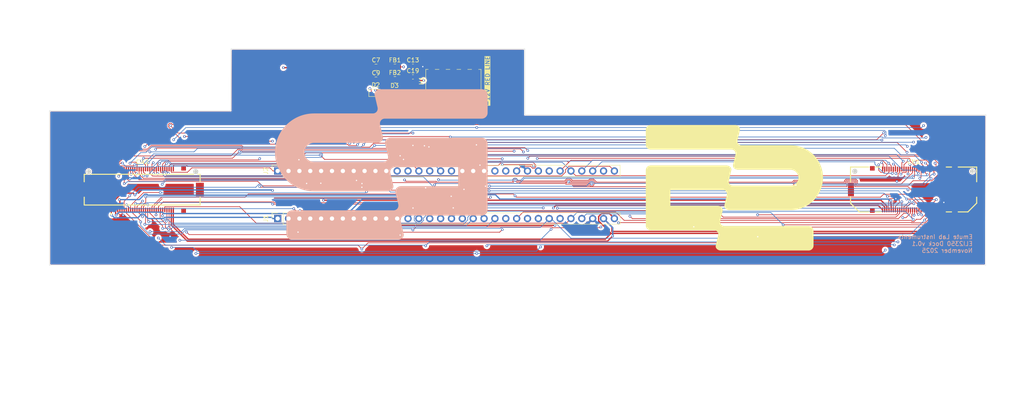
<source format=kicad_pcb>
(kicad_pcb (version 20241229) (generator "pcbnew") (generator_version "9.0")
  (layers (0 "F.Cu" signal) (4 "In1.Cu" power "GND") (6 "In2.Cu" mixed "Along") (2 "B.Cu" mixed "Up") (13 "F.Paste" user) (15 "B.Paste" user) (5 "F.SilkS" user "F.Silkscreen") (7 "B.SilkS" user "B.Silkscreen") (1 "F.Mask" user) (3 "B.Mask" user) (25 "Edge.Cuts" user))
  (net 0 "")
  (net 1 "GND")
  (net 2 "+12V")
  (net 3 "-12V")
  (net 4 "/GPIO37")
  (net 5 "/GPIO30")
  (net 6 "/GPIO32")
  (net 7 "/GPIO20")
  (net 8 "/GPIO36")
  (net 9 "/GPIO18")
  (net 10 "/GPIO47")
  (net 11 "/GPIO21")
  (net 12 "/GPIO35")
  (net 13 "/GPIO9")
  (net 14 "+5V")
  (net 15 "/GPIO0")
  (net 16 "/+3V3_SIG")
  (net 17 "/GPIO28")
  (net 18 "/GPIO10")
  (net 19 "/GPIO19")
  (net 20 "/USB_D_CX+")
  (net 21 "/GPIO23")
  (net 22 "/GPIO44")
  (net 23 "/GPIO26")
  (net 24 "/GPIO16")
  (net 25 "/GPIO2")
  (net 26 "/GPIO8")
  (net 27 "/GPIO4")
  (net 28 "/GPIO1")
  (net 29 "/GPIO11")
  (net 30 "/GPIO14")
  (net 31 "/GPIO45")
  (net 32 "/GPIO22")
  (net 33 "/GPIO39")
  (net 34 "/GPIO24")
  (net 35 "/GPIO31")
  (net 36 "/GPIO42")
  (net 39 "/GPIO43")
  (net 41 "/~{BOOTSEL}")
  (net 42 "/GPIO15")
  (net 43 "/GPIO12")
  (net 44 "/GPIO3")
  (net 45 "/GPIO33")
  (net 46 "/GPIO7")
  (net 47 "/GPIO34")
  (net 48 "/~{RESET}")
  (net 49 "/GPIO6")
  (net 50 "/GPIO46")
  (net 51 "/GPIO38")
  (net 52 "/GPIO40")
  (net 53 "/GPIO5")
  (net 54 "+3V3")
  (net 55 "/GPIO41")
  (net 56 "/GPIO13")
  (net 57 "/GPIO29")
  (net 60 "/GPIO25")
  (net 61 "/GPIO17")
  (net 62 "/GPIO27")
  (net 64 "/USB_D_CX-")
  (net 71 "Net-(D2-K)")
  (net 72 "Net-(D3-A)")
  (net 73 "Net-(FB1-Pad1)")
  (net 74 "Net-(FB2-Pad1)")
  (footprint "Connector_PinSocket_2.54mm:PinSocket_1x32_P2.54mm_Vertical" (layer "F.Cu") (at 100.73 85.68 90)
    (property "Reference" "J1")
    (property "Value" "Conn_01x32_Pin")
  )
  (footprint "emutelab:CONN-SMD_60P-P0.50_HCTL_HC-PBB23L-60DS-0.5V-G2-01" (layer "F.Cu") (at 249.43 78.87)
    (property "Reference" "CN1")
    (property "Value" "~")
    (fp_poly (pts (xy -13.155133 -4.328316) (xy -13.195672 -4.47961) (xy -13.273988 -4.615257) (xy -13.384743 -4.726012) (xy -13.52039 -4.804328) (xy -13.671684 -4.844867) (xy -13.828316 -4.844867) (xy -13.97961 -4.804328) (xy -14.115257 -4.726012) (xy -14.226012 -4.615257) (xy -14.304328 -4.47961) (xy -14.344867 -4.328316) (xy -14.344867 -4.171684) (xy -14.304328 -4.02039) (xy -14.226012 -3.884743) (xy -14.115257 -3.773988) (xy -13.97961 -3.695672) (xy -13.828316 -3.655133) (xy -13.671684 -3.655133) (xy -13.52039 -3.695672) (xy -13.384743 -3.773988) (xy -13.273988 -3.884743) (xy -13.195672 -4.02039) (xy -13.155133 -4.171684)) (fill yes) (layer "Edge.Cuts"))
    (fp_poly (pts (xy 14.344867 -4.328316) (xy 14.304328 -4.47961) (xy 14.226012 -4.615257) (xy 14.115257 -4.726012) (xy 13.97961 -4.804328) (xy 13.828316 -4.844867) (xy 13.671684 -4.844867) (xy 13.52039 -4.804328) (xy 13.384743 -4.726012) (xy 13.273988 -4.615257) (xy 13.195672 -4.47961) (xy 13.155133 -4.328316) (xy 13.155133 -4.171684) (xy 13.195672 -4.02039) (xy 13.273988 -3.884743) (xy 13.384743 -3.773988) (xy 13.52039 -3.695672) (xy 13.671684 -3.655133) (xy 13.828316 -3.655133) (xy 13.97961 -3.695672) (xy 14.115257 -3.773988) (xy 14.226012 -3.884743) (xy 14.304328 -4.02039) (xy 14.344867 -4.171684)) (fill yes) (layer "Edge.Cuts"))
  )
  (footprint "Resistor_SMD:R_0805_2012Metric" (layer "F.Cu") (at 128.145 50.23)
    (property "Reference" "FB1")
    (property "Value" "FerriteBead GZ2012D101TF")
  )
  (footprint "Capacitor_SMD:C_0603_1608Metric" (layer "F.Cu") (at 132.355 50.01)
    (property "Reference" "C13")
    (property "Value" "100n")
  )
  (footprint "Resistor_SMD:R_0805_2012Metric" (layer "F.Cu") (at 128.145 53.18)
    (property "Reference" "FB2")
    (property "Value" "FerriteBead GZ2012D101TF")
  )
  (footprint "Diode_SMD:D_SOD-323" (layer "F.Cu") (at 128.06 56.4)
    (property "Reference" "D3")
    (property "Value" "1N5819")
  )
  (footprint "Diode_SMD:D_SOD-323" (layer "F.Cu") (at 123.66 56.25)
    (property "Reference" "D2")
    (property "Value" "1N5819")
  )
  (footprint "Connector_PinHeader_2.54mm:PinHeader_2x05_P2.54mm_Vertical_SMD" (layer "F.Cu") (at 141.82 53.405 90)
    (property "Reference" "H1")
    (property "Value" "PIN_HEADER_2x5 POWER")
  )
  (footprint "emutelab:CONN-SMD_HC-PBB23L-60DP-0.5V8-G2-01" (layer "F.Cu") (at 69.085 78.87)
    (property "Reference" "CN2")
    (property "Value" "~")
    (fp_poly (pts (xy -11.938133 -4.269316) (xy -11.978672 -4.42061) (xy -12.056988 -4.556257) (xy -12.167743 -4.667012) (xy -12.30339 -4.745328) (xy -12.454684 -4.785867) (xy -12.611316 -4.785867) (xy -12.76261 -4.745328) (xy -12.898257 -4.667012) (xy -13.009012 -4.556257) (xy -13.087328 -4.42061) (xy -13.127867 -4.269316) (xy -13.127867 -4.112684) (xy -13.087328 -3.96139) (xy -13.009012 -3.825743) (xy -12.898257 -3.714988) (xy -12.76261 -3.636672) (xy -12.611316 -3.596133) (xy -12.454684 -3.596133) (xy -12.30339 -3.636672) (xy -12.167743 -3.714988) (xy -12.056988 -3.825743) (xy -11.978672 -3.96139) (xy -11.938133 -4.112684)) (fill yes) (layer "Edge.Cuts"))
    (fp_poly (pts (xy 13.080867 -4.269316) (xy 13.040328 -4.42061) (xy 12.962012 -4.556257) (xy 12.851257 -4.667012) (xy 12.71561 -4.745328) (xy 12.564316 -4.785867) (xy 12.407684 -4.785867) (xy 12.25639 -4.745328) (xy 12.120743 -4.667012) (xy 12.009988 -4.556257) (xy 11.931672 -4.42061) (xy 11.891133 -4.269316) (xy 11.891133 -4.112684) (xy 11.931672 -3.96139) (xy 12.009988 -3.825743) (xy 12.120743 -3.714988) (xy 12.25639 -3.636672) (xy 12.407684 -3.596133) (xy 12.564316 -3.596133) (xy 12.71561 -3.636672) (xy 12.851257 -3.714988) (xy 12.962012 -3.825743) (xy 13.040328 -3.96139) (xy 13.080867 -4.112684)) (fill yes) (layer "Edge.Cuts"))
  )
  (footprint "Capacitor_SMD:C_0603_1608Metric" (layer "F.Cu") (at 132.355 52.52)
    (property "Reference" "C19")
    (property "Value" "100n")
  )
  (footprint "Capacitor_SMD:C_0805_2012Metric" (layer "F.Cu") (at 123.715 53.27)
    (property "Reference" "C9")
    (property "Value" "22u")
  )
  (footprint "Connector_PinSocket_2.54mm:PinSocket_1x32_P2.54mm_Vertical" (layer "F.Cu") (at 100.73 74.54 90)
    (property "Reference" "J2")
    (property "Value" "Conn_01x32_Pin")
  )
  (footprint "Capacitor_SMD:C_0805_2012Metric" (layer "F.Cu") (at 123.715 50.26)
    (property "Reference" "C7")
    (property "Value" "22u")
  )
  (gr_poly (pts (xy 207.739137 63.785118) (xy 207.798159 63.789501) (xy 207.857067 63.796722) (xy 207.915706 63.806709) (xy 207.973923 63.819395) (xy 208.031564 63.834708) (xy 208.088474 63.852579) (xy 208.144499 63.872938) (xy 208.199486 63.895716) (xy 208.253279 63.920842) (xy 208.305726 63.948247) (xy 208.356672 63.977862) (xy 208.405963 64.009615) (xy 208.453445 64.043439) (xy 208.498965 64.079262) (xy 208.542366 64.117016) (xy 208.583497 64.15663) (xy 208.622203 64.198034) (xy 208.658329 64.241159) (xy 208.691722 64.285936) (xy 208.722227 64.332293) (xy 208.749691 64.380162) (xy 208.773959 64.429473) (xy 208.794878 64.480156) (xy 208.812293 64.532142) (xy 208.826051 64.585359) (xy 208.835996 64.63974) (xy 208.841976 64.695213) (xy 208.843836 64.751709) (xy 208.841422 64.809159) (xy 208.83458 64.867493) (xy 208.823156 64.926641) (xy 208.251657 67.372714) (xy 208.243155 67.431028) (xy 208.237702 67.488595) (xy 208.235237 67.545343) (xy 208.2357 67.601199) (xy 208.23903 67.656091) (xy 208.245169 67.709946) (xy 208.254056 67.762693) (xy 208.26563 67.814258) (xy 208.279832 67.864569) (xy 208.296602 67.913554) (xy 208.31588 67.961141) (xy 208.337605 68.007256) (xy 208.361717 68.051828) (xy 208.388157 68.094784) (xy 208.416864 68.136052) (xy 208.447778 68.175559) (xy 208.48084 68.213232) (xy 208.515988 68.249) (xy 208.553164 68.28279) (xy 208.592306 68.314529) (xy 208.633355 68.344146) (xy 208.676252 68.371567) (xy 208.720934 68.39672) (xy 208.767344 68.419533) (xy 208.81542 68.439934) (xy 208.865102 68.457849) (xy 208.916331 68.473207) (xy 208.969047 68.485935) (xy 209.023189 68.495961) (xy 209.078696 68.503212) (xy 209.13551 68.507615) (xy 209.193571 68.509099) (xy 220.651353 68.509099) (xy 221.041765 68.519007) (xy 221.427114 68.548408) (xy 221.80692 68.596822) (xy 222.180703 68.663767) (xy 222.547982 68.748761) (xy 222.908275 68.851322) (xy 223.261102 68.97097) (xy 223.605982 69.107223) (xy 223.942434 69.259598) (xy 224.269978 69.427615) (xy 224.588132 69.610792) (xy 224.896416 69.808647) (xy 225.194349 70.0207) (xy 225.48145 70.246467) (xy 225.757238 70.485468) (xy 226.021233 70.737221) (xy 226.272953 71.001245) (xy 226.511918 71.277057) (xy 226.737647 71.564178) (xy 226.949659 71.862124) (xy 227.147473 72.170414) (xy 227.330608 72.488567) (xy 227.498584 72.816102) (xy 227.65092 73.152536) (xy 227.787135 73.497388) (xy 227.906747 73.850177) (xy 228.009277 74.21042) (xy 228.094244 74.577637) (xy 228.161166 74.951346) (xy 228.209563 75.331065) (xy 228.238953 75.716313) (xy 228.248857 76.106609) (xy 228.238949 76.4969) (xy 228.209548 76.882137) (xy 228.161134 77.261838) (xy 228.094189 77.635523) (xy 228.009195 78.00271) (xy 227.906634 78.362919) (xy 227.786986 78.715667) (xy 227.650733 79.060475) (xy 227.498358 79.396861) (xy 227.330341 79.724343) (xy 227.147164 80.042442) (xy 226.949309 80.350675) (xy 226.737257 80.648562) (xy 226.511489 80.935622) (xy 226.272488 81.211374) (xy 226.020735 81.475335) (xy 225.756712 81.727027) (xy 225.480899 81.965966) (xy 225.193779 82.191673) (xy 224.895833 82.403666) (xy 224.587543 82.601465) (xy 224.26939 82.784587) (xy 223.941856 82.952552) (xy 223.605422 83.104879) (xy 223.26057 83.241087) (xy 222.907782 83.360695) (xy 222.547539 83.463221) (xy 222.180322 83.548185) (xy 221.806614 83.615106) (xy 221.426895 83.663502) (xy 221.041648 83.692892) (xy 220.651353 83.702796) (xy 218.633905 83.702796) (xy 206.334749 83.702796) (xy 206.275762 83.701323) (xy 206.216729 83.696951) (xy 206.157804 83.689747) (xy 206.099142 83.679782) (xy 206.040898 83.667124) (xy 205.983226 83.651843) (xy 205.926281 83.634007) (xy 205.870218 83.613685) (xy 205.815192 83.590947) (xy 205.761357 83.565861) (xy 205.708869 83.538497) (xy 205.657882 83.508924) (xy 205.60855 83.47721) (xy 205.56103 83.443424) (xy 205.515475 83.407637) (xy 205.47204 83.369916) (xy 205.43088 83.330331) (xy 205.392151 83.288951) (xy 205.356005 83.245845) (xy 205.3226 83.201081) (xy 205.292088 83.15473) (xy 205.264625 83.106859) (xy 205.240367 83.057539) (xy 205.219466 83.006837) (xy 205.202079 82.954824) (xy 205.188361 82.901567) (xy 205.178465 82.847137) (xy 205.172547 82.791602) (xy 205.170761 82.735031) (xy 205.173263 82.677494) (xy 205.180207 82.619059) (xy 205.191747 82.559795) (xy 205.761922 80.11901) (xy 205.770664 80.060449) (xy 205.776343 80.002634) (xy 205.779017 79.94564) (xy 205.778748 79.889539) (xy 205.775596 79.834404) (xy 205.76962 79.780308) (xy 205.76088 79.727323) (xy 205.749438 79.675524) (xy 205.735351 79.624982) (xy 205.718682 79.57577) (xy 205.69949 79.527962) (xy 205.677835 79.481631) (xy 205.653777 79.436849) (xy 205.627375 79.393689) (xy 205.598691 79.352224) (xy 205.567785 79.312527) (xy 205.534715 79.274672) (xy 205.499543 79.23873) (xy 205.462329 79.204775) (xy 205.423132 79.172879) (xy 205.382013 79.143116) (xy 205.339031 79.115559) (xy 205.294247 79.09028) (xy 205.247721 79.067353) (xy 205.199513 79.04685) (xy 205.149683 79.028844) (xy 205.098291 79.013408) (xy 205.045397 79.000615) (xy 204.991062 78.990538) (xy 204.935344 78.98325) (xy 204.878305 78.978824) (xy 204.820005 78.977332) (xy 192.552598 78.977332) (xy 192.552598 82.689437) (xy 203.64393 82.689437) (xy 203.702912 82.690914) (xy 203.761935 82.695297) (xy 203.820843 82.702518) (xy 203.879482 82.712506) (xy 203.937699 82.725191) (xy 203.99534 82.740504) (xy 204.052249 82.758375) (xy 204.108275 82.778735) (xy 204.163261 82.801512) (xy 204.217055 82.826639) (xy 204.269502 82.854044) (xy 204.320448 82.883659) (xy 204.369739 82.915413) (xy 204.417221 82.949236) (xy 204.46274 82.98506) (xy 204.506142 83.022814) (xy 204.547273 83.062427) (xy 204.585978 83.103832) (xy 204.622104 83.146957) (xy 204.655497 83.191734) (xy 204.686003 83.238092) (xy 204.713467 83.285961) (xy 204.737735 83.335272) (xy 204.758654 83.385955) (xy 204.776069 83.43794) (xy 204.789826 83.491158) (xy 204.799772 83.545538) (xy 204.805752 83.601011) (xy 204.807612 83.657508) (xy 204.805198 83.714958) (xy 204.798356 83.773291) (xy 204.786931 83.832439) (xy 204.215433 86.27851) (xy 204.206927 86.336824) (xy 204.201463 86.394391) (xy 204.198981 86.451139) (xy 204.199421 86.506995) (xy 204.202724 86.561887) (xy 204.208832 86.615743) (xy 204.217683 86.66849) (xy 204.22922 86.720055) (xy 204.243383 86.770366) (xy 204.260112 86.819352) (xy 204.279349 86.866938) (xy 204.301033 86.913054) (xy 204.325105 86.957626) (xy 204.351506 87.000582) (xy 204.380178 87.041849) (xy 204.411059 87.081356) (xy 204.444092 87.11903) (xy 204.479216 87.154798) (xy 204.516373 87.188588) (xy 204.555503 87.220327) (xy 204.596546 87.249944) (xy 204.639444 87.277365) (xy 204.684136 87.302518) (xy 204.730564 87.325331) (xy 204.778669 87.345732) (xy 204.82839 87.363647) (xy 204.879669 87.379005) (xy 204.932446 87.391733) (xy 204.986662 87.401759) (xy 205.042258 87.40901) (xy 205.099173 87.413413) (xy 205.15735 87.414897) (xy 224.88997 87.414897) (xy 224.948657 87.416389) (xy 225.006595 87.420815) (xy 225.063712 87.428104) (xy 225.119935 87.438183) (xy 225.17519 87.450978) (xy 225.229403 87.466417) (xy 225.282501 87.484428) (xy 225.334412 87.504938) (xy 225.38506 87.527874) (xy 225.434374 87.553164) (xy 225.482279 87.580734) (xy 225.528703 87.610513) (xy 225.573571 87.642427) (xy 225.616811 87.676404) (xy 225.658349 87.712371) (xy 225.698112 87.750256) (xy 225.736026 87.789985) (xy 225.772018 87.831487) (xy 225.806014 87.874688) (xy 225.837942 87.919516) (xy 225.867727 87.965899) (xy 225.895296 88.013762) (xy 225.920577 88.063035) (xy 225.943495 88.113644) (xy 225.963977 88.165516) (xy 225.98195 88.218579) (xy 225.99734 88.27276) (xy 226.010074 88.327987) (xy 226.020079 88.384186) (xy 226.027281 88.441286) (xy 226.031607 88.499213) (xy 226.032983 88.557895) (xy 226.032983 92.013358) (xy 226.031488 92.071924) (xy 226.02705 92.12975) (xy 226.019744 92.186762) (xy 226.009643 92.242888) (xy 225.996821 92.298053) (xy 225.981349 92.352185) (xy 225.963303 92.405209) (xy 225.942756 92.457053) (xy 225.91978 92.507644) (xy 225.894449 92.556907) (xy 225.866837 92.604769) (xy 225.837017 92.651158) (xy 225.805063 92.695999) (xy 225.771047 92.73922) (xy 225.735044 92.780746) (xy 225.697126 92.820504) (xy 225.657367 92.858422) (xy 225.615841 92.894425) (xy 225.57262 92.928441) (xy 225.527779 92.960395) (xy 225.48139 92.990215) (xy 225.433527 93.017827) (xy 225.384264 93.043157) (xy 225.333673 93.066133) (xy 225.281829 93.08668) (xy 225.228804 93.104726) (xy 225.174673 93.120198) (xy 225.119507 93.13302) (xy 225.063382 93.143121) (xy 225.006369 93.150427) (xy 224.948544 93.154864) (xy 224.889978 93.15636) (xy 204.314657 93.15636) (xy 204.314159 93.156345) (xy 204.31366 93.156303) (xy 204.313157 93.156238) (xy 204.312649 93.156153) (xy 204.311607 93.155941) (xy 204.310519 93.155698) (xy 204.30937 93.155455) (xy 204.308767 93.155343) (xy 204.308143 93.155243) (xy 204.307495 93.155158) (xy 204.306823 93.155093) (xy 204.306123 93.155051) (xy 204.305395 93.155036) (xy 204.246792 93.153094) (xy 204.188163 93.148305) (xy 204.12966 93.140736) (xy 204.071435 93.130454) (xy 204.01364 93.117527) (xy 203.956427 93.102022) (xy 203.899949 93.084007) (xy 203.844358 93.063549) (xy 203.789805 93.040714) (xy 203.736443 93.015572) (xy 203.684424 92.988188) (xy 203.6339 92.95863) (xy 203.585023 92.926966) (xy 203.537946 92.893263) (xy 203.49282 92.857588) (xy 203.449797 92.820008) (xy 203.40903 92.780591) (xy 203.370671 92.739405) (xy 203.334872 92.696516) (xy 203.301785 92.651992) (xy 203.271562 92.605901) (xy 203.244355 92.558309) (xy 203.220317 92.509284) (xy 203.199599 92.458893) (xy 203.182354 92.407204) (xy 203.168734 92.354284) (xy 203.15889 92.3002) (xy 203.152976 92.24502) (xy 203.151143 92.18881) (xy 203.153543 92.131639) (xy 203.160328 92.073574) (xy 203.171651 92.014682) (xy 203.171651 92.013358) (xy 203.743154 89.569934) (xy 203.751776 89.511496) (xy 203.757342 89.453805) (xy 203.759912 89.396934) (xy 203.759546 89.340956) (xy 203.756304 89.285942) (xy 203.750246 89.231966) (xy 203.741433 89.1791) (xy 203.729925 89.127418) (xy 203.71578 89.076991) (xy 203.699061 89.027893) (xy 203.679826 88.980196) (xy 203.658136 88.933973) (xy 203.63405 88.889296) (xy 203.60763 88.846238) (xy 203.578934 88.804872) (xy 203.548024 88.76527) (xy 203.514958 88.727505) (xy 203.479798 88.691651) (xy 203.442603 88.657778) (xy 203.403433 88.625961) (xy 203.362349 88.596271) (xy 203.31941 88.568782) (xy 203.274676 88.543566) (xy 203.228208 88.520696) (xy 203.180066 88.500245) (xy 203.13031 88.482284) (xy 203.078999 88.466887) (xy 203.026195 88.454127) (xy 202.971956 88.444076) (xy 202.916343 88.436806) (xy 202.859417 88.432391) (xy 202.801237 88.430904) (xy 191.989038 88.430904) (xy 187.954145 88.430904) (xy 187.895579 88.429408) (xy 187.837753 88.424971) (xy 187.780741 88.417665) (xy 187.724616 88.407564) (xy 187.66945 88.394741) (xy 187.615319 88.37927) (xy 187.562294 88.361224) (xy 187.51045 88.340676) (xy 187.45986 88.3177) (xy 187.410596 88.29237) (xy 187.362734 88.264758) (xy 187.316345 88.234938) (xy 187.271504 88.202983) (xy 187.228284 88.168968) (xy 187.186757 88.132964) (xy 187.146999 88.095047) (xy 187.109081 88.055288) (xy 187.073078 88.013762) (xy 187.039062 87.970541) (xy 187.007108 87.9257) (xy 186.977288 87.879312) (xy 186.949676 87.831449) (xy 186.924346 87.782186) (xy 186.90137 87.731595) (xy 186.880823 87.679751) (xy 186.862777 87.626727) (xy 186.847306 87.572595) (xy 186.834483 87.51743) (xy 186.824382 87.461305) (xy 186.817076 87.404293) (xy 186.812639 87.346468) (xy 186.811143 87.287902) (xy 186.811143 85.617057) (xy 186.811143 83.832443) (xy 186.811143 77.834338) (xy 186.811143 77.310466) (xy 186.811143 74.378883) (xy 186.812639 74.320317) (xy 186.817076 74.262492) (xy 186.824382 74.20548) (xy 186.834483 74.149354) (xy 186.847306 74.094189) (xy 186.862777 74.040058) (xy 186.880823 73.987033) (xy 186.90137 73.935189) (xy 186.924346 73.884599) (xy 186.949676 73.835336) (xy 186.977288 73.787473) (xy 187.007108 73.741085) (xy 187.039062 73.696243) (xy 187.073078 73.653023) (xy 187.109081 73.611497) (xy 187.146999 73.571738) (xy 187.186757 73.53382) (xy 187.228284 73.497817) (xy 187.271504 73.463801) (xy 187.316345 73.431847) (xy 187.362734 73.402027) (xy 187.410596 73.374415) (xy 187.45986 73.349084) (xy 187.51045 73.326109) (xy 187.562294 73.305561) (xy 187.615319 73.287515) (xy 187.66945 73.272044) (xy 187.724616 73.259221) (xy 187.780741 73.24912) (xy 187.837753 73.241814) (xy 187.895579 73.237377) (xy 187.954145 73.235881) (xy 205.660058 73.235881) (xy 205.719041 73.237358) (xy 205.778063 73.241741) (xy 205.836971 73.248962) (xy 205.895611 73.25895) (xy 205.953828 73.271635) (xy 206.011468 73.286948) (xy 206.068378 73.304819) (xy 206.124403 73.325178) (xy 206.17939 73.347956) (xy 206.233183 73.373083) (xy 206.28563 73.400488) (xy 206.336576 73.430103) (xy 206.385868 73.461857) (xy 206.43335 73.49568) (xy 206.478869 73.531504) (xy 206.522271 73.569257) (xy 206.563401 73.608871) (xy 206.602107 73.650276) (xy 206.638233 73.693401) (xy 206.671626 73.738178) (xy 206.702131 73.784536) (xy 206.729595 73.832405) (xy 206.753864 73.881716) (xy 206.774782 73.932399) (xy 206.792197 73.984384) (xy 206.805955 74.037602) (xy 206.815901 74.091982) (xy 206.82188 74.147455) (xy 206.82374 74.203952) (xy 206.821326 74.261402) (xy 206.814484 74.319735) (xy 206.80306 74.378883) (xy 206.231561 76.824954) (xy 206.223059 76.883268) (xy 206.217605 76.940835) (xy 206.21514 76.997583) (xy 206.215603 77.053439) (xy 206.218933 77.108331) (xy 206.225072 77.162187) (xy 206.233958 77.214933) (xy 206.245533 77.266498) (xy 206.259735 77.31681) (xy 206.276505 77.365795) (xy 206.295782 77.413381) (xy 206.317507 77.459496) (xy 206.34162 77.504068) (xy 206.368059 77.547024) (xy 206.396767 77.588292) (xy 206.427681 77.627798) (xy 206.460742 77.665472) (xy 206.495891 77.70124) (xy 206.533067 77.735029) (xy 206.572209 77.766769) (xy 206.613259 77.796385) (xy 206.656155 77.823806) (xy 206.700838 77.848959) (xy 206.747247 77.871772) (xy 206.795324 77.892172) (xy 206.845006 77.910088) (xy 206.896235 77.925446) (xy 206.948951 77.938173) (xy 207.003093 77.948199) (xy 207.058601 77.95545) (xy 207.115415 77.959853) (xy 207.173475 77.961337) (xy 218.631257 77.961337) (xy 220.648706 77.961337) (xy 220.744119 77.958915) (xy 220.83829 77.951728) (xy 220.931104 77.939893) (xy 221.022441 77.923528) (xy 221.112185 77.902752) (xy 221.20022 77.877683) (xy 221.286427 77.848438) (xy 221.370689 77.815135) (xy 221.452889 77.777892) (xy 221.53291 77.736828) (xy 221.610634 77.69206) (xy 221.685945 77.643706) (xy 221.758725 77.591885) (xy 221.828857 77.536713) (xy 221.896224 77.47831) (xy 221.960708 77.416793) (xy 222.022192 77.35228) (xy 222.080559 77.284889) (xy 222.135692 77.214738) (xy 222.187474 77.141945) (xy 222.235786 77.066628) (xy 222.280513 76.988904) (xy 222.321536 76.908893) (xy 222.358739 76.826711) (xy 222.392004 76.742478) (xy 222.421214 76.65631) (xy 222.446252 76.568325) (xy 222.467 76.478643) (xy 222.483342 76.38738) (xy 222.49516 76.294655) (xy 222.502336 76.200585) (xy 222.504754 76.105289) (xy 222.502332 76.009876) (xy 222.495145 75.915705) (xy 222.48331 75.822892) (xy 222.466945 75.731554) (xy 222.446169 75.64181) (xy 222.421099 75.553776) (xy 222.391854 75.467569) (xy 222.358551 75.383307) (xy 222.321308 75.301107) (xy 222.280244 75.221086) (xy 222.235475 75.143361) (xy 222.187122 75.06805) (xy 222.1353 74.995269) (xy 222.080128 74.925137) (xy 222.021725 74.85777) (xy 221.960207 74.793286) (xy 221.895694 74.731802) (xy 221.828303 74.673434) (xy 221.758152 74.618301) (xy 221.685359 74.566519) (xy 221.610041 74.518207) (xy 221.532318 74.47348) (xy 221.452307 74.432456) (xy 221.370125 74.395253) (xy 221.285892 74.361988) (xy 221.199724 74.332778) (xy 221.11174 74.30774) (xy 221.022058 74.286991) (xy 220.930795 74.270649) (xy 220.83807 74.258831) (xy 220.744001 74.251655) (xy 220.648706 74.249236) (xy 208.34955 74.249236) (xy 208.290564 74.24776) (xy 208.231531 74.243376) (xy 208.172606 74.236156) (xy 208.113944 74.226168) (xy 208.0557 74.213482) (xy 207.998028 74.198169) (xy 207.941083 74.180298) (xy 207.88502 74.159939) (xy 207.829994 74.137161) (xy 207.77616 74.112035) (xy 207.723671 74.084629) (xy 207.672684 74.055015) (xy 207.623353 74.023261) (xy 207.575832 73.989437) (xy 207.530277 73.953614) (xy 207.486843 73.91586) (xy 207.445683 73.876246) (xy 207.406953 73.834841) (xy 207.370808 73.791716) (xy 207.337402 73.74694) (xy 207.30689 73.700582) (xy 207.279427 73.652713) (xy 207.255168 73.603402) (xy 207.234268 73.552719) (xy 207.216881 73.500733) (xy 207.203162 73.447516) (xy 207.193266 73.393135) (xy 207.187348 73.337662) (xy 207.185562 73.281166) (xy 207.188064 73.223716) (xy 207.195008 73.165382) (xy 207.206548 73.106235) (xy 207.776727 70.665452) (xy 207.785469 70.60689) (xy 207.791147 70.549076) (xy 207.793822 70.492082) (xy 207.793553 70.43598) (xy 207.7904 70.380845) (xy 207.784424 70.326749) (xy 207.775685 70.273765) (xy 207.764242 70.221965) (xy 207.750156 70.171423) (xy 207.733486 70.122212) (xy 207.714294 70.074404) (xy 207.692639 70.028072) (xy 207.66858 69.98329) (xy 207.642179 69.94013) (xy 207.613495 69.898665) (xy 207.582588 69.858969) (xy 207.549519 69.821113) (xy 207.514347 69.785171) (xy 207.477132 69.751216) (xy 207.437935 69.719321) (xy 207.396816 69.689558) (xy 207.353834 69.662001) (xy 207.309051 69.636722) (xy 207.262525 69.613795) (xy 207.214317 69.593292) (xy 207.164487 69.575286) (xy 207.113095 69.55985) (xy 207.060201 69.547057) (xy 207.005866 69.53698) (xy 206.950149 69.529692) (xy 206.89311 69.525266) (xy 206.83481 69.523774) (xy 187.954145 69.523774) (xy 187.895579 69.522279) (xy 187.837753 69.517842) (xy 187.780741 69.510536) (xy 187.724616 69.500435) (xy 187.66945 69.487612) (xy 187.615319 69.472141) (xy 187.562294 69.454095) (xy 187.51045 69.433547) (xy 187.45986 69.410572) (xy 187.410596 69.385241) (xy 187.362734 69.357629) (xy 187.316345 69.32781) (xy 187.271504 69.295855) (xy 187.228284 69.26184) (xy 187.186757 69.225837) (xy 187.146999 69.187919) (xy 187.109081 69.148161) (xy 187.073078 69.106634) (xy 187.039062 69.063414) (xy 187.007108 69.018573) (xy 186.977288 68.972184) (xy 186.949676 68.924322) (xy 186.924346 68.875059) (xy 186.90137 68.824469) (xy 186.880823 68.772624) (xy 186.862777 68.7196) (xy 186.847306 68.665468) (xy 186.834483 68.610303) (xy 186.824382 68.554178) (xy 186.817076 68.497166) (xy 186.812639 68.43934) (xy 186.811143 68.380775) (xy 186.811143 64.926641) (xy 186.812639 64.868075) (xy 186.817076 64.81025) (xy 186.824382 64.753237) (xy 186.834483 64.697112) (xy 186.847306 64.641947) (xy 186.862777 64.587815) (xy 186.880823 64.534791) (xy 186.90137 64.482947) (xy 186.924346 64.432357) (xy 186.949676 64.383094) (xy 186.977288 64.335231) (xy 187.007108 64.288843) (xy 187.039062 64.244001) (xy 187.073078 64.200781) (xy 187.109081 64.159255) (xy 187.146999 64.119496) (xy 187.186757 64.081579) (xy 187.228284 64.045576) (xy 187.271504 64.01156) (xy 187.316345 63.979606) (xy 187.362734 63.949786) (xy 187.410596 63.922174) (xy 187.45986 63.896844) (xy 187.51045 63.873868) (xy 187.562294 63.853321) (xy 187.615319 63.835275) (xy 187.66945 63.819803) (xy 187.724616 63.806981) (xy 187.780741 63.79688) (xy 187.837753 63.789574) (xy 187.895579 63.785137) (xy 187.954145 63.783641) (xy 207.680154 63.783641)) (fill yes) (layer "F.SilkS"))
  (gr_poly (pts (xy 124.71 55.4) (xy 124.639173 55.40526) (xy 124.568484 55.413924) (xy 124.498116 55.42591) (xy 124.428256 55.441132) (xy 124.359087 55.459508) (xy 124.290796 55.480953) (xy 124.223565 55.505384) (xy 124.157581 55.532717) (xy 124.093029 55.562869) (xy 124.030093 55.595755) (xy 123.968957 55.631292) (xy 123.909808 55.669397) (xy 123.852829 55.709985) (xy 123.798207 55.752973) (xy 123.746124 55.798277) (xy 123.696767 55.845814) (xy 123.650321 55.895499) (xy 123.606969 55.94725) (xy 123.566898 56.000981) (xy 123.530292 56.05661) (xy 123.497335 56.114053) (xy 123.468213 56.173226) (xy 123.44311 56.234046) (xy 123.422212 56.296428) (xy 123.405703 56.360289) (xy 123.393768 56.425546) (xy 123.386593 56.492114) (xy 123.384361 56.55991) (xy 123.387258 56.62885) (xy 123.395468 56.69885) (xy 123.409177 56.769827) (xy 124.094976 59.705116) (xy 124.105178 59.775092) (xy 124.111722 59.844172) (xy 124.11468 59.912269) (xy 124.114125 59.979297) (xy 124.110128 60.045167) (xy 124.102761 60.109794) (xy 124.092097 60.173089) (xy 124.078208 60.234968) (xy 124.061165 60.295341) (xy 124.041041 60.354123) (xy 124.017908 60.411227) (xy 123.991838 60.466566) (xy 123.962903 60.520052) (xy 123.931176 60.571599) (xy 123.896727 60.62112) (xy 123.85963 60.668529) (xy 123.819957 60.713737) (xy 123.777778 60.756659) (xy 123.733168 60.797206) (xy 123.686197 60.835294) (xy 123.636938 60.870834) (xy 123.585462 60.903739) (xy 123.531843 60.933923) (xy 123.476151 60.961299) (xy 123.41846 60.985779) (xy 123.358841 61.007278) (xy 123.297366 61.025707) (xy 123.234108 61.040981) (xy 123.169138 61.053011) (xy 123.102528 61.061712) (xy 123.034351 61.066997) (xy 122.964679 61.068777) (xy 109.21534 61.068777) (xy 108.746847 61.080666) (xy 108.284427 61.115948) (xy 107.82866 61.174045) (xy 107.38012 61.254378) (xy 106.939386 61.356371) (xy 106.507034 61.479445) (xy 106.083642 61.623023) (xy 105.669785 61.786526) (xy 105.266043 61.969376) (xy 104.87299 62.170997) (xy 104.491205 62.390809) (xy 104.121264 62.628235) (xy 103.763745 62.882698) (xy 103.419224 63.153619) (xy 103.088278 63.44042) (xy 102.771484 63.742524) (xy 102.46942 64.059352) (xy 102.182662 64.390327) (xy 101.911788 64.734872) (xy 101.657374 65.092407) (xy 101.419997 65.462355) (xy 101.200234 65.844139) (xy 100.998663 66.23718) (xy 100.81586 66.640901) (xy 100.652402 67.054724) (xy 100.508867 67.47807) (xy 100.385831 67.910363) (xy 100.283871 68.351023) (xy 100.203565 68.799474) (xy 100.145489 69.255137) (xy 100.11022 69.717435) (xy 100.098336 70.185789) (xy 100.110225 70.654138) (xy 100.145506 71.116423) (xy 100.203603 71.572064) (xy 100.283937 72.020486) (xy 100.38593 72.461111) (xy 100.509004 72.893361) (xy 100.652581 73.316659) (xy 100.816084 73.730428) (xy 100.998935 74.134091) (xy 101.200555 74.52707) (xy 101.420367 74.908789) (xy 101.657794 75.278669) (xy 101.912256 75.636133) (xy 102.183177 75.980605) (xy 102.469978 76.311507) (xy 102.772082 76.628261) (xy 103.08891 76.93029) (xy 103.419885 77.217018) (xy 103.764429 77.487866) (xy 104.121964 77.742258) (xy 104.491913 77.979616) (xy 104.873696 78.199363) (xy 105.266737 78.400921) (xy 105.670458 78.583713) (xy 106.08428 78.747163) (xy 106.507626 78.890692) (xy 106.939917 79.013724) (xy 107.380577 79.115681) (xy 107.829027 79.195986) (xy 108.28469 79.254061) (xy 108.746987 79.289329) (xy 109.21534 79.301214) (xy 111.636278 79.301214) (xy 126.395266 79.301214) (xy 126.466049 79.299446) (xy 126.536889 79.294199) (xy 126.607599 79.285555) (xy 126.677993 79.273597) (xy 126.747887 79.258407) (xy 126.817093 79.24007) (xy 126.885427 79.218666) (xy 126.952703 79.19428) (xy 127.018734 79.166995) (xy 127.083336 79.136892) (xy 127.146321 79.104055) (xy 127.207506 79.068567) (xy 127.266704 79.03051) (xy 127.323728 78.989968) (xy 127.378394 78.947023) (xy 127.430516 78.901758) (xy 127.479908 78.854256) (xy 127.526383 78.8046) (xy 127.569758 78.752872) (xy 127.609845 78.699156) (xy 127.646458 78.643534) (xy 127.679414 78.586089) (xy 127.708524 78.526905) (xy 127.733604 78.466063) (xy 127.754469 78.403647) (xy 127.770931 78.339739) (xy 127.782806 78.274423) (xy 127.789908 78.207781) (xy 127.792051 78.139896) (xy 127.789049 78.070851) (xy 127.780716 78.000729) (xy 127.766867 77.929612) (xy 127.082657 75.000671) (xy 127.072167 74.930397) (xy 127.065353 74.861019) (xy 127.062143 74.792626) (xy 127.062466 74.725305) (xy 127.066249 74.659143) (xy 127.07342 74.594228) (xy 127.083908 74.530646) (xy 127.097639 74.468487) (xy 127.114542 74.407836) (xy 127.134545 74.348783) (xy 127.157576 74.291413) (xy 127.183562 74.235816) (xy 127.212432 74.182077) (xy 127.244114 74.130285) (xy 127.278534 74.080527) (xy 127.315622 74.032891) (xy 127.355306 73.987464) (xy 127.397512 73.944334) (xy 127.442169 73.903588) (xy 127.489206 73.865313) (xy 127.538549 73.829598) (xy 127.590127 73.796529) (xy 127.643867 73.766195) (xy 127.699698 73.738682) (xy 127.757548 73.714078) (xy 127.817344 73.692471) (xy 127.879014 73.673948) (xy 127.942487 73.658597) (xy 128.00769 73.646504) (xy 128.074551 73.637759) (xy 128.142997 73.632447) (xy 128.212958 73.630657) (xy 142.933846 73.630657) (xy 142.933846 78.085183) (xy 129.624248 78.085183) (xy 129.553469 78.086955) (xy 129.482642 78.092215) (xy 129.411953 78.10088) (xy 129.341586 78.112865) (xy 129.271725 78.128088) (xy 129.202557 78.146463) (xy 129.134265 78.167909) (xy 129.067034 78.19234) (xy 129.001051 78.219673) (xy 128.936498 78.249825) (xy 128.873562 78.282711) (xy 128.812426 78.318249) (xy 128.753277 78.356354) (xy 128.696299 78.396942) (xy 128.641676 78.43993) (xy 128.589594 78.485235) (xy 128.540237 78.532771) (xy 128.49379 78.582457) (xy 128.450439 78.634207) (xy 128.410367 78.687939) (xy 128.373761 78.743568) (xy 128.340804 78.801011) (xy 128.311682 78.860185) (xy 128.286579 78.921004) (xy 128.265681 78.983386) (xy 128.249172 79.047248) (xy 128.237238 79.112504) (xy 128.230062 79.179072) (xy 128.22783 79.246868) (xy 128.230727 79.315808) (xy 128.238937 79.385808) (xy 128.252646 79.456785) (xy 128.938445 82.392071) (xy 128.948651 82.462047) (xy 128.955208 82.531128) (xy 128.958187 82.599225) (xy 128.957659 82.666253) (xy 128.953695 82.732123) (xy 128.946366 82.79675) (xy 128.935744 82.860046) (xy 128.9219 82.921924) (xy 128.904904 82.982298) (xy 128.884829 83.04108) (xy 128.861746 83.098184) (xy 128.835725 83.153523) (xy 128.806838 83.207009) (xy 128.775156 83.258556) (xy 128.740751 83.308078) (xy 128.703693 83.355486) (xy 128.664054 83.400694) (xy 128.621904 83.443616) (xy 128.577316 83.484164) (xy 128.530361 83.522251) (xy 128.481109 83.557791) (xy 128.429632 83.590696) (xy 128.376001 83.62088) (xy 128.320287 83.648256) (xy 128.262562 83.672737) (xy 128.202896 83.694235) (xy 128.141361 83.712665) (xy 128.078029 83.727938) (xy 128.012969 83.739969) (xy 127.946255 83.74867) (xy 127.877956 83.753954) (xy 127.808144 83.755735) (xy 104.129 83.755735) (xy 104.058576 83.757525) (xy 103.98905 83.762837) (xy 103.920509 83.771583) (xy 103.853042 83.783677) (xy 103.786736 83.799032) (xy 103.721681 83.817559) (xy 103.657962 83.839172) (xy 103.59567 83.863784) (xy 103.534892 83.891307) (xy 103.475715 83.921655) (xy 103.418229 83.954739) (xy 103.362521 83.990474) (xy 103.308678 84.028771) (xy 103.25679 84.069543) (xy 103.206945 84.112704) (xy 103.15923 84.158165) (xy 103.113733 84.205841) (xy 103.070543 84.255643) (xy 103.029747 84.307484) (xy 102.991434 84.361278) (xy 102.955692 84.416937) (xy 102.922608 84.474373) (xy 102.892272 84.5335) (xy 102.86477 84.594231) (xy 102.840192 84.656478) (xy 102.818624 84.720153) (xy 102.800156 84.785171) (xy 102.784875 84.851443) (xy 102.772869 84.918882) (xy 102.764227 84.987402) (xy 102.759036 85.056914) (xy 102.757384 85.127332) (xy 102.757384 89.273888) (xy 102.759179 89.344167) (xy 102.764504 89.413558) (xy 102.773271 89.481973) (xy 102.785392 89.549324) (xy 102.800779 89.615522) (xy 102.819345 89.68048) (xy 102.841 89.744109) (xy 102.865657 89.806322) (xy 102.893228 89.867031) (xy 102.923625 89.926147) (xy 102.956759 89.983582) (xy 102.992543 90.039248) (xy 103.030889 90.093057) (xy 103.071707 90.144922) (xy 103.114912 90.194753) (xy 103.160413 90.242464) (xy 103.208124 90.287965) (xy 103.257955 90.331169) (xy 103.30982 90.371987) (xy 103.363629 90.410333) (xy 103.419296 90.446116) (xy 103.476731 90.47925) (xy 103.535847 90.509647) (xy 103.596556 90.537218) (xy 103.658769 90.561875) (xy 103.722399 90.58353) (xy 103.787357 90.602095) (xy 103.853555 90.617483) (xy 103.920906 90.629604) (xy 103.989321 90.638371) (xy 104.058712 90.643696) (xy 104.128991 90.64549) (xy 128.819376 90.64549) (xy 128.819973 90.645472) (xy 128.820572 90.645422) (xy 128.821175 90.645344) (xy 128.821785 90.645242) (xy 128.823036 90.644988) (xy 128.824341 90.644696) (xy 128.825721 90.644404) (xy 128.826444 90.64427) (xy 128.827193 90.64415) (xy 128.82797 90.644048) (xy 128.828777 90.64397) (xy 128.829616 90.64392) (xy 128.83049 90.643902) (xy 128.900814 90.641571) (xy 128.971169 90.635824) (xy 129.041372 90.626741) (xy 129.111242 90.614403) (xy 129.180596 90.598891) (xy 129.249251 90.580285) (xy 129.317025 90.558667) (xy 129.383735 90.534117) (xy 129.449198 90.506716) (xy 129.513232 90.476544) (xy 129.575655 90.443684) (xy 129.636284 90.408214) (xy 129.694936 90.370217) (xy 129.751429 90.329774) (xy 129.80558 90.286963) (xy 129.857207 90.241868) (xy 129.906128 90.194568) (xy 129.952159 90.145144) (xy 129.995118 90.093678) (xy 130.034822 90.040249) (xy 130.07109 89.984939) (xy 130.103738 89.927829) (xy 130.132584 89.868999) (xy 130.157445 89.80853) (xy 130.178139 89.746503) (xy 130.194483 89.682999) (xy 130.206295 89.618098) (xy 130.213393 89.551882) (xy 130.215593 89.484431) (xy 130.212713 89.415826) (xy 130.20457 89.346148) (xy 130.190982 89.275477) (xy 130.190982 89.273888) (xy 129.505179 86.341779) (xy 129.494833 86.271654) (xy 129.488154 86.202425) (xy 129.48507 86.134179) (xy 129.485509 86.067005) (xy 129.489399 86.000989) (xy 129.496668 85.936218) (xy 129.507244 85.872779) (xy 129.521054 85.81076) (xy 129.538027 85.750248) (xy 129.558091 85.69133) (xy 129.581173 85.634094) (xy 129.607201 85.578626) (xy 129.636104 85.525013) (xy 129.667808 85.473344) (xy 129.702243 85.423704) (xy 129.739336 85.376182) (xy 129.779014 85.330865) (xy 129.821207 85.287839) (xy 129.865841 85.247192) (xy 129.912844 85.209012) (xy 129.962146 85.173384) (xy 130.013672 85.140397) (xy 130.067352 85.110138) (xy 130.123114 85.082694) (xy 130.180884 85.058152) (xy 130.240592 85.036599) (xy 130.302165 85.018123) (xy 130.36553 85.002811) (xy 130.430617 84.990749) (xy 130.497352 84.982026) (xy 130.565664 84.976728) (xy 130.63548 84.974943) (xy 143.610118 84.974943) (xy 148.45199 84.974943) (xy 148.522269 84.973148) (xy 148.59166 84.967823) (xy 148.660075 84.959056) (xy 148.727425 84.946935) (xy 148.793624 84.931548) (xy 148.858582 84.912982) (xy 148.922211 84.891327) (xy 148.984424 84.86667) (xy 149.045133 84.839099) (xy 149.104248 84.808702) (xy 149.161683 84.775568) (xy 149.21735 84.739784) (xy 149.271159 84.701439) (xy 149.323024 84.66062) (xy 149.372855 84.617416) (xy 149.420565 84.571914) (xy 149.466067 84.524204) (xy 149.509271 84.474373) (xy 149.550089 84.422508) (xy 149.588434 84.368698) (xy 149.624218 84.313032) (xy 149.657352 84.255597) (xy 149.687749 84.196481) (xy 149.71532 84.135773) (xy 149.739977 84.07356) (xy 149.761632 84.009931) (xy 149.780197 83.944973) (xy 149.795584 83.878775) (xy 149.807706 83.811424) (xy 149.816473 83.74301) (xy 149.821797 83.673619) (xy 149.823592 83.603341) (xy 149.823592 81.598327) (xy 149.823592 79.456789) (xy 149.823592 72.259064) (xy 149.823592 71.630418) (xy 149.823592 68.112518) (xy 149.821797 68.042239) (xy 149.816473 67.972848) (xy 149.807706 67.904434) (xy 149.795584 67.837084) (xy 149.780197 67.770886) (xy 149.761632 67.705928) (xy 149.739977 67.642298) (xy 149.71532 67.580086) (xy 149.687749 67.519377) (xy 149.657352 67.460261) (xy 149.624218 67.402826) (xy 149.588434 67.34716) (xy 149.550089 67.293351) (xy 149.509271 67.241486) (xy 149.466067 67.191654) (xy 149.420565 67.143944) (xy 149.372855 67.098443) (xy 149.323024 67.055239) (xy 149.271159 67.01442) (xy 149.21735 66.976075) (xy 149.161683 66.940291) (xy 149.104248 66.907156) (xy 149.045133 66.87676) (xy 148.984424 66.849189) (xy 148.922211 66.824532) (xy 148.858582 66.802876) (xy 148.793624 66.784311) (xy 148.727425 66.768923) (xy 148.660075 66.756802) (xy 148.59166 66.748035) (xy 148.522269 66.74271) (xy 148.45199 66.740916) (xy 127.204894 66.740916) (xy 127.134115 66.742688) (xy 127.063288 66.747948) (xy 126.992599 66.756613) (xy 126.922231 66.768598) (xy 126.852371 66.78382) (xy 126.783202 66.802196) (xy 126.71491 66.823641) (xy 126.64768 66.848073) (xy 126.581696 66.875406) (xy 126.517144 66.905558) (xy 126.454208 66.938444) (xy 126.393072 66.973982) (xy 126.333923 67.012086) (xy 126.276944 67.052675) (xy 126.222322 67.095663) (xy 126.170239 67.140967) (xy 126.120882 67.188504) (xy 126.074436 67.23819) (xy 126.031084 67.28994) (xy 125.991013 67.343672) (xy 125.954406 67.399301) (xy 125.92145 67.456744) (xy 125.892328 67.515917) (xy 125.867225 67.576737) (xy 125.846327 67.639119) (xy 125.829818 67.70298) (xy 125.817883 67.768237) (xy 125.810708 67.834805) (xy 125.808476 67.902601) (xy 125.811373 67.97154) (xy 125.819583 68.041541) (xy 125.833292 68.112518) (xy 126.519091 71.047803) (xy 126.529293 71.11778) (xy 126.535837 71.186861) (xy 126.538796 71.254958) (xy 126.538241 71.321985) (xy 126.534244 71.387856) (xy 126.526878 71.452482) (xy 126.516214 71.515778) (xy 126.502325 71.577656) (xy 126.485282 71.63803) (xy 126.465158 71.696812) (xy 126.442025 71.753916) (xy 126.415955 71.809254) (xy 126.38702 71.86274) (xy 126.355293 71.914287) (xy 126.320844 71.963808) (xy 126.283747 72.011216) (xy 126.244073 72.056425) (xy 126.201895 72.099346) (xy 126.157284 72.139894) (xy 126.110313 72.177981) (xy 126.061054 72.21352) (xy 126.009578 72.246426) (xy 125.955959 72.276609) (xy 125.900267 72.303985) (xy 125.842576 72.328465) (xy 125.782956 72.349964) (xy 125.721482 72.368393) (xy 125.658223 72.383667) (xy 125.593253 72.395697) (xy 125.526643 72.404398) (xy 125.458466 72.409682) (xy 125.388794 72.411463) (xy 111.639455 72.411463) (xy 109.218517 72.411463) (xy 109.104021 72.408557) (xy 108.991015 72.399932) (xy 108.87964 72.38573) (xy 108.770035 72.366092) (xy 108.662341 72.341161) (xy 108.5567 72.311078) (xy 108.453252 72.275984) (xy 108.352138 72.23602) (xy 108.253497 72.191329) (xy 108.157472 72.142052) (xy 108.064203 72.08833) (xy 107.97383 72.030306) (xy 107.886493 71.96812) (xy 107.802335 71.901915) (xy 107.721495 71.831831) (xy 107.644114 71.75801) (xy 107.570333 71.680594) (xy 107.500293 71.599725) (xy 107.434133 71.515544) (xy 107.371996 71.428192) (xy 107.314021 71.337812) (xy 107.260349 71.244544) (xy 107.211121 71.14853) (xy 107.166478 71.049912) (xy 107.12656 70.948832) (xy 107.091508 70.84543) (xy 107.061462 70.739849) (xy 107.036564 70.63223) (xy 107.016954 70.522714) (xy 107.002773 70.411444) (xy 106.994161 70.29856) (xy 106.991259 70.184205) (xy 106.994165 70.06971) (xy 107.00279 69.956704) (xy 107.016992 69.845329) (xy 107.03663 69.735724) (xy 107.061561 69.628031) (xy 107.091645 69.52239) (xy 107.126739 69.418941) (xy 107.166703 69.317827) (xy 107.211394 69.219187) (xy 107.260672 69.123161) (xy 107.314393 69.029891) (xy 107.372418 68.939518) (xy 107.434604 68.852182) (xy 107.50081 68.768023) (xy 107.570894 68.687183) (xy 107.644715 68.609802) (xy 107.722131 68.53602) (xy 107.803 68.465979) (xy 107.887182 68.39982) (xy 107.974534 68.337682) (xy 108.064914 68.279706) (xy 108.158182 68.226034) (xy 108.254196 68.176806) (xy 108.352814 68.132162) (xy 108.453894 68.092244) (xy 108.557295 68.057192) (xy 108.662876 68.027146) (xy 108.770495 68.002248) (xy 108.88001 67.982638) (xy 108.991279 67.968456) (xy 109.104162 67.959844) (xy 109.218517 67.956942) (xy 123.977504 67.956942) (xy 124.048287 67.95517) (xy 124.119127 67.94991) (xy 124.189836 67.941245) (xy 124.260231 67.92926) (xy 124.330124 67.914037) (xy 124.39933 67.895662) (xy 124.467664 67.874216) (xy 124.534939 67.849785) (xy 124.600971 67.822452) (xy 124.665572 67.7923) (xy 124.728558 67.759414) (xy 124.789743 67.723876) (xy 124.84894 67.685771) (xy 124.905965 67.645183) (xy 124.960631 67.602195) (xy 125.012753 67.55689) (xy 125.062145 67.509354) (xy 125.108621 67.459668) (xy 125.151995 67.407918) (xy 125.192082 67.354186) (xy 125.228696 67.298557) (xy 125.261651 67.241114) (xy 125.290762 67.18194) (xy 125.315843 67.121121) (xy 125.336707 67.058739) (xy 125.35317 66.994877) (xy 125.365045 66.929621) (xy 125.372146 66.863053) (xy 125.374289 66.795257) (xy 125.371287 66.726317) (xy 125.362955 66.656317) (xy 125.349106 66.58534) (xy 124.664891 63.656401) (xy 124.654401 63.586127) (xy 124.647587 63.516749) (xy 124.644378 63.448356) (xy 124.644701 63.381035) (xy 124.648484 63.314873) (xy 124.655655 63.249957) (xy 124.666142 63.186376) (xy 124.679874 63.124216) (xy 124.696777 63.063566) (xy 124.71678 63.004512) (xy 124.739811 62.947143) (xy 124.765798 62.891545) (xy 124.794668 62.837806) (xy 124.826349 62.786015) (xy 124.86077 62.736257) (xy 124.897858 62.688621) (xy 124.937542 62.643194) (xy 124.979748 62.600064) (xy 125.024405 62.559318) (xy 125.071442 62.521043) (xy 125.120785 62.485328) (xy 125.172363 62.452259) (xy 125.226103 62.421925) (xy 125.281934 62.394412) (xy 125.339784 62.369808) (xy 125.39958 62.348201) (xy 125.46125 62.329678) (xy 125.524723 62.314327) (xy 125.589925 62.302235) (xy 125.656786 62.293489) (xy 125.725232 62.288178) (xy 125.795192 62.286388) (xy 148.45199 62.286388) (xy 148.522269 62.284593) (xy 148.59166 62.279268) (xy 148.660075 62.270501) (xy 148.727425 62.25838) (xy 148.793624 62.242993) (xy 148.858582 62.224428) (xy 148.922211 62.202772) (xy 148.984424 62.178115) (xy 149.045133 62.150544) (xy 149.104248 62.120148) (xy 149.161683 62.087014) (xy 149.21735 62.05123) (xy 149.271159 62.012885) (xy 149.323024 61.972066) (xy 149.372855 61.928862) (xy 149.420565 61.883361) (xy 149.466067 61.835651) (xy 149.509271 61.78582) (xy 149.550089 61.733955) (xy 149.588434 61.680146) (xy 149.624218 61.62448) (xy 149.657352 61.567045) (xy 149.687749 61.507929) (xy 149.71532 61.447221) (xy 149.739977 61.385008) (xy 149.761632 61.321378) (xy 149.780197 61.256421) (xy 149.795584 61.190222) (xy 149.807706 61.122872) (xy 149.816473 61.054457) (xy 149.821797 60.985067) (xy 149.823592 60.914788) (xy 149.823592 56.769827) (xy 149.821797 56.699549) (xy 149.816473 56.630158) (xy 149.807706 56.561743) (xy 149.795584 56.494393) (xy 149.780197 56.428195) (xy 149.761632 56.363237) (xy 149.739977 56.299608) (xy 149.71532 56.237395) (xy 149.687749 56.176686) (xy 149.657352 56.117571) (xy 149.624218 56.060136) (xy 149.588434 56.004469) (xy 149.550089 55.95066) (xy 149.509271 55.898796) (xy 149.466067 55.848964) (xy 149.420565 55.801254) (xy 149.372855 55.755753) (xy 149.323024 55.712549) (xy 149.271159 55.67173) (xy 149.21735 55.633385) (xy 149.161683 55.597602) (xy 149.104248 55.564467) (xy 149.045133 55.534071) (xy 148.984424 55.5065) (xy 148.922211 55.481843) (xy 148.858582 55.460188) (xy 148.793624 55.441623) (xy 148.727425 55.426235) (xy 148.660075 55.414114) (xy 148.59166 55.405347) (xy 148.522269 55.400022) (xy 148.45199 55.398228) (xy 124.780779 55.398228)) (fill yes) (layer "B.SilkS"))
  (gr_line (start 89.765365 60.444591) (end 47.38 60.444591) (stroke (width 0.1)) (layer "Edge.Cuts"))
  (gr_line (start 89.823357 45.97) (end 89.765365 60.444591) (stroke (width 0.1)) (layer "Edge.Cuts"))
  (gr_line (start 158.53 45.97) (end 158.53 61.42) (stroke (width 0.1)) (layer "Edge.Cuts"))
  (gr_line (start 89.823357 45.97) (end 158.53 45.97) (stroke (width 0.1)) (layer "Edge.Cuts"))
  (gr_line (start 266.37 61.42) (end 266.31 96.62) (stroke (width 0.05)) (layer "Edge.Cuts"))
  (gr_line (start 158.53 61.42) (end 266.37 61.42) (stroke (width 0.1)) (layer "Edge.Cuts"))
  (gr_line (start 266.31 96.62) (end 47.38 96.62) (stroke (width 0.05)) (layer "Edge.Cuts"))
  (gr_line (start 47.38 60.444591) (end 47.38 96.62) (stroke (width 0.1)) (layer "Edge.Cuts"))
  (gr_text "-12V RED LINE" (at 150.4 59.42 90) (layer "F.SilkS" knockout) (effects (font (size 1 1)) (justify left bottom)))
  (gr_text "Emute Lab Instruments\nELI2350 Dock v0.1\nNovember 2025" (at 263.32 93.76 0) (layer "B.SilkS") (effects (font (size 1 1)) (justify left bottom mirror)))
  (segment (start 65.835 74.095) (end 65.835 76.0125) (width 0.15) (layer "F.Cu") (net 1))
  (segment (start 243.594 81.298) (end 243.902 80.9899) (width 0.15) (layer "F.Cu") (net 1))
  (segment (start 255.68 83.645) (end 255.68 82.72) (width 0.15) (layer "F.Cu") (net 1))
  (segment (start 245.816 76.674) (end 245.51 76.98) (width 0.15) (layer "F.Cu") (net 1))
  (segment (start 246.18 74.095) (end 246.18 74.8131) (width 0.15) (layer "F.Cu") (net 1))
  (segment (start 63.335 84.32) (end 63.9052 84.8902) (width 0.15) (layer "F.Cu") (net 1))
  (segment (start 64.335 84.6352) (end 64.335 83.645) (width 0.15) (layer "F.Cu") (net 1))
  (segment (start 64.59 84.8902) (end 64.335 84.6352) (width 0.15) (layer "F.Cu") (net 1))
  (segment (start 63.335 83.645) (end 63.335 84.32) (width 0.15) (layer "F.Cu") (net 1))
  (segment (start 75.94 89.36) (end 75.98 89.4) (width 0.15) (layer "F.Cu") (net 1))
  (segment (start 75.335 87.5719) (end 75.94 88.1769) (width 0.15) (layer "F.Cu") (net 1))
  (segment (start 243.594 83.559) (end 243.594 81.298) (width 0.15) (layer "F.Cu") (net 1))
  (segment (start 75.94 88.1769) (end 75.94 89.36) (width 0.15) (layer "F.Cu") (net 1))
  (segment (start 75.98 89.4) (end 75.98 89.46) (width 0.15) (layer "F.Cu") (net 1))
  (segment (start 246.18 74.8131) (end 245.816 75.1771) (width 0.15) (layer "F.Cu") (net 1))
  (segment (start 244.68 83.645) (end 244.68 81.6) (width 0.15) (layer "F.Cu") (net 1))
  (segment (start 75.98 89.46) (end 75.58 89.86) (width 0.15) (layer "F.Cu") (net 1))
  (segment (start 243.68 83.645) (end 243.594 83.559) (width 0.15) (layer "F.Cu") (net 1))
  (segment (start 75.335 83.645) (end 75.335 87.5719) (width 0.15) (layer "F.Cu") (net 1))
  (segment (start 245.25 80.9899) (end 245.27 81.01) (width 0.15) (layer "F.Cu") (net 1))
  (segment (start 63.9052 84.8902) (end 64.59 84.8902) (width 0.15) (layer "F.Cu") (net 1))
  (segment (start 244.68 81.6) (end 245.27 81.01) (width 0.15) (layer "F.Cu") (net 1))
  (segment (start 255.68 82.72) (end 256.5 81.9) (width 0.15) (layer "F.Cu") (net 1))
  (segment (start 65.835 76.0125) (end 66.188 76.3655) (width 0.15) (layer "F.Cu") (net 1))
  (segment (start 245.816 75.1771) (end 245.816 76.674) (width 0.15) (layer "F.Cu") (net 1))
  (segment (start 243.902 80.9899) (end 245.25 80.9899) (width 0.15) (layer "F.Cu") (net 1))
  (via (at 64.59 84.8902) (size 0.6) (drill 0.3) (layers "F.Cu" "B.Cu") (net 1))
  (via (at 245.51 76.98) (size 0.6) (drill 0.3) (layers "F.Cu" "B.Cu") (net 1))
  (via (at 134.66 50.11) (size 0.6) (drill 0.3) (layers "F.Cu" "B.Cu") (net 1))
  (via (at 245.27 81.01) (size 0.6) (drill 0.3) (layers "F.Cu" "B.Cu") (net 1))
  (via (at 256.5 81.9) (size 0.6) (drill 0.3) (layers "F.Cu" "B.Cu") (net 1))
  (via (at 75.58 89.86) (size 0.6) (drill 0.3) (layers "F.Cu" "B.Cu") (net 1))
  (via (at 66.188 76.3655) (size 0.6) (drill 0.3) (layers "F.Cu" "B.Cu") (net 1))
  (segment (start 122.765 50.3564) (end 123.7866 51.378) (width 0.3) (layer "F.Cu") (net 2))
  (segment (start 124.3288 51.378) (end 125.5901 52.6393) (width 0.3) (layer "F.Cu") (net 2))
  (segment (start 127.01 56.4) (end 125.5901 54.9801) (width 0.3) (layer "F.Cu") (net 2))
  (segment (start 126.8466 51.3828) (end 130.2072 51.3828) (width 0.3) (layer "F.Cu") (net 2))
  (segment (start 242.18 83.645) (end 241.184 82.6487) (width 0.3) (layer "F.Cu") (net 2))
  (segment (start 122.765 50.3564) (end 102.0641 50.3564) (width 0.3) (layer "F.Cu") (net 2))
  (segment (start 123.7866 51.378) (end 124.3288 51.378) (width 0.3) (layer "F.Cu") (net 2))
  (segment (start 130.2072 51.3828) (end 131.58 50.01) (width 0.3) (layer "F.Cu") (net 2))
  (segment (start 125.5901 54.9801) (end 125.5901 52.6393) (width 0.3) (layer "F.Cu") (net 2))
  (segment (start 165.752 82.6487) (end 165.193 83.2075) (width 0.3) (layer "F.Cu") (net 2))
  (segment (start 107.077 87.2671) (end 165.534 87.2671) (width 0.3) (layer "F.Cu") (net 2))
  (segment (start 122.765 50.26) (end 122.765 50.3564) (width 0.3) (layer "F.Cu") (net 2))
  (segment (start 165.534 87.2671) (end 165.561 87.2939) (width 0.3) (layer "F.Cu") (net 2))
  (segment (start 61.935 84.874) (end 61.835 84.774) (width 0.3) (layer "F.Cu") (net 2))
  (segment (start 105.49 88.8549) (end 107.077 87.2671) (width 0.3) (layer "F.Cu") (net 2))
  (segment (start 125.5901 52.6393) (end 126.8466 51.3828) (width 0.3) (layer "F.Cu") (net 2))
  (segment (start 241.184 82.6487) (end 165.752 82.6487) (width 0.3) (layer "F.Cu") (net 2))
  (segment (start 61.835 84.774) (end 61.835 83.645) (width 0.3) (layer "F.Cu") (net 2))
  (via (at 102.0641 50.3564) (size 0.6) (drill 0.3) (layers "F.Cu" "B.Cu") (net 2))
  (via (at 105.49 88.8549) (size 0.6) (drill 0.3) (layers "F.Cu" "B.Cu") (net 2))
  (via (at 165.193 83.2075) (size 0.6) (drill 0.3) (layers "F.Cu" "B.Cu") (net 2))
  (via (at 165.561 87.2939) (size 0.6) (drill 0.3) (layers "F.Cu" "B.Cu") (net 2))
  (via (at 61.935 84.874) (size 0.6) (drill 0.3) (layers "F.Cu" "B.Cu") (net 2))
  (segment (start 69.3962 84.6395) (end 68.8979 84.6395) (width 0.3) (layer "B.Cu") (net 2))
  (segment (start 99.5783 85.68) (end 99.2916 85.3933) (width 0.3) (layer "B.Cu") (net 2))
  (segment (start 68.0472 85.4902) (end 62.5512 85.4902) (width 0.3) (layer "B.Cu") (net 2))
  (segment (start 68.8979 84.6395) (end 68.0472 85.4902) (width 0.3) (layer "B.Cu") (net 2))
  (segment (start 99.2916 85.3933) (end 74.3157 85.3933) (width 0.3) (layer "B.Cu") (net 2))
  (segment (start 70.4367 85.68) (end 69.3962 84.6395) (width 0.3) (layer "B.Cu") (net 2))
  (segment (start 100.73 85.68) (end 99.5783 85.68) (width 0.3) (layer "B.Cu") (net 2))
  (segment (start 74.029 85.68) (end 70.4367 85.68) (width 0.3) (layer "B.Cu") (net 2))
  (segment (start 62.5512 85.4902) (end 61.935 84.874) (width 0.3) (layer "B.Cu") (net 2))
  (segment (start 74.3157 85.3933) (end 74.029 85.68) (width 0.3) (layer "B.Cu") (net 2))
  (segment (start 124.665 55.6263) (end 124.665 53.27) (width 0.3) (layer "F.Cu") (net 3))
  (segment (start 124.665 56.143) (end 124.665 55.6263) (width 0.3) (layer "F.Cu") (net 3))
  (segment (start 123.5921 55.6263) (end 124.665 55.6263) (width 0.3) (layer "F.Cu") (net 3))
  (segment (start 124.71 56.25) (end 124.665 56.205) (width 0.3) (layer "F.Cu") (net 3))
  (segment (start 134.85 53.3476) (end 133.9576 53.3476) (width 0.3) (layer "F.Cu") (net 3))
  (segment (start 124.665 56.205) (end 124.665 56.143) (width 0.3) (layer "F.Cu") (net 3))
  (segment (start 133.9576 53.3476) (end 133.13 52.52) (width 0.3) (layer "F.Cu") (net 3))
  (via (at 123.5921 55.6263) (size 0.6) (drill 0.3) (layers "F.Cu" "B.Cu") (net 3))
  (via (at 134.85 53.3476) (size 0.6) (drill 0.3) (layers "F.Cu" "B.Cu") (net 3))
  (segment (start 247.68 74.8967) (end 246.841 74.8967) (width 0.15) (layer "F.Cu") (net 4))
  (segment (start 246.841 74.8967) (end 246.463 75.274) (width 0.15) (layer "F.Cu") (net 4))
  (segment (start 247.68 74.095) (end 247.68 74.8967) (width 0.15) (layer "F.Cu") (net 4))
  (segment (start 69.6683 68.8166) (end 70.2204 68.2645) (width 0.15) (layer "F.Cu") (net 4))
  (segment (start 67.335 74.095) (end 67.335 74.8467) (width 0.15) (layer "F.Cu") (net 4))
  (segment (start 67.335 74.8467) (end 67.3848 74.8467) (width 0.15) (layer "F.Cu") (net 4))
  (segment (start 117.04 68.2645) (end 117.381 68.6056) (width 0.15) (layer "F.Cu") (net 4))
  (segment (start 117.381 68.6056) (end 119.162 68.6056) (width 0.15) (layer "F.Cu") (net 4))
  (segment (start 70.2204 68.2645) (end 117.04 68.2645) (width 0.15) (layer "F.Cu") (net 4))
  (segment (start 67.3848 74.8467) (end 67.7228 75.1847) (width 0.15) (layer "F.Cu") (net 4))
  (segment (start 119.162 68.6056) (end 119.386 68.3813) (width 0.15) (layer "F.Cu") (net 4))
  (via (at 67.7228 75.1847) (size 0.6) (drill 0.3) (layers "F.Cu" "B.Cu") (net 4))
  (via (at 69.6683 68.8166) (size 0.6) (drill 0.3) (layers "F.Cu" "B.Cu") (net 4))
  (via (at 246.463 75.274) (size 0.6) (drill 0.3) (layers "F.Cu" "B.Cu") (net 4))
  (via (at 119.386 68.3813) (size 0.6) (drill 0.3) (layers "F.Cu" "B.Cu") (net 4))
  (via (at 242.804 66.2853) (size 0.6) (drill 0.3) (layers "F.Cu" "B.Cu") (net 4))
  (segment (start 132.213 65.0638) (end 242.651 65.0638) (width 0.15) (layer "B.Cu") (net 4))
  (segment (start 242.96 66.1299) (end 242.804 66.2853) (width 0.15) (layer "B.Cu") (net 4))
  (segment (start 131.392 65.8847) (end 132.213 65.0638) (width 0.15) (layer "B.Cu") (net 4))
  (segment (start 131.392 65.8848) (end 131.392 65.8847) (width 0.15) (layer "B.Cu") (net 4))
  (segment (start 242.96 65.3723) (end 242.96 66.1299) (width 0.15) (layer "B.Cu") (net 4))
  (segment (start 119.386 68.3813) (end 121.883 65.8848) (width 0.15) (layer "B.Cu") (net 4))
  (segment (start 121.883 65.8848) (end 131.392 65.8848) (width 0.15) (layer "B.Cu") (net 4))
  (segment (start 242.651 65.0638) (end 242.96 65.3723) (width 0.15) (layer "B.Cu") (net 4))
  (segment (start 70.835 74.095) (end 70.835 75.0673) (width 0.15) (layer "F.Cu") (net 5))
  (segment (start 70.835 75.0673) (end 71.5031 75.7354) (width 0.15) (layer "F.Cu") (net 5))
  (segment (start 245.592 67.8807) (end 247.887 70.1754) (width 0.15) (layer "F.Cu") (net 5))
  (segment (start 104.409 74.3872) (end 105.333 73.4629) (width 0.15) (layer "F.Cu") (net 5))
  (segment (start 104.409 74.9791) (end 104.409 74.3872) (width 0.15) (layer "F.Cu") (net 5))
  (segment (start 132.673 73.4629) (end 133.75 74.54) (width 0.15) (layer "F.Cu") (net 5))
  (segment (start 71.5031 75.7354) (end 103.653 75.7354) (width 0.15) (layer "F.Cu") (net 5))
  (segment (start 103.653 75.7354) (end 104.409 74.9791) (width 0.15) (layer "F.Cu") (net 5))
  (segment (start 135.045 68.6412) (end 135.806 67.8807) (width 0.15) (layer "F.Cu") (net 5))
  (segment (start 251.18 75.9811) (end 251.18 74.095) (width 0.15) (layer "F.Cu") (net 5))
  (segment (start 105.333 73.4629) (end 132.673 73.4629) (width 0.15) (layer "F.Cu") (net 5))
  (segment (start 135.806 67.8807) (end 245.592 67.8807) (width 0.15) (layer "F.Cu") (net 5))
  (segment (start 250.891 76.2698) (end 251.18 75.9811) (width 0.15) (layer "F.Cu") (net 5))
  (via (at 250.891 76.2698) (size 0.6) (drill 0.3) (layers "F.Cu" "B.Cu") (net 5))
  (via (at 135.045 68.6412) (size 0.6) (drill 0.3) (layers "F.Cu" "B.Cu") (net 5))
  (via (at 247.887 70.1754) (size 0.6) (drill 0.3) (layers "F.Cu" "B.Cu") (net 5))
  (segment (start 140.717 70.9839) (end 141.428 71.6945) (width 0.15) (layer "F.Cu") (net 6))
  (segment (start 160.23 73.0505) (end 160.551 73.372) (width 0.15) (layer "F.Cu") (net 6))
  (segment (start 248.395 71.5729) (end 161.48 71.5729) (width 0.15) (layer "F.Cu") (net 6))
  (segment (start 91.7313 70.0103) (end 90.1931 71.5485) (width 0.15) (layer "F.Cu") (net 6))
  (segment (start 90.1931 71.5485) (end 69.3844 71.5485) (width 0.15) (layer "F.Cu") (net 6))
  (segment (start 248.704 72.251) (end 248.704 71.8814) (width 0.15) (layer "F.Cu") (net 6))
  (segment (start 69.835 74.095) (end 69.835 73.1689) (width 0.15) (layer "F.Cu") (net 6))
  (segment (start 250.18 74.095) (end 250.18 73.2933) (width 0.15) (layer "F.Cu") (net 6))
  (segment (start 69.835 73.1689) (end 68.8745 72.2084) (width 0.15) (layer "F.Cu") (net 6))
  (segment (start 129.369 70.9839) (end 140.717 70.9839) (width 0.15) (layer "F.Cu") (net 6))
  (segment (start 249.746 73.2933) (end 248.704 72.251) (width 0.15) (layer "F.Cu") (net 6))
  (segment (start 153.251 73.0505) (end 160.23 73.0505) (width 0.15) (layer "F.Cu") (net 6))
  (segment (start 141.428 71.6945) (end 153.251 71.6945) (width 0.15) (layer "F.Cu") (net 6))
  (segment (start 161.48 71.5729) (end 161.42 71.6332) (width 0.15) (layer "F.Cu") (net 6))
  (segment (start 250.18 73.2933) (end 249.746 73.2933) (width 0.15) (layer "F.Cu") (net 6))
  (segment (start 248.704 71.8814) (end 248.395 71.5729) (width 0.15) (layer "F.Cu") (net 6))
  (via (at 68.8745 72.2084) (size 0.6) (drill 0.3) (layers "F.Cu" "B.Cu") (net 6))
  (via (at 160.551 73.372) (size 0.6) (drill 0.3) (layers "F.Cu" "B.Cu") (net 6))
  (via (at 69.3844 71.5485) (size 0.6) (drill 0.3) (layers "F.Cu" "B.Cu") (net 6))
  (via (at 161.42 71.6332) (size 0.6) (drill 0.3) (layers "F.Cu" "B.Cu") (net 6))
  (via (at 153.251 73.0505) (size 0.6) (drill 0.3) (layers "F.Cu" "B.Cu") (net 6))
  (via (at 153.251 71.6945) (size 0.6) (drill 0.3) (layers "F.Cu" "B.Cu") (net 6))
  (via (at 91.7313 70.0103) (size 0.6) (drill 0.3) (layers "F.Cu" "B.Cu") (net 6))
  (via (at 129.369 70.9839) (size 0.6) (drill 0.3) (layers "F.Cu" "B.Cu") (net 6))
  (segment (start 129.369 70.9839) (end 128.318 69.9322) (width 0.15) (layer "B.Cu") (net 6))
  (segment (start 91.8094 69.9322) (end 91.7313 70.0103) (width 0.15) (layer "B.Cu") (net 6))
  (segment (start 68.8745 72.2084) (end 69.3844 71.6985) (width 0.15) (layer "B.Cu") (net 6))
  (segment (start 128.318 69.9322) (end 91.8094 69.9322) (width 0.15) (layer "B.Cu") (net 6))
  (segment (start 69.3844 71.6985) (end 69.3844 71.5485) (width 0.15) (layer "B.Cu") (net 6))
  (segment (start 198.028 87.6083) (end 198.09 87.6704) (width 0.15) (layer "F.Cu") (net 7))
  (segment (start 255.18 83.645) (end 255.18 84.4569) (width 0.15) (layer "F.Cu") (net 7))
  (segment (start 198.09 87.6704) (end 251.966 87.6704) (width 0.15) (layer "F.Cu") (net 7))
  (segment (start 74.835 86.1515) (end 74.6898 86.2967) (width 0.15) (layer "F.Cu") (net 7))
  (segment (start 74.835 83.645) (end 74.835 86.1515) (width 0.15) (layer "F.Cu") (net 7))
  (segment (start 251.966 87.6704) (end 255.18 84.4569) (width 0.15) (layer "F.Cu") (net 7))
  (via (at 198.028 87.6083) (size 0.6) (drill 0.3) (layers "F.Cu" "B.Cu") (net 7))
  (via (at 74.6898 86.2967) (size 0.6) (drill 0.3) (layers "F.Cu" "B.Cu") (net 7))
  (via (at 162.206 92.3257) (size 0.6) (drill 0.3) (layers "F.Cu" "B.Cu") (net 7))
  (via (at 75.9216 92.4211) (size 0.6) (drill 0.3) (layers "F.Cu" "B.Cu") (net 7))
  (segment (start 147.063 93.3179) (end 147.012 93.3686) (width 0.15) (layer "B.Cu") (net 7))
  (segment (start 198.028 87.6083) (end 195.021 84.6014) (width 0.15) (layer "B.Cu") (net 7))
  (segment (start 162.206 92.3257) (end 161.214 93.3179) (width 0.15) (layer "B.Cu") (net 7))
  (segment (start 172.929 84.6014) (end 171.85 85.68) (width 0.15) (layer "B.Cu") (net 7))
  (segment (start 80.9301 92.4211) (end 75.9216 92.4211) (width 0.15) (layer "B.Cu") (net 7))
  (segment (start 195.021 84.6014) (end 172.929 84.6014) (width 0.15) (layer "B.Cu") (net 7))
  (segment (start 147.012 93.3686) (end 81.8776 93.3686) (width 0.15) (layer "B.Cu") (net 7))
  (segment (start 81.8776 93.3686) (end 80.9301 92.4211) (width 0.15) (layer "B.Cu") (net 7))
  (segment (start 161.214 93.3179) (end 147.063 93.3179) (width 0.15) (layer "B.Cu") (net 7))
  (segment (start 67.8572 73.3211) (end 67.835 73.3433) (width 0.15) (layer "F.Cu") (net 8))
  (segment (start 248.18 75.1969) (end 248.18 74.095) (width 0.15) (layer "F.Cu") (net 8))
  (segment (start 66.2079 72.7315) (end 66.4572 72.4822) (width 0.15) (layer "F.Cu") (net 8))
  (segment (start 67.5457 72.4822) (end 67.8572 72.7937) (width 0.15) (layer "F.Cu") (net 8))
  (segment (start 248.135 75.2418) (end 248.18 75.1969) (width 0.15) (layer "F.Cu") (net 8))
  (segment (start 67.835 74.095) (end 67.835 73.3433) (width 0.15) (layer "F.Cu") (net 8))
  (segment (start 66.4572 72.4822) (end 67.5457 72.4822) (width 0.15) (layer "F.Cu") (net 8))
  (segment (start 67.8572 72.7937) (end 67.8572 73.3211) (width 0.15) (layer "F.Cu") (net 8))
  (via (at 248.135 75.2418) (size 0.6) (drill 0.3) (layers "F.Cu" "B.Cu") (net 8))
  (via (at 242.02 67.2936) (size 0.6) (drill 0.3) (layers "F.Cu" "B.Cu") (net 8))
  (via (at 120.797 68.3813) (size 0.6) (drill 0.3) (layers "F.Cu" "B.Cu") (net 8))
  (via (at 66.2079 72.7315) (size 0.6) (drill 0.3) (layers "F.Cu" "B.Cu") (net 8))
  (segment (start 69.9282 70.2266) (end 68.7128 70.2266) (width 0.15) (layer "B.Cu") (net 8))
  (segment (start 68.7128 70.2266) (end 66.2079 72.7315) (width 0.15) (layer "B.Cu") (net 8))
  (segment (start 71.2446 68.9102) (end 69.9282 70.2266) (width 0.15) (layer "B.Cu") (net 8))
  (segment (start 120.797 68.3813) (end 120.268 68.9102) (width 0.15) (layer "B.Cu") (net 8))
  (segment (start 121.885 67.2936) (end 120.797 68.3813) (width 0.15) (layer "B.Cu") (net 8))
  (segment (start 120.268 68.9102) (end 71.2446 68.9102) (width 0.15) (layer "B.Cu") (net 8))
  (segment (start 242.02 67.2936) (end 121.885 67.2936) (width 0.15) (layer "B.Cu") (net 8))
  (segment (start 180.48 86.617) (end 248.903 86.617) (width 0.15) (layer "F.Cu") (net 9))
  (segment (start 73.835 84.9811) (end 73.835 83.645) (width 0.15) (layer "F.Cu") (net 9))
  (segment (start 73.778 85.0381) (end 73.835 84.9811) (width 0.15) (layer "F.Cu") (net 9))
  (segment (start 252.09 86.6939) (end 254.18 84.6035) (width 0.15) (layer "F.Cu") (net 9))
  (segment (start 180.419 86.6776) (end 180.48 86.617) (width 0.15) (layer "F.Cu") (net 9))
  (segment (start 248.903 86.617) (end 248.98 86.6939) (width 0.15) (layer "F.Cu") (net 9))
  (segment (start 248.98 86.6939) (end 252.09 86.6939) (width 0.15) (layer "F.Cu") (net 9))
  (segment (start 254.18 84.6035) (end 254.18 83.645) (width 0.15) (layer "F.Cu") (net 9))
  (via (at 73.778 85.0381) (size 0.6) (drill 0.3) (layers "F.Cu" "B.Cu") (net 9))
  (via (at 164.659 88.1811) (size 0.6) (drill 0.3) (layers "F.Cu" "B.Cu") (net 9))
  (via (at 77.8549 90.7556) (size 0.6) (drill 0.3) (layers "F.Cu" "B.Cu") (net 9))
  (via (at 180.419 86.6776) (size 0.6) (drill 0.3) (layers "F.Cu" "B.Cu") (net 9))
  (segment (start 162.084 90.7556) (end 77.8549 90.7556) (width 0.15) (layer "B.Cu") (net 9))
  (segment (start 164.659 88.1811) (end 162.084 90.7556) (width 0.15) (layer "B.Cu") (net 9))
  (segment (start 158.515 69.0671) (end 137.006 69.0671) (width 0.15) (layer "F.Cu") (net 10))
  (segment (start 61.835 73.3433) (end 61.835 74.095) (width 0.15) (layer "F.Cu") (net 10))
  (segment (start 65.7418 69.4365) (end 61.835 73.3433) (width 0.15) (layer "F.Cu") (net 10))
  (segment (start 137.006 69.0671) (end 136.317 68.3778) (width 0.15) (layer "F.Cu") (net 10))
  (segment (start 159.22 69.772) (end 158.515 69.0671) (width 0.15) (layer "F.Cu") (net 10))
  (segment (start 133.694 68.0348) (end 123.182 68.0348) (width 0.15) (layer "F.Cu") (net 10))
  (segment (start 242.18 74.095) (end 242.304 73.971) (width 0.15) (layer "F.Cu") (net 10))
  (segment (start 135.572 68.9188) (end 135.323 69.1679) (width 0.15) (layer "F.Cu") (net 10))
  (segment (start 92.7013 68.9553) (end 92.3245 68.5785) (width 0.15) (layer "F.Cu") (net 10))
  (segment (start 242.304 72.934) (end 241.94 72.57) (width 0.15) (layer "F.Cu") (net 10))
  (segment (start 135.572 68.6864) (end 135.572 68.9188) (width 0.15) (layer "F.Cu") (net 10))
  (segment (start 122.262 68.9553) (end 92.7013 68.9553) (width 0.15) (layer "F.Cu") (net 10))
  (segment (start 136.317 68.3778) (end 135.881 68.3778) (width 0.15) (layer "F.Cu") (net 10))
  (segment (start 242.304 73.971) (end 242.304 72.934) (width 0.15) (layer "F.Cu") (net 10))
  (segment (start 134.827 69.1679) (end 133.694 68.0349) (width 0.15) (layer "F.Cu") (net 10))
  (segment (start 135.881 68.3778) (end 135.572 68.6864) (width 0.15) (layer "F.Cu") (net 10))
  (segment (start 123.182 68.0348) (end 122.262 68.9553) (width 0.15) (layer "F.Cu") (net 10))
  (segment (start 71.1496 68.5785) (end 70.2916 69.4365) (width 0.15) (layer "F.Cu") (net 10))
  (segment (start 92.3245 68.5785) (end 71.1496 68.5785) (width 0.15) (layer "F.Cu") (net 10))
  (segment (start 70.2916 69.4365) (end 65.7418 69.4365) (width 0.15) (layer "F.Cu") (net 10))
  (segment (start 135.323 69.1679) (end 134.827 69.1679) (width 0.15) (layer "F.Cu") (net 10))
  (segment (start 133.694 68.0349) (end 133.694 68.0348) (width 0.15) (layer "F.Cu") (net 10))
  (via (at 159.22 69.772) (size 0.6) (drill 0.3) (layers "F.Cu" "B.Cu") (net 10))
  (via (at 241.94 72.57) (size 0.6) (drill 0.3) (layers "F.Cu" "B.Cu") (net 10))
  (segment (start 157.697 73.4532) (end 159.888 73.4532) (width 0.15) (layer "F.Cu") (net 11))
  (segment (start 255.68 73.2147) (end 253.572 71.1065) (width 0.15) (layer "F.Cu") (net 11))
  (segment (start 153.033 72.5238) (end 152.288 73.2687) (width 0.15) (layer "F.Cu") (net 11))
  (segment (start 161.078 73.5902) (end 161.078 73.1538) (width 0.15) (layer "F.Cu") (net 11))
  (segment (start 147.81 73.7012) (end 147.152 73.0428) (width 0.15) (layer "F.Cu") (net 11))
  (segment (start 152.288 73.2687) (end 152.288 73.2688) (width 0.15) (layer "F.Cu") (net 11))
  (segment (start 159.888 73.4532) (end 160.333 73.8987) (width 0.15) (layer "F.Cu") (net 11))
  (segment (start 75.8117 72.8666) (end 75.335 73.3433) (width 0.15) (layer "F.Cu") (net 11))
  (segment (start 75.335 73.3433) (end 75.335 74.095) (width 0.15) (layer "F.Cu") (net 11))
  (segment (start 152.288 73.2688) (end 148.679 73.2688) (width 0.15) (layer "F.Cu") (net 11))
  (segment (start 160.448 72.5238) (end 153.033 72.5238) (width 0.15) (layer "F.Cu") (net 11))
  (segment (start 160.77 73.8987) (end 161.078 73.5902) (width 0.15) (layer "F.Cu") (net 11))
  (segment (start 148.247 73.7012) (end 147.81 73.7012) (width 0.15) (layer "F.Cu") (net 11))
  (segment (start 253.572 71.1065) (end 159.688 71.1065) (width 0.15) (layer "F.Cu") (net 11))
  (segment (start 147.152 73.0428) (end 105.237 73.0428) (width 0.15) (layer "F.Cu") (net 11))
  (segment (start 159.688 71.1065) (end 159.221 71.5735) (width 0.15) (layer "F.Cu") (net 11))
  (segment (start 105.061 72.8666) (end 75.8117 72.8666) (width 0.15) (layer "F.Cu") (net 11))
  (segment (start 148.679 73.2688) (end 148.247 73.7012) (width 0.15) (layer "F.Cu") (net 11))
  (segment (start 156.61 74.54) (end 157.697 73.4532) (width 0.15) (layer "F.Cu") (net 11))
  (segment (start 255.68 74.095) (end 255.68 73.2147) (width 0.15) (layer "F.Cu") (net 11))
  (segment (start 105.237 73.0428) (end 105.061 72.8666) (width 0.15) (layer "F.Cu") (net 11))
  (segment (start 160.333 73.8987) (end 160.77 73.8987) (width 0.15) (layer "F.Cu") (net 11))
  (segment (start 161.078 73.1538) (end 160.448 72.5238) (width 0.15) (layer "F.Cu") (net 11))
  (via (at 159.221 71.5735) (size 0.6) (drill 0.3) (layers "F.Cu" "B.Cu") (net 11))
  (segment (start 69.3125 76.2637) (end 109.665 76.2637) (width 0.15) (layer "F.Cu") (net 12))
  (segment (start 68.335 74.095) (end 68.335 75.2862) (width 0.15) (layer "F.Cu") (net 12))
  (segment (start 109.665 76.2637) (end 110.812 77.4104) (width 0.15) (layer "F.Cu") (net 12))
  (segment (start 248.68 73.2933) (end 248.577 73.1901) (width 0.15) (layer "F.Cu") (net 12))
  (segment (start 248.68 74.095) (end 248.68 73.2933) (width 0.15) (layer "F.Cu") (net 12))
  (segment (start 248.577 73.1901) (end 248.577 73.0272) (width 0.15) (layer "F.Cu") (net 12))
  (segment (start 68.335 75.2862) (end 69.3125 76.2637) (width 0.15) (layer "F.Cu") (net 12))
  (via (at 249.415 67.7751) (size 0.6) (drill 0.3) (layers "F.Cu" "B.Cu") (net 12))
  (via (at 248.577 73.0272) (size 0.6) (drill 0.3) (layers "F.Cu" "B.Cu") (net 12))
  (via (at 132.355 68.5615) (size 0.6) (drill 0.3) (layers "F.Cu" "B.Cu") (net 12))
  (via (at 110.812 77.4104) (size 0.6) (drill 0.3) (layers "F.Cu" "B.Cu") (net 12))
  (segment (start 249.37 67.8203) (end 249.415 67.7751) (width 0.15) (layer "B.Cu") (net 12))
  (segment (start 132.355 68.5615) (end 133.097 67.8203) (width 0.15) (layer "B.Cu") (net 12))
  (segment (start 133.097 67.8203) (end 249.37 67.8203) (width 0.15) (layer "B.Cu") (net 12))
  (segment (start 249.68 84.7427) (end 249.53 84.8927) (width 0.15) (layer "F.Cu") (net 13))
  (segment (start 69.335 83.645) (end 69.335 82.8933) (width 0.15) (layer "F.Cu") (net 13))
  (segment (start 249.68 83.645) (end 249.68 84.7427) (width 0.15) (layer "F.Cu") (net 13))
  (segment (start 69.7526 82.4757) (end 69.335 82.8933) (width 0.15) (layer "F.Cu") (net 13))
  (segment (start 70.3663 82.4757) (end 69.7526 82.4757) (width 0.15) (layer "F.Cu") (net 13))
  (via (at 249.53 84.8927) (size 0.6) (drill 0.3) (layers "F.Cu" "B.Cu") (net 13))
  (via (at 81.6087 93.8446) (size 0.6) (drill 0.3) (layers "F.Cu" "B.Cu") (net 13))
  (via (at 147.281 93.8446) (size 0.6) (drill 0.3) (layers "F.Cu" "B.Cu") (net 13))
  (via (at 242.804 93.0598) (size 0.6) (drill 0.3) (layers "F.Cu" "B.Cu") (net 13))
  (via (at 70.3663 82.4757) (size 0.6) (drill 0.3) (layers "F.Cu" "B.Cu") (net 13))
  (segment (start 242.019 93.8446) (end 81.6087 93.8446) (width 0.15) (layer "B.Cu") (net 13))
  (segment (start 242.804 93.0598) (end 242.019 93.8446) (width 0.15) (layer "B.Cu") (net 13))
  (segment (start 242.68 83.645) (end 242.68 82.9913) (width 0.3) (layer "F.Cu") (net 14))
  (segment (start 241.886 82.197) (end 143.9 82.197) (width 0.3) (layer "F.Cu") (net 14))
  (segment (start 62.335 83.645) (end 62.335 81.6961) (width 0.3) (layer "F.Cu") (net 14))
  (segment (start 64.2983 79.7328) (end 66.9329 79.7328) (width 0.3) (layer "F.Cu") (net 14))
  (segment (start 62.335 81.6961) (end 64.2983 79.7328) (width 0.3) (layer "F.Cu") (net 14))
  (segment (start 242.68 82.9913) (end 241.886 82.197) (width 0.3) (layer "F.Cu") (net 14))
  (segment (start 66.9329 79.7328) (end 67.3519 80.1518) (width 0.3) (layer "F.Cu") (net 14))
  (segment (start 143.9 82.197) (end 142.246 83.8508) (width 0.3) (layer "F.Cu") (net 14))
  (segment (start 142.246 83.8508) (end 105.93 83.8508) (width 0.3) (layer "F.Cu") (net 14))
  (via (at 67.3519 80.1518) (size 0.6) (drill 0.3) (layers "F.Cu" "B.Cu") (net 14))
  (via (at 99.5193 79.1132) (size 0.6) (drill 0.3) (layers "F.Cu" "B.Cu") (net 14))
  (via (at 105.93 83.8508) (size 0.6) (drill 0.3) (layers "F.Cu" "B.Cu") (net 14))
  (segment (start 99.5193 79.1132) (end 99.3926 78.9865) (width 0.3) (layer "B.Cu") (net 14))
  (segment (start 68.5172 78.9865) (end 67.3519 80.1518) (width 0.3) (layer "B.Cu") (net 14))
  (segment (start 99.3926 78.9865) (end 68.5172 78.9865) (width 0.3) (layer "B.Cu") (net 14))
  (segment (start 246.101 81.9221) (end 245.18 82.8433) (width 0.15) (layer "F.Cu") (net 15))
  (segment (start 246.101 80.8009) (end 246.101 81.9221) (width 0.15) (layer "F.Cu") (net 15))
  (segment (start 243.406 80.4238) (end 245.724 80.4238) (width 0.15) (layer "F.Cu") (net 15))
  (segment (start 245.18 83.645) (end 245.18 82.8433) (width 0.15) (layer "F.Cu") (net 15))
  (segment (start 64.835 83.645) (end 64.835 81.6479) (width 0.15) (layer "F.Cu") (net 15))
  (segment (start 64.835 81.6479) (end 66.141 80.3419) (width 0.15) (layer "F.Cu") (net 15))
  (segment (start 243.312 80.5182) (end 243.406 80.4238) (width 0.15) (layer "F.Cu") (net 15))
  (segment (start 245.724 80.4238) (end 246.101 80.8009) (width 0.15) (layer "F.Cu") (net 15))
  (via (at 66.141 80.3419) (size 0.6) (drill 0.3) (layers "F.Cu" "B.Cu") (net 15))
  (via (at 120.415 78.355) (size 0.6) (drill 0.3) (layers "F.Cu" "B.Cu") (net 15))
  (via (at 243.312 80.5182) (size 0.6) (drill 0.3) (layers "F.Cu" "B.Cu") (net 15))
  (segment (start 120.415 78.355) (end 97.457 78.355) (width 0.15) (layer "B.Cu") (net 15))
  (segment (start 96.3161 77.6504) (end 95.6116 78.3549) (width 0.15) (layer "B.Cu") (net 15))
  (segment (start 125.966 78.355) (end 120.415 78.355) (width 0.15) (layer "B.Cu") (net 15))
  (segment (start 243.312 80.5182) (end 242.512 79.7181) (width 0.15) (layer "B.Cu") (net 15))
  (segment (start 96.7524 77.6504) (end 96.3161 77.6504) (width 0.15) (layer "B.Cu") (net 15))
  (segment (start 68.1279 78.355) (end 66.141 80.3419) (width 0.15) (layer "B.Cu") (net 15))
  (segment (start 127.092 79.4813) (end 125.966 78.355) (width 0.15) (layer "B.Cu") (net 15))
  (segment (start 97.457 78.355) (end 96.7524 77.6504) (width 0.15) (layer "B.Cu") (net 15))
  (segment (start 141.953 79.7181) (end 141.716 79.4813) (width 0.15) (layer "B.Cu") (net 15))
  (segment (start 95.6116 78.3549) (end 95.6116 78.355) (width 0.15) (layer "B.Cu") (net 15))
  (segment (start 141.716 79.4813) (end 127.092 79.4813) (width 0.15) (layer "B.Cu") (net 15))
  (segment (start 95.6116 78.355) (end 68.1279 78.355) (width 0.15) (layer "B.Cu") (net 15))
  (segment (start 242.512 79.7181) (end 141.953 79.7181) (width 0.15) (layer "B.Cu") (net 15))
  (segment (start 63.6981 81.2458) (end 63.835 81.3827) (width 0.3) (layer "F.Cu") (net 16))
  (segment (start 244.12 82.346) (end 244.18 82.406) (width 0.3) (layer "F.Cu") (net 16))
  (segment (start 244.12 81.5159) (end 244.12 82.346) (width 0.3) (layer "F.Cu") (net 16))
  (segment (start 244.18 82.406) (end 244.18 83.645) (width 0.3) (layer "F.Cu") (net 16))
  (segment (start 63.835 81.3827) (end 63.835 83.645) (width 0.3) (layer "F.Cu") (net 16))
  (via (at 63.6981 81.2458) (size 0.6) (drill 0.3) (layers "F.Cu" "B.Cu") (net 16))
  (via (at 244.12 81.5159) (size 0.6) (drill 0.3) (layers "F.Cu" "B.Cu") (net 16))
  (segment (start 142.028 80.0948) (end 141.912 80.2105) (width 0.3) (layer "B.Cu") (net 16))
  (segment (start 69.63 79.9898) (end 68.374 81.2458) (width 0.3) (layer "B.Cu") (net 16))
  (segment (start 141.56 79.858) (end 141.062 79.858) (width 0.3) (layer "B.Cu") (net 16))
  (segment (start 243.541 81.1199) (end 152.667 81.1199) (width 0.3) (layer "B.Cu") (net 16))
  (segment (start 70.3411 80.2026) (end 70.1283 79.9898) (width 0.3) (layer "B.Cu") (net 16))
  (segment (start 120.589 81.0614) (end 115.97 85.68) (width 0.3) (layer "B.Cu") (net 16))
  (segment (start 141.628 81.0614) (end 120.589 81.0614) (width 0.3) (layer "B.Cu") (net 16))
  (segment (start 243.937 81.5159) (end 243.541 81.1199) (width 0.3) (layer "B.Cu") (net 16))
  (segment (start 141.912 80.2105) (end 141.56 79.858) (width 0.3) (layer "B.Cu") (net 16))
  (segment (start 141.912 80.7772) (end 141.628 81.0614) (width 0.3) (layer "B.Cu") (net 16))
  (segment (start 68.374 81.2458) (end 63.6981 81.2458) (width 0.3) (layer "B.Cu") (net 16))
  (segment (start 152.667 81.1199) (end 151.642 80.0948) (width 0.3) (layer "B.Cu") (net 16))
  (segment (start 99.8514 81.0008) (end 125.9753 81.0008) (width 0.15) (layer "B.Cu") (net 16))
  (segment (start 70.1283 79.9898) (end 69.63 79.9898) (width 0.3) (layer "B.Cu") (net 16))
  (segment (start 140.717 80.2026) (end 70.3411 80.2026) (width 0.3) (layer "B.Cu") (net 16))
  (segment (start 141.912 80.2105) (end 141.912 80.7772) (width 0.3) (layer "B.Cu") (net 16))
  (segment (start 244.12 81.5159) (end 243.937 81.5159) (width 0.3) (layer "B.Cu") (net 16))
  (segment (start 141.062 79.858) (end 140.717 80.2026) (width 0.3) (layer "B.Cu") (net 16))
  (segment (start 151.642 80.0948) (end 142.028 80.0948) (width 0.3) (layer "B.Cu") (net 16))
  (segment (start 252.18 74.9795) (end 252.629 75.4281) (width 0.15) (layer "F.Cu") (net 17))
  (segment (start 252.18 74.095) (end 252.18 74.9795) (width 0.15) (layer "F.Cu") (net 17))
  (segment (start 71.835 75.0634) (end 71.835 74.095) (width 0.15) (layer "F.Cu") (net 17))
  (segment (start 71.7343 75.1641) (end 71.835 75.0634) (width 0.15) (layer "F.Cu") (net 17))
  (via (at 252.629 75.4281) (size 0.6) (drill 0.3) (layers "F.Cu" "B.Cu") (net 17))
  (via (at 138.326 76.5809) (size 0.6) (drill 0.3) (layers "F.Cu" "B.Cu") (net 17))
  (via (at 71.7343 75.1641) (size 0.6) (drill 0.3) (layers "F.Cu" "B.Cu") (net 17))
  (via (at 73.0952 72.7948) (size 0.6) (drill 0.3) (layers "F.Cu" "B.Cu") (net 17))
  (segment (start 73.6032 72.2868) (end 73.0952 72.7948) (width 0.15) (layer "B.Cu") (net 17))
  (segment (start 158.219 76.053) (end 158.306 75.9653) (width 0.15) (layer "B.Cu") (net 17))
  (segment (start 75.7702 73.1257) (end 74.9313 72.2868) (width 0.15) (layer "B.Cu") (net 17))
  (segment (start 157.582 76.69) (end 158.13 76.1416) (width 0.15) (layer "B.Cu") (net 17))
  (segment (start 156.018 76.2239) (end 156.454 76.2239) (width 0.15) (layer "B.Cu") (net 17))
  (segment (start 250.324 75.6622) (end 252.394 75.6622) (width 0.15) (layer "B.Cu") (net 17))
  (segment (start 252.394 75.6622) (end 252.629 75.4281) (width 0.15) (layer "B.Cu") (net 17))
  (segment (start 156.454 76.2239) (end 156.762 76.532) (width 0.15) (layer "B.Cu") (net 17))
  (segment (start 74.9313 72.2868) (end 73.6032 72.2868) (width 0.15) (layer "B.Cu") (net 17))
  (segment (start 248.74 75.9653) (end 249.16 75.5451) (width 0.15) (layer "B.Cu") (net 17))
  (segment (start 158.306 75.9653) (end 248.74 75.9653) (width 0.15) (layer "B.Cu") (net 17))
  (segment (start 158.13 76.1416) (end 158.219 76.053) (width 0.15) (layer "B.Cu") (net 17))
  (segment (start 138.326 76.5809) (end 138.435 76.69) (width 0.15) (layer "B.Cu") (net 17))
  (segment (start 155.71 76.532) (end 156.018 76.2239) (width 0.15) (layer "B.Cu") (net 17))
  (segment (start 138.435 76.69) (end 155.71 76.69) (width 0.15) (layer "B.Cu") (net 17))
  (segment (start 137.416 73.1257) (end 75.7702 73.1257) (width 0.15) (layer "B.Cu") (net 17))
  (segment (start 155.71 76.69) (end 155.71 76.532) (width 0.15) (layer "B.Cu") (net 17))
  (segment (start 250.206 75.5451) (end 250.324 75.6622) (width 0.15) (layer "B.Cu") (net 17))
  (segment (start 156.762 76.69) (end 157.582 76.69) (width 0.15) (layer "B.Cu") (net 17))
  (segment (start 156.762 76.532) (end 156.762 76.69) (width 0.15) (layer "B.Cu") (net 17))
  (segment (start 249.16 75.5451) (end 250.206 75.5451) (width 0.15) (layer "B.Cu") (net 17))
  (segment (start 138.83 74.54) (end 137.416 73.1257) (width 0.15) (layer "B.Cu") (net 17))
  (segment (start 250.18 84.4467) (end 250.435 84.7021) (width 0.15) (layer "F.Cu") (net 18))
  (segment (start 250.435 84.7021) (end 250.55 84.7021) (width 0.15) (layer "F.Cu") (net 18))
  (segment (start 250.18 83.645) (end 250.18 84.4467) (width 0.15) (layer "F.Cu") (net 18))
  (segment (start 69.6684 87.0225) (end 69.835 86.8559) (width 0.15) (layer "F.Cu") (net 18))
  (segment (start 69.835 86.8559) (end 69.835 83.645) (width 0.15) (layer "F.Cu") (net 18))
  (via (at 149.649 92.0412) (size 0.6) (drill 0.3) (layers "F.Cu" "B.Cu") (net 18))
  (via (at 69.6684 87.0225) (size 0.6) (drill 0.3) (layers "F.Cu" "B.Cu") (net 18))
  (via (at 244.927 91.8504) (size 0.6) (drill 0.3) (layers "F.Cu" "B.Cu") (net 18))
  (via (at 250.55 84.7021) (size 0.6) (drill 0.3) (layers "F.Cu" "B.Cu") (net 18))
  (segment (start 149.891 91.799) (end 149.649 92.0412) (width 0.15) (layer "B.Cu") (net 18))
  (segment (start 133.054 87.3601) (end 144.77 87.3601) (width 0.15) (layer "B.Cu") (net 18))
  (segment (start 69.6684 87.0225) (end 69.7043 87.0584) (width 0.15) (layer "B.Cu") (net 18))
  (segment (start 244.874 91.799) (end 149.891 91.799) (width 0.15) (layer "B.Cu") (net 18))
  (segment (start 244.925 91.8504) (end 244.874 91.799) (width 0.15) (layer "B.Cu") (net 18))
  (segment (start 144.77 87.3601) (end 146.45 85.68) (width 0.15) (layer "B.Cu") (net 18))
  (segment (start 132.752 87.0584) (end 133.054 87.3601) (width 0.15) (layer "B.Cu") (net 18))
  (segment (start 244.925 91.8504) (end 244.927 91.8504) (width 0.15) (layer "B.Cu") (net 18))
  (segment (start 69.7043 87.0584) (end 132.752 87.0584) (width 0.15) (layer "B.Cu") (net 18))
  (segment (start 74.335 83.645) (end 74.335 82.8933) (width 0.15) (layer "F.Cu") (net 19))
  (segment (start 74.335 82.8933) (end 91.8532 82.8933) (width 0.15) (layer "F.Cu") (net 19))
  (segment (start 91.8532 82.8933) (end 95.7187 86.7588) (width 0.15) (layer "F.Cu") (net 19))
  (segment (start 254.68 84.5302) (end 254.68 83.645) (width 0.15) (layer "F.Cu") (net 19))
  (segment (start 252.066 87.1437) (end 254.68 84.5302) (width 0.15) (layer "F.Cu") (net 19))
  (segment (start 218.923 87.1437) (end 252.066 87.1437) (width 0.15) (layer "F.Cu") (net 19))
  (segment (start 168.231 86.7588) (end 169.31 85.68) (width 0.15) (layer "F.Cu") (net 19))
  (segment (start 95.7187 86.7588) (end 168.231 86.7588) (width 0.15) (layer "F.Cu") (net 19))
  (via (at 218.923 87.1437) (size 0.6) (drill 0.3) (layers "F.Cu" "B.Cu") (net 19))
  (segment (start 169.31 85.68) (end 170.722 84.2685) (width 0.15) (layer "B.Cu") (net 19))
  (segment (start 216.048 84.2685) (end 218.923 87.1437) (width 0.15) (layer "B.Cu") (net 19))
  (segment (start 170.722 84.2685) (end 216.048 84.2685) (width 0.15) (layer "B.Cu") (net 19))
  (segment (start 76.3162 87.0192) (end 79.8058 90.5088) (width 0.31) (layer "F.Cu") (net 20))
  (segment (start 256.661 84.5263) (end 256.661 87.2558) (width 0.31) (layer "F.Cu") (net 20))
  (segment (start 256.661 87.2558) (end 254.766 89.1512) (width 0.31) (layer "F.Cu") (net 20))
  (segment (start 176.451 84.524) (end 178.314 84.524) (width 0.31) (layer "F.Cu") (net 20))
  (segment (start 175.774 86.2348) (end 175.774 85.2012) (width 0.31) (layer "F.Cu") (net 20))
  (segment (start 79.8058 90.5088) (end 177.333 90.5088) (width 0.31) (layer "F.Cu") (net 20))
  (segment (start 76.335 84.4325) (end 76.3162 84.4513) (width 0.31) (layer "F.Cu") (net 20))
  (segment (start 177.333 90.5088) (end 178.69 89.1512) (width 0.31) (layer "F.Cu") (net 20))
  (segment (start 76.335 83.645) (end 76.335 84.4325) (width 0.31) (layer "F.Cu") (net 20))
  (segment (start 175.774 85.2012) (end 176.451 84.524) (width 0.31) (layer "F.Cu") (net 20))
  (segment (start 178.314 84.524) (end 179.47 85.68) (width 0.31) (layer "F.Cu") (net 20))
  (segment (start 256.68 84.5075) (end 256.661 84.5263) (width 0.31) (layer "F.Cu") (net 20))
  (segment (start 76.3162 84.4513) (end 76.3162 87.0192) (width 0.31) (layer "F.Cu") (net 20))
  (segment (start 256.68 83.645) (end 256.68 84.5075) (width 0.31) (layer "F.Cu") (net 20))
  (segment (start 178.69 89.1512) (end 175.774 86.2348) (width 0.31) (layer "F.Cu") (net 20))
  (segment (start 254.766 89.1512) (end 178.69 89.1512) (width 0.31) (layer "F.Cu") (net 20))
  (segment (start 254.449 72.7284) (end 254.68 72.9596) (width 0.15) (layer "F.Cu") (net 21))
  (segment (start 74.335 74.095) (end 74.335 73.1916) (width 0.15) (layer "F.Cu") (net 21))
  (segment (start 254.68 72.9596) (end 254.68 74.095) (width 0.15) (layer "F.Cu") (net 21))
  (segment (start 74.335 73.1916) (end 74.7131 72.8135) (width 0.15) (layer "F.Cu") (net 21))
  (via (at 76.4223 67.2209) (size 0.6) (drill 0.3) (layers "F.Cu" "B.Cu") (net 21))
  (via (at 251.759 63.909) (size 0.6) (drill 0.3) (layers "F.Cu" "B.Cu") (net 21))
  (via (at 74.7131 72.8135) (size 0.6) (drill 0.3) (layers "F.Cu" "B.Cu") (net 21))
  (via (at 254.449 72.7284) (size 0.6) (drill 0.3) (layers "F.Cu" "B.Cu") (net 21))
  (via (at 147.281 64.3773) (size 0.6) (drill 0.3) (layers "F.Cu" "B.Cu") (net 21))
  (segment (start 76.4223 67.2209) (end 79.2659 64.3773) (width 0.15) (layer "B.Cu") (net 21))
  (segment (start 147.281 64.3773) (end 251.291 64.3773) (width 0.15) (layer "B.Cu") (net 21))
  (segment (start 79.2659 64.3773) (end 147.281 64.3773) (width 0.15) (layer "B.Cu") (net 21))
  (segment (start 251.291 64.3773) (end 251.759 63.909) (width 0.15) (layer "B.Cu") (net 21))
  (segment (start 63.9934 72.6849) (end 63.335 73.3433) (width 0.15) (layer "F.Cu") (net 22))
  (segment (start 64.4204 72.6849) (end 63.9934 72.6849) (width 0.15) (layer "F.Cu") (net 22))
  (segment (start 63.335 74.095) (end 63.335 73.3433) (width 0.15) (layer "F.Cu") (net 22))
  (segment (start 243.68 74.82) (end 242.884 75.616) (width 0.15) (layer "F.Cu") (net 22))
  (segment (start 170.386 75.616) (end 169.31 74.54) (width 0.15) (layer "F.Cu") (net 22))
  (segment (start 243.68 74.095) (end 243.68 74.82) (width 0.15) (layer "F.Cu") (net 22))
  (segment (start 242.884 75.616) (end 170.386 75.616) (width 0.15) (layer "F.Cu") (net 22))
  (via (at 64.4204 72.6849) (size 0.6) (drill 0.3) (layers "F.Cu" "B.Cu") (net 22))
  (segment (start 75.8072 72.736) (end 75.0563 71.9851) (width 0.15) (layer "B.Cu") (net 22))
  (segment (start 73.1569 71.9851) (end 71.5544 73.5876) (width 0.15) (layer "B.Cu") (net 22))
  (segment (start 134.07 72.736) (end 75.8072 72.736) (width 0.15) (layer "B.Cu") (net 22))
  (segment (start 169.31 74.54) (end 167.294 72.5238) (width 0.15) (layer "B.Cu") (net 22))
  (segment (start 167.294 72.5238) (end 134.282 72.5238) (width 0.15) (layer "B.Cu") (net 22))
  (segment (start 134.282 72.5238) (end 134.07 72.736) (width 0.15) (layer "B.Cu") (net 22))
  (segment (start 71.5544 73.5876) (end 65.3231 73.5876) (width 0.15) (layer "B.Cu") (net 22))
  (segment (start 75.0563 71.9851) (end 73.1569 71.9851) (width 0.15) (layer "B.Cu") (net 22))
  (segment (start 65.3231 73.5876) (end 64.4204 72.6849) (width 0.15) (layer "B.Cu") (net 22))
  (segment (start 96.6946 78.3375) (end 96.5342 78.1771) (width 0.15) (layer "F.Cu") (net 23))
  (segment (start 253.18 75.9618) (end 253.508 76.2897) (width 0.15) (layer "F.Cu") (net 23))
  (segment (start 221.908 77.8609) (end 221.148 78.6217) (width 0.15) (layer "F.Cu") (net 23))
  (segment (start 72.835 74.095) (end 72.835 73.3433) (width 0.15) (layer "F.Cu") (net 23))
  (segment (start 121.076 78.7957) (end 120.955 78.916) (width 0.15) (layer "F.Cu") (net 23))
  (segment (start 96.5342 71.6625) (end 96.2438 71.9529) (width 0.15) (layer "F.Cu") (net 23))
  (segment (start 72.5684 72.5762) (end 72.5684 73.0767) (width 0.15) (layer "F.Cu") (net 23))
  (segment (start 144.296 78.8439) (end 144.097 79.0426) (width 0.15) (layer "F.Cu") (net 23))
  (segment (start 122.427 79.0426) (end 122.18 78.7957) (width 0.15) (layer "F.Cu") (net 23))
  (segment (start 149.975 78.6217) (end 149.753 78.8439) (width 0.15) (layer "F.Cu") (net 23))
  (segment (start 221.148 78.6217) (end 149.975 78.6217) (width 0.15) (layer "F.Cu") (net 23))
  (segment (start 110.669 78.3375) (end 96.6946 78.3375) (width 0.15) (layer "F.Cu") (net 23))
  (segment (start 149.753 78.8439) (end 144.296 78.8439) (width 0.15) (layer "F.Cu") (net 23))
  (segment (start 144.097 79.0426) (end 122.427 79.0426) (width 0.15) (layer "F.Cu") (net 23))
  (segment (start 73.1917 71.9529) (end 72.5684 72.5762) (width 0.15) (layer "F.Cu") (net 23))
  (segment (start 111.247 78.916) (end 110.669 78.3375) (width 0.15) (layer "F.Cu") (net 23))
  (segment (start 96.2438 71.9529) (end 73.1917 71.9529) (width 0.15) (layer "F.Cu") (net 23))
  (segment (start 253.18 74.095) (end 253.18 75.9618) (width 0.15) (layer "F.Cu") (net 23))
  (segment (start 72.5684 73.0767) (end 72.835 73.3433) (width 0.15) (layer "F.Cu") (net 23))
  (segment (start 120.955 78.916) (end 111.247 78.916) (width 0.15) (layer "F.Cu") (net 23))
  (segment (start 122.18 78.7957) (end 121.076 78.7957) (width 0.15) (layer "F.Cu") (net 23))
  (via (at 96.5342 78.1771) (size 0.6) (drill 0.3) (layers "F.Cu" "B.Cu") (net 23))
  (via (at 144.296 78.8439) (size 0.6) (drill 0.3) (layers "F.Cu" "B.Cu") (net 23))
  (via (at 221.908 77.8609) (size 0.6) (drill 0.3) (layers "F.Cu" "B.Cu") (net 23))
  (via (at 96.5342 71.6625) (size 0.6) (drill 0.3) (layers "F.Cu" "B.Cu") (net 23))
  (via (at 253.508 76.2897) (size 0.6) (drill 0.3) (layers "F.Cu" "B.Cu") (net 23))
  (segment (start 251.937 77.8609) (end 221.908 77.8609) (width 0.15) (layer "B.Cu") (net 23))
  (segment (start 253.508 76.2897) (end 251.937 77.8609) (width 0.15) (layer "B.Cu") (net 23))
  (segment (start 72.835 83.645) (end 72.835 82.8933) (width 0.15) (layer "F.Cu") (net 24))
  (segment (start 99.773 81.7738) (end 99.9583 81.9591) (width 0.15) (layer "F.Cu") (net 24))
  (segment (start 99.9583 81.9591) (end 140.561 81.9591) (width 0.15) (layer "F.Cu") (net 24))
  (segment (start 73.9545 81.7738) (end 99.773 81.7738) (width 0.15) (layer "F.Cu") (net 24))
  (segment (start 253.18 82.8087) (end 254.744 81.2442) (width 0.15) (layer "F.Cu") (net 24))
  (segment (start 72.835 82.8933) (end 73.9545 81.7738) (width 0.15) (layer "F.Cu") (net 24))
  (segment (start 253.18 83.645) (end 253.18 82.8087) (width 0.15) (layer "F.Cu") (net 24))
  (segment (start 140.561 81.9591) (end 141.788 83.1857) (width 0.15) (layer "F.Cu") (net 24))
  (via (at 254.744 81.2442) (size 0.6) (drill 0.3) (layers "F.Cu" "B.Cu") (net 24))
  (via (at 141.788 83.1857) (size 0.6) (drill 0.3) (layers "F.Cu" "B.Cu") (net 24))
  (via (at 162.838 83.1865) (size 0.6) (drill 0.3) (layers "F.Cu" "B.Cu") (net 24))
  (segment (start 134.827 86.126) (end 134.827 85.5495) (width 0.15) (layer "B.Cu") (net 24))
  (segment (start 132.673 85.2341) (end 132.673 86.1259) (width 0.15) (layer "B.Cu") (net 24))
  (segment (start 248.284 82.6505) (end 248.284 82.6506) (width 0.15) (layer "B.Cu") (net 24))
  (segment (start 133.304 86.7567) (end 134.196 86.7567) (width 0.15) (layer "B.Cu") (net 24))
  (segment (start 132.673 86.1259) (end 133.304 86.7567) (width 0.15) (layer "B.Cu") (net 24))
  (segment (start 137.19 83.1865) (end 141.788 83.1865) (width 0.15) (layer "B.Cu") (net 24))
  (segment (start 249.691 81.2442) (end 248.284 82.6505) (width 0.15) (layer "B.Cu") (net 24))
  (segment (start 141.788 83.1865) (end 141.788 83.1857) (width 0.15) (layer "B.Cu") (net 24))
  (segment (start 254.744 81.2442) (end 249.691 81.2442) (width 0.15) (layer "B.Cu") (net 24))
  (segment (start 141.788 83.1865) (end 162.838 83.1865) (width 0.15) (layer "B.Cu") (net 24))
  (segment (start 134.827 85.5495) (end 137.19 83.1865) (width 0.15) (layer "B.Cu") (net 24))
  (segment (start 134.196 86.7567) (end 134.827 86.126) (width 0.15) (layer "B.Cu") (net 24))
  (segment (start 248.284 82.6506) (end 135.257 82.6506) (width 0.15) (layer "B.Cu") (net 24))
  (segment (start 135.257 82.6506) (end 132.673 85.2341) (width 0.15) (layer "B.Cu") (net 24))
  (segment (start 65.8056 82.8933) (end 65.835 82.8933) (width 0.15) (layer "F.Cu") (net 25))
  (segment (start 204.898 85.3413) (end 203.345 83.7892) (width 0.15) (layer "F.Cu") (net 25))
  (segment (start 65.3817 82.4694) (end 65.8056 82.8933) (width 0.15) (layer "F.Cu") (net 25))
  (segment (start 246.18 84.4467) (end 245.285 85.3413) (width 0.15) (layer "F.Cu") (net 25))
  (segment (start 65.835 83.645) (end 65.835 82.8933) (width 0.15) (layer "F.Cu") (net 25))
  (segment (start 126.13 85.68) (end 124.974 84.5238) (width 0.15) (layer "F.Cu") (net 25))
  (segment (start 105.667 84.5238) (end 104.497 83.3542) (width 0.15) (layer "F.Cu") (net 25))
  (segment (start 147.577 84.2799) (end 127.53 84.2799) (width 0.15) (layer "F.Cu") (net 25))
  (segment (start 124.974 84.5238) (end 105.667 84.5238) (width 0.15) (layer "F.Cu") (net 25))
  (segment (start 246.18 83.645) (end 246.18 84.4467) (width 0.15) (layer "F.Cu") (net 25))
  (segment (start 203.345 83.7892) (end 148.068 83.7892) (width 0.15) (layer "F.Cu") (net 25))
  (segment (start 245.285 85.3413) (end 204.898 85.3413) (width 0.15) (layer "F.Cu") (net 25))
  (segment (start 127.53 84.2799) (end 126.13 85.68) (width 0.15) (layer "F.Cu") (net 25))
  (segment (start 148.068 83.7892) (end 147.577 84.2799) (width 0.15) (layer "F.Cu") (net 25))
  (via (at 104.497 83.3542) (size 0.6) (drill 0.3) (layers "F.Cu" "B.Cu") (net 25))
  (via (at 65.3817 82.4694) (size 0.6) (drill 0.3) (layers "F.Cu" "B.Cu") (net 25))
  (segment (start 104.497 83.3542) (end 66.2665 83.3542) (width 0.15) (layer "B.Cu") (net 25))
  (segment (start 66.2665 83.3542) (end 65.3817 82.4694) (width 0.15) (layer "B.Cu") (net 25))
  (segment (start 249.003 84.6746) (end 249.003 85.5456) (width 0.15) (layer "F.Cu") (net 26))
  (segment (start 249.003 85.5456) (end 249.323 85.8655) (width 0.15) (layer "F.Cu") (net 26))
  (segment (start 68.835 82.8933) (end 68.835 83.645) (width 0.15) (layer "F.Cu") (net 26))
  (segment (start 249.18 84.4979) (end 249.003 84.6746) (width 0.15) (layer "F.Cu") (net 26))
  (segment (start 69.8791 81.8492) (end 68.835 82.8933) (width 0.15) (layer "F.Cu") (net 26))
  (segment (start 249.18 83.645) (end 249.18 84.4979) (width 0.15) (layer "F.Cu") (net 26))
  (segment (start 69.8791 80.5915) (end 69.8791 81.8492) (width 0.15) (layer "F.Cu") (net 26))
  (via (at 141.311 80.4597) (size 0.6) (drill 0.3) (layers "F.Cu" "B.Cu") (net 26))
  (via (at 249.323 85.8655) (size 0.6) (drill 0.3) (layers "F.Cu" "B.Cu") (net 26))
  (via (at 69.8791 80.5915) (size 0.6) (drill 0.3) (layers "F.Cu" "B.Cu") (net 26))
  (segment (start 141.37 85.68) (end 143.085 83.9653) (width 0.15) (layer "B.Cu") (net 26))
  (segment (start 141.179 80.5915) (end 69.8791 80.5915) (width 0.15) (layer "B.Cu") (net 26))
  (segment (start 143.085 83.9653) (end 247.423 83.9653) (width 0.15) (layer "B.Cu") (net 26))
  (segment (start 247.423 83.9653) (end 249.323 85.8655) (width 0.15) (layer "B.Cu") (net 26))
  (segment (start 141.311 80.4597) (end 141.179 80.5915) (width 0.15) (layer "B.Cu") (net 26))
  (segment (start 247.18 83.645) (end 247.18 82.8433) (width 0.15) (layer "F.Cu") (net 27))
  (segment (start 66.835 83.645) (end 66.835 84.3967) (width 0.15) (layer "F.Cu") (net 27))
  (segment (start 247.347 82.8433) (end 247.18 82.8433) (width 0.15) (layer "F.Cu") (net 27))
  (segment (start 68.7021 86.2638) (end 68.7021 86.4533) (width 0.15) (layer "F.Cu") (net 27))
  (segment (start 66.835 84.3967) (end 68.7021 86.2638) (width 0.15) (layer "F.Cu") (net 27))
  (segment (start 248.546 81.6442) (end 247.347 82.8433) (width 0.15) (layer "F.Cu") (net 27))
  (via (at 248.546 81.6442) (size 0.6) (drill 0.3) (layers "F.Cu" "B.Cu") (net 27))
  (via (at 129.37 89.5516) (size 0.6) (drill 0.3) (layers "F.Cu" "B.Cu") (net 27))
  (via (at 68.7021 86.4533) (size 0.6) (drill 0.3) (layers "F.Cu" "B.Cu") (net 27))
  (segment (start 70.7228 89.3176) (end 78.23 89.3176) (width 0.15) (layer "B.Cu") (net 27))
  (segment (start 68.7021 86.4533) (end 68.7021 87.2969) (width 0.15) (layer "B.Cu") (net 27))
  (segment (start 134.548 82.3419) (end 131.21 85.68) (width 0.15) (layer "B.Cu") (net 27))
  (segment (start 78.23 89.3176) (end 79.2194 88.3282) (width 0.15) (layer "B.Cu") (net 27))
  (segment (start 248.546 81.6442) (end 247.848 82.3419) (width 0.15) (layer "B.Cu") (net 27))
  (segment (start 128.147 88.3282) (end 129.37 89.5516) (width 0.15) (layer "B.Cu") (net 27))
  (segment (start 247.848 82.3419) (end 134.548 82.3419) (width 0.15) (layer "B.Cu") (net 27))
  (segment (start 68.7021 87.2969) (end 70.7228 89.3176) (width 0.15) (layer "B.Cu") (net 27))
  (segment (start 79.2194 88.3282) (end 128.147 88.3282) (width 0.15) (layer "B.Cu") (net 27))
  (segment (start 72.8327 91.8944) (end 65.335 84.3967) (width 0.15) (layer "F.Cu") (net 28))
  (segment (start 120.414 92.7999) (end 119.508 91.8944) (width 0.15) (layer "F.Cu") (net 28))
  (segment (start 245.68 84.4467) (end 245.331 84.7953) (width 0.15) (layer "F.Cu") (net 28))
  (segment (start 245.68 83.645) (end 245.68 84.4467) (width 0.15) (layer "F.Cu") (net 28))
  (segment (start 65.335 83.645) (end 65.335 84.3967) (width 0.15) (layer "F.Cu") (net 28))
  (segment (start 211.547 91.3645) (end 121.849 91.3645) (width 0.15) (layer "F.Cu") (net 28))
  (segment (start 121.849 91.3645) (end 120.414 92.7999) (width 0.15) (layer "F.Cu") (net 28))
  (segment (start 119.508 91.8944) (end 72.8327 91.8944) (width 0.15) (layer "F.Cu") (net 28))
  (segment (start 212.981 89.931) (end 211.547 91.3645) (width 0.15) (layer "F.Cu") (net 28))
  (segment (start 245.331 84.7953) (end 212.953 84.7953) (width 0.15) (layer "F.Cu") (net 28))
  (via (at 120.414 92.7999) (size 0.6) (drill 0.3) (layers "F.Cu" "B.Cu") (net 28))
  (via (at 212.953 84.7953) (size 0.6) (drill 0.3) (layers "F.Cu" "B.Cu") (net 28))
  (via (at 212.981 89.931) (size 0.6) (drill 0.3) (layers "F.Cu" "B.Cu") (net 28))
  (segment (start 247.822 81.1175) (end 249.16 81.1175) (width 0.15) (layer "F.Cu") (net 29))
  (segment (start 249.16 81.1175) (end 250.68 82.637) (width 0.15) (layer "F.Cu") (net 29))
  (segment (start 70.335 86.1771) (end 70.335 83.645) (width 0.15) (layer "F.Cu") (net 29))
  (segment (start 70.5646 86.4067) (end 70.335 86.1771) (width 0.15) (layer "F.Cu") (net 29))
  (segment (start 250.68 82.637) (end 250.68 83.645) (width 0.15) (layer "F.Cu") (net 29))
  (segment (start 247.819 81.1199) (end 247.822 81.1175) (width 0.15) (layer "F.Cu") (net 29))
  (via (at 247.819 81.1199) (size 0.6) (drill 0.3) (layers "F.Cu" "B.Cu") (net 29))
  (via (at 70.5646 86.4067) (size 0.6) (drill 0.3) (layers "F.Cu" "B.Cu") (net 29))
  (via (at 150.155 79.1913) (size 0.6) (drill 0.3) (layers "F.Cu" "B.Cu") (net 29))
  (segment (start 132.877 86.7567) (end 75.8947 86.7567) (width 0.15) (layer "B.Cu") (net 29))
  (segment (start 148.99 85.68) (end 147.89 84.5802) (width 0.15) (layer "B.Cu") (net 29))
  (segment (start 133.179 87.0584) (end 132.877 86.7567) (width 0.15) (layer "B.Cu") (net 29))
  (segment (start 74.4717 85.77) (end 73.835 86.4067) (width 0.15) (layer "B.Cu") (net 29))
  (segment (start 147.89 84.5802) (end 145.962 84.5802) (width 0.15) (layer "B.Cu") (net 29))
  (segment (start 145.18 85.3622) (end 145.18 85.9973) (width 0.15) (layer "B.Cu") (net 29))
  (segment (start 74.908 85.77) (end 74.4717 85.77) (width 0.15) (layer "B.Cu") (net 29))
  (segment (start 144.119 87.0584) (end 133.179 87.0584) (width 0.15) (layer "B.Cu") (net 29))
  (segment (start 145.18 85.9973) (end 144.119 87.0584) (width 0.15) (layer "B.Cu") (net 29))
  (segment (start 75.8947 86.7567) (end 74.908 85.77) (width 0.15) (layer "B.Cu") (net 29))
  (segment (start 73.835 86.4067) (end 70.5646 86.4067) (width 0.15) (layer "B.Cu") (net 29))
  (segment (start 150.155 79.1913) (end 245.891 79.1913) (width 0.15) (layer "B.Cu") (net 29))
  (segment (start 245.891 79.1913) (end 247.819 81.1199) (width 0.15) (layer "B.Cu") (net 29))
  (segment (start 145.962 84.5802) (end 145.18 85.3622) (width 0.15) (layer "B.Cu") (net 29))
  (segment (start 150.487 80.6965) (end 150.182 81.0023) (width 0.15) (layer "F.Cu") (net 30))
  (segment (start 251.04 85.8659) (end 252.18 84.7264) (width 0.15) (layer "F.Cu") (net 30))
  (segment (start 158.151 84.1391) (end 179.779 84.1391) (width 0.15) (layer "F.Cu") (net 30))
  (segment (start 133.22 81.0023) (end 133.076 80.8574) (width 0.15) (layer "F.Cu") (net 30))
  (segment (start 133.076 80.8574) (end 99.9948 80.8574) (width 0.15) (layer "F.Cu") (net 30))
  (segment (start 249.105 86.3922) (end 249.541 86.3922) (width 0.15) (layer "F.Cu") (net 30))
  (segment (start 73.7275 81.0008) (end 71.835 82.8933) (width 0.15) (layer "F.Cu") (net 30))
  (segment (start 181.752 86.1125) (end 248.825 86.1125) (width 0.15) (layer "F.Cu") (net 30))
  (segment (start 252.18 83.645) (end 252.18 84.7264) (width 0.15) (layer "F.Cu") (net 30))
  (segment (start 249.541 86.3922) (end 250.068 85.866) (width 0.15) (layer "F.Cu") (net 30))
  (segment (start 179.779 84.1391) (end 181.752 86.1125) (width 0.15) (layer "F.Cu") (net 30))
  (segment (start 150.182 81.0023) (end 133.22 81.0023) (width 0.15) (layer "F.Cu") (net 30))
  (segment (start 250.068 85.8659) (end 251.04 85.8659) (width 0.15) (layer "F.Cu") (net 30))
  (segment (start 71.835 83.645) (end 71.835 82.8933) (width 0.15) (layer "F.Cu") (net 30))
  (segment (start 248.825 86.1125) (end 249.105 86.3922) (width 0.15) (layer "F.Cu") (net 30))
  (segment (start 156.61 85.68) (end 158.151 84.1391) (width 0.15) (layer "F.Cu") (net 30))
  (segment (start 250.068 85.866) (end 250.068 85.8659) (width 0.15) (layer "F.Cu") (net 30))
  (segment (start 99.9948 80.8574) (end 99.8514 81.0008) (width 0.15) (layer "F.Cu") (net 30))
  (via (at 150.487 80.6965) (size 0.6) (drill 0.3) (layers "F.Cu" "B.Cu") (net 30))
  (segment (start 152.908 72.2221) (end 152.696 72.4343) (width 0.15) (layer "F.Cu") (net 31))
  (segment (start 168.753 72.5571) (end 168.418 72.2221) (width 0.15) (layer "F.Cu") (net 31))
  (segment (start 242.158 72.044) (end 169.266 72.044) (width 0.15) (layer "F.Cu") (net 31))
  (segment (start 103.073 70.025) (end 92.4909 70.025) (width 0.15) (layer "F.Cu") (net 31))
  (segment (start 92.4909 70.025) (end 91.9495 69.4836) (width 0.15) (layer "F.Cu") (net 31))
  (segment (start 91.9495 69.4836) (end 91.3654 69.4836) (width 0.15) (layer "F.Cu") (net 31))
  (segment (start 243.18 73.0661) (end 242.158 72.044) (width 0.15) (layer "F.Cu") (net 31))
  (segment (start 168.418 72.2221) (end 152.908 72.2221) (width 0.15) (layer "F.Cu") (net 31))
  (segment (start 91.3654 69.4836) (end 89.8272 71.0218) (width 0.15) (layer "F.Cu") (net 31))
  (segment (start 152.696 72.4343) (end 105.482 72.4343) (width 0.15) (layer "F.Cu") (net 31))
  (segment (start 243.18 74.095) (end 243.18 73.0661) (width 0.15) (layer "F.Cu") (net 31))
  (segment (start 105.482 72.4343) (end 103.073 70.025) (width 0.15) (layer "F.Cu") (net 31))
  (segment (start 89.8272 71.0218) (end 65.1565 71.0218) (width 0.15) (layer "F.Cu") (net 31))
  (segment (start 62.835 73.3433) (end 62.835 74.095) (width 0.15) (layer "F.Cu") (net 31))
  (segment (start 168.753 72.5571) (end 166.77 74.54) (width 0.15) (layer "F.Cu") (net 31))
  (segment (start 169.266 72.044) (end 168.753 72.5571) (width 0.15) (layer "F.Cu") (net 31))
  (segment (start 65.1565 71.0218) (end 62.835 73.3433) (width 0.15) (layer "F.Cu") (net 31))
  (segment (start 173.804 76.757) (end 173.521 77.0407) (width 0.15) (layer "F.Cu") (net 32))
  (segment (start 74.835 74.8467) (end 74.835 74.095) (width 0.15) (layer "F.Cu") (net 32))
  (segment (start 235.836 76.768) (end 233.724 76.768) (width 0.15) (layer "F.Cu") (net 32))
  (segment (start 168.126 77.1833) (end 168.126 77.1831) (width 0.15) (layer "F.Cu") (net 32))
  (segment (start 168.126 77.1831) (end 168.002 77.1833) (width 0.15) (layer "F.Cu") (net 32))
  (segment (start 168.285 77.3417) (end 168.215 77.2713) (width 0.15) (layer "F.Cu") (net 32))
  (segment (start 233.548 77.45) (end 222.667 77.45) (width 0.15) (layer "F.Cu") (net 32))
  (segment (start 174.974 77.45) (end 174.974 77.2414) (width 0.15) (layer "F.Cu") (net 32))
  (segment (start 233.724 76.768) (end 233.548 76.9443) (width 0.15) (layer "F.Cu") (net 32))
  (segment (start 168.27 76.861) (end 168.27 77.2968) (width 0.15) (layer "F.Cu") (net 32))
  (segment (start 168.002 77.1833) (end 156.669 77.1833) (width 0.15) (layer "F.Cu") (net 32))
  (segment (start 168.578 76.5529) (end 168.27 76.861) (width 0.15) (layer "F.Cu") (net 32))
  (segment (start 174.974 77.2414) (end 174.49 76.757) (width 0.15) (layer "F.Cu") (net 32))
  (segment (start 168.127 77.1833) (end 168.126 77.1833) (width 0.15) (layer "F.Cu") (net 32))
  (segment (start 236.012 76.9443) (end 235.836 76.768) (width 0.15) (layer "F.Cu") (net 32))
  (segment (start 222.667 77.45) (end 222.251 77.0339) (width 0.15) (layer "F.Cu") (net 32))
  (segment (start 233.548 76.9443) (end 233.548 77.45) (width 0.15) (layer "F.Cu") (net 32))
  (segment (start 74.9014 74.8467) (end 74.835 74.8467) (width 0.15) (layer "F.Cu") (net 32))
  (segment (start 168.27 77.2968) (end 168.315 77.3417) (width 0.15) (layer "F.Cu") (net 32))
  (segment (start 168.215 77.2713) (end 168.127 77.1833) (width 0.15) (layer "F.Cu") (net 32))
  (segment (start 169.322 76.861) (end 169.014 76.5529) (width 0.15) (layer "F.Cu") (net 32))
  (segment (start 169.322 77.0407) (end 169.322 76.861) (width 0.15) (layer "F.Cu") (net 32))
  (segment (start 221.565 77.0339) (end 221.149 77.45) (width 0.15) (layer "F.Cu") (net 32))
  (segment (start 236.012 77.899) (end 236.012 76.9443) (width 0.15) (layer "F.Cu") (net 32))
  (segment (start 249.307 76.8164) (end 248.224 77.899) (width 0.15) (layer "F.Cu") (net 32))
  (segment (start 255.18 75.3625) (end 253.726 76.8164) (width 0.15) (layer "F.Cu") (net 32))
  (segment (start 221.149 77.45) (end 174.974 77.45) (width 0.15) (layer "F.Cu") (net 32))
  (segment (start 75.1357 75.081) (end 74.9014 74.8467) (width 0.15) (layer "F.Cu") (net 32))
  (segment (start 168.315 77.3417) (end 168.285 77.3417) (width 0.15) (layer "F.Cu") (net 32))
  (segment (start 248.224 77.899) (end 236.012 77.899) (width 0.15) (layer "F.Cu") (net 32))
  (segment (start 156.669 77.1833) (end 156.236 76.7499) (width 0.15) (layer "F.Cu") (net 32))
  (segment (start 253.726 76.8164) (end 249.307 76.8164) (width 0.15) (layer "F.Cu") (net 32))
  (segment (start 222.251 77.0339) (end 221.565 77.0339) (width 0.15) (layer "F.Cu") (net 32))
  (segment (start 169.014 76.5529) (end 168.578 76.5529) (width 0.15) (layer "F.Cu") (net 32))
  (segment (start 174.49 76.757) (end 173.804 76.757) (width 0.15) (layer "F.Cu") (net 32))
  (segment (start 255.18 74.095) (end 255.18 75.3625) (width 0.15) (layer "F.Cu") (net 32))
  (segment (start 173.521 77.0407) (end 169.322 77.0407) (width 0.15) (layer "F.Cu") (net 32))
  (via (at 75.1357 75.081) (size 0.6) (drill 0.3) (layers "F.Cu" "B.Cu") (net 32))
  (via (at 149.326 78.1075) (size 0.6) (drill 0.3) (layers "F.Cu" "B.Cu") (net 32))
  (via (at 156.236 76.7499) (size 0.6) (drill 0.3) (layers "F.Cu" "B.Cu") (net 32))
  (segment (start 149.326 78.1075) (end 149.234 78.0155) (width 0.15) (layer "B.Cu") (net 32))
  (segment (start 143.953 78.0155) (end 143.653 78.3148) (width 0.15) (layer "B.Cu") (net 32))
  (segment (start 73.965 74.5771) (end 74.6318 74.5771) (width 0.15) (layer "B.Cu") (net 32))
  (segment (start 134.802 75.9218) (end 74.3799 75.9218) (width 0.15) (layer "B.Cu") (net 32))
  (segment (start 73.7658 75.3077) (end 73.7658 74.7763) (width 0.15) (layer "B.Cu") (net 32))
  (segment (start 149.234 78.0155) (end 143.953 78.0155) (width 0.15) (layer "B.Cu") (net 32))
  (segment (start 143.653 78.3148) (end 137.195 78.3148) (width 0.15) (layer "B.Cu") (net 32))
  (segment (start 73.7658 74.7763) (end 73.965 74.5771) (width 0.15) (layer "B.Cu") (net 32))
  (segment (start 74.6318 74.5771) (end 75.1357 75.081) (width 0.15) (layer "B.Cu") (net 32))
  (segment (start 137.195 78.3148) (end 134.802 75.9218) (width 0.15) (layer "B.Cu") (net 32))
  (segment (start 74.3799 75.9218) (end 73.7658 75.3077) (width 0.15) (layer "B.Cu") (net 32))
  (segment (start 66.4672 75.2895) (end 66.335 75.1573) (width 0.15) (layer "F.Cu") (net 33))
  (segment (start 66.335 75.1573) (end 66.335 74.095) (width 0.15) (layer "F.Cu") (net 33))
  (segment (start 246.68 72.5779) (end 247.003 72.2549) (width 0.15) (layer "F.Cu") (net 33))
  (segment (start 246.68 74.095) (end 246.68 72.5779) (width 0.15) (layer "F.Cu") (net 33))
  (via (at 247.003 72.2549) (size 0.6) (drill 0.3) (layers "F.Cu" "B.Cu") (net 33))
  (via (at 66.4672 75.2895) (size 0.6) (drill 0.3) (layers "F.Cu" "B.Cu") (net 33))
  (via (at 70.8365 70.0631) (size 0.6) (drill 0.3) (layers "F.Cu" "B.Cu") (net 33))
  (via (at 123.4 68.5615) (size 0.6) (drill 0.3) (layers "F.Cu" "B.Cu") (net 33))
  (segment (start 122.71 69.252) (end 81.9977 69.252) (width 0.15) (layer "B.Cu") (net 33))
  (segment (start 247.003 72.2549) (end 245.416 70.6683) (width 0.15) (layer "B.Cu") (net 33))
  (segment (start 245.416 70.6683) (end 132.275 70.6683) (width 0.15) (layer "B.Cu") (net 33))
  (segment (start 81.9977 69.252) (end 81.1866 70.0631) (width 0.15) (layer "B.Cu") (net 33))
  (segment (start 123.4 68.5615) (end 122.71 69.252) (width 0.15) (layer "B.Cu") (net 33))
  (segment (start 81.1866 70.0631) (end 70.8365 70.0631) (width 0.15) (layer "B.Cu") (net 33))
  (segment (start 130.168 68.5615) (end 123.4 68.5615) (width 0.15) (layer "B.Cu") (net 33))
  (segment (start 132.275 70.6683) (end 130.168 68.5615) (width 0.15) (layer "B.Cu") (net 33))
  (segment (start 147.59 72.736) (end 105.357 72.736) (width 0.15) (layer "F.Cu") (net 34))
  (segment (start 254.242 74.9587) (end 254.242 75.2856) (width 0.15) (layer "F.Cu") (net 34))
  (segment (start 73.835 72.9468) (end 73.835 74.095) (width 0.15) (layer "F.Cu") (net 34))
  (segment (start 148.028 73.1745) (end 147.59 72.736) (width 0.15) (layer "F.Cu") (net 34))
  (segment (start 254.18 74.095) (end 254.18 74.8967) (width 0.15) (layer "F.Cu") (net 34))
  (segment (start 104.908 72.2868) (end 74.495 72.2868) (width 0.15) (layer "F.Cu") (net 34))
  (segment (start 105.357 72.736) (end 104.908 72.2868) (width 0.15) (layer "F.Cu") (net 34))
  (segment (start 74.495 72.2868) (end 73.835 72.9468) (width 0.15) (layer "F.Cu") (net 34))
  (segment (start 254.18 74.8967) (end 254.242 74.9587) (width 0.15) (layer "F.Cu") (net 34))
  (via (at 150.266 78.0949) (size 0.6) (drill 0.3) (layers "F.Cu" "B.Cu") (net 34))
  (via (at 254.242 75.2856) (size 0.6) (drill 0.3) (layers "F.Cu" "B.Cu") (net 34))
  (via (at 148.028 73.1745) (size 0.6) (drill 0.3) (layers "F.Cu" "B.Cu") (net 34))
  (segment (start 173.621 77.3661) (end 173.929 77.058) (width 0.15) (layer "B.Cu") (net 34))
  (segment (start 253.767 75.2856) (end 254.242 75.2856) (width 0.15) (layer "B.Cu") (net 34))
  (segment (start 221.585 77.44) (end 221.69 77.3349) (width 0.15) (layer "B.Cu") (net 34))
  (segment (start 222.351 77.5599) (end 251.493 77.5599) (width 0.15) (layer "B.Cu") (net 34))
  (segment (start 222.126 77.3349) (end 222.351 77.5599) (width 0.15) (layer "B.Cu") (net 34))
  (segment (start 173.929 77.058) (end 174.365 77.058) (width 0.15) (layer "B.Cu") (net 34))
  (segment (start 150.266 78.0949) (end 172.891 78.0949) (width 0.15) (layer "B.Cu") (net 34))
  (segment (start 174.365 77.058) (end 174.673 77.3661) (width 0.15) (layer "B.Cu") (net 34))
  (segment (start 174.673 77.44) (end 221.585 77.44) (width 0.15) (layer "B.Cu") (net 34))
  (segment (start 173.546 77.44) (end 173.621 77.44) (width 0.15) (layer "B.Cu") (net 34))
  (segment (start 221.69 77.3349) (end 222.126 77.3349) (width 0.15) (layer "B.Cu") (net 34))
  (segment (start 172.891 78.0949) (end 173.546 77.44) (width 0.15) (layer "B.Cu") (net 34))
  (segment (start 174.673 77.3661) (end 174.673 77.44) (width 0.15) (layer "B.Cu") (net 34))
  (segment (start 173.621 77.44) (end 173.621 77.3661) (width 0.15) (layer "B.Cu") (net 34))
  (segment (start 251.493 77.5599) (end 253.767 75.2856) (width 0.15) (layer "B.Cu") (net 34))
  (segment (start 250.542 75.1355) (end 250.68 74.9971) (width 0.15) (layer "F.Cu") (net 35))
  (segment (start 70.335 72.7017) (end 70.4555 72.5812) (width 0.15) (layer "F.Cu") (net 35))
  (segment (start 250.68 74.9971) (end 250.68 74.095) (width 0.15) (layer "F.Cu") (net 35))
  (segment (start 110.676 70.8071) (end 111.703 71.8339) (width 0.15) (layer "F.Cu") (net 35))
  (segment (start 70.335 74.095) (end 70.335 72.7017) (width 0.15) (layer "F.Cu") (net 35))
  (segment (start 111.703 71.8339) (end 130.154 71.8339) (width 0.15) (layer "F.Cu") (net 35))
  (via (at 110.676 70.8071) (size 0.6) (drill 0.3) (layers "F.Cu" "B.Cu") (net 35))
  (via (at 250.542 75.1355) (size 0.6) (drill 0.3) (layers "F.Cu" "B.Cu") (net 35))
  (via (at 70.4555 72.5812) (size 0.6) (drill 0.3) (layers "F.Cu" "B.Cu") (net 35))
  (via (at 130.154 71.8339) (size 0.6) (drill 0.3) (layers "F.Cu" "B.Cu") (net 35))
  (segment (start 130.154 71.8339) (end 130.954 71.0345) (width 0.15) (layer "B.Cu") (net 35))
  (segment (start 243.598 71.0345) (end 246.904 74.3409) (width 0.15) (layer "B.Cu") (net 35))
  (segment (start 110.676 70.8071) (end 110.644 70.8387) (width 0.15) (layer "B.Cu") (net 35))
  (segment (start 110.644 70.8387) (end 72.198 70.8387) (width 0.15) (layer "B.Cu") (net 35))
  (segment (start 72.198 70.8387) (end 70.4555 72.5812) (width 0.15) (layer "B.Cu") (net 35))
  (segment (start 246.904 74.3409) (end 249.747 74.3409) (width 0.15) (layer "B.Cu") (net 35))
  (segment (start 130.954 71.0345) (end 243.598 71.0345) (width 0.15) (layer "B.Cu") (net 35))
  (segment (start 249.747 74.3409) (end 250.542 75.1355) (width 0.15) (layer "B.Cu") (net 35))
  (segment (start 72.2048 69.4561) (end 72.479 69.1819) (width 0.15) (layer "F.Cu") (net 36))
  (segment (start 72.479 69.1819) (end 92.0745 69.1819) (width 0.15) (layer "F.Cu") (net 36))
  (segment (start 64.335 74.9933) (end 64.335 74.095) (width 0.15) (layer "F.Cu") (net 36))
  (segment (start 92.0745 69.1819) (end 92.4923 69.5997) (width 0.15) (layer "F.Cu") (net 36))
  (segment (start 92.4923 69.5997) (end 134.406 69.5997) (width 0.15) (layer "F.Cu") (net 36))
  (segment (start 244.68 74.095) (end 244.68 74.8793) (width 0.15) (layer "F.Cu") (net 36))
  (segment (start 134.406 69.5997) (end 134.707 69.901) (width 0.15) (layer "F.Cu") (net 36))
  (segment (start 134.707 69.901) (end 156.019 69.901) (width 0.15) (layer "F.Cu") (net 36))
  (segment (start 244.68 74.8793) (end 244.458 75.1015) (width 0.15) (layer "F.Cu") (net 36))
  (segment (start 63.5631 75.7652) (end 64.335 74.9933) (width 0.15) (layer "F.Cu") (net 36))
  (via (at 244.458 75.1015) (size 0.6) (drill 0.3) (layers "F.Cu" "B.Cu") (net 36))
  (via (at 63.5631 75.7652) (size 0.6) (drill 0.3) (layers "F.Cu" "B.Cu") (net 36))
  (via (at 156.019 69.901) (size 0.6) (drill 0.3) (layers "F.Cu" "B.Cu") (net 36))
  (via (at 72.2048 69.4561) (size 0.6) (drill 0.3) (layers "F.Cu" "B.Cu") (net 36))
  (segment (start 176.54 72.39) (end 174.39 74.54) (width 0.15) (layer "B.Cu") (net 36))
  (segment (start 240.37 72.39) (end 176.54 72.39) (width 0.15) (layer "B.Cu") (net 36))
  (segment (start 240.37 72.9389) (end 240.37 72.39) (width 0.15) (layer "B.Cu") (net 36))
  (segment (start 242.533 75.1015) (end 240.37 72.9389) (width 0.15) (layer "B.Cu") (net 36))
  (segment (start 244.458 75.1015) (end 242.533 75.1015) (width 0.15) (layer "B.Cu") (net 36))
  (segment (start 67.0155 73.3433) (end 63.835 73.3433) (width 0.15) (layer "F.Cu") (net 39))
  (segment (start 63.835 74.095) (end 63.835 73.3433) (width 0.15) (layer "F.Cu") (net 39))
  (segment (start 67.3182 73.0406) (end 67.0155 73.3433) (width 0.15) (layer "F.Cu") (net 39))
  (segment (start 244.18 74.095) (end 244.18 73.29) (width 0.15) (layer "F.Cu") (net 39))
  (segment (start 244.18 73.29) (end 243.63 72.74) (width 0.15) (layer "F.Cu") (net 39))
  (via (at 243.63 72.74) (size 0.6) (drill 0.3) (layers "F.Cu" "B.Cu") (net 39))
  (via (at 67.3182 73.0406) (size 0.6) (drill 0.3) (layers "F.Cu" "B.Cu") (net 39))
  (segment (start 173.988 72.4019) (end 173.808 72.2221) (width 0.15) (layer "B.Cu") (net 39))
  (segment (start 71.7243 70.537) (end 69.2207 73.0406) (width 0.15) (layer "B.Cu") (net 39))
  (segment (start 111.203 71.0253) (end 111.203 70.5889) (width 0.15) (layer "B.Cu") (net 39))
  (segment (start 133.945 72.4343) (end 105.482 72.4343) (width 0.15) (layer "B.Cu") (net 39))
  (segment (start 105.482 72.4343) (end 105.153 72.1051) (width 0.15) (layer "B.Cu") (net 39))
  (segment (start 173.808 72.2221) (end 134.157 72.2221) (width 0.15) (layer "B.Cu") (net 39))
  (segment (start 110.894 70.2804) (end 92.2061 70.2804) (width 0.15) (layer "B.Cu") (net 39))
  (segment (start 242.934 72.044) (end 174.346 72.044) (width 0.15) (layer "B.Cu") (net 39))
  (segment (start 91.9495 70.537) (end 71.7243 70.537) (width 0.15) (layer "B.Cu") (net 39))
  (segment (start 110.847 71.3809) (end 111.203 71.0253) (width 0.15) (layer "B.Cu") (net 39))
  (segment (start 173.988 72.4019) (end 171.85 74.54) (width 0.15) (layer "B.Cu") (net 39))
  (segment (start 243.63 72.74) (end 242.934 72.044) (width 0.15) (layer "B.Cu") (net 39))
  (segment (start 134.157 72.2221) (end 133.945 72.4343) (width 0.15) (layer "B.Cu") (net 39))
  (segment (start 105.425 71.3809) (end 110.847 71.3809) (width 0.15) (layer "B.Cu") (net 39))
  (segment (start 105.153 72.1051) (end 105.153 71.6524) (width 0.15) (layer "B.Cu") (net 39))
  (segment (start 174.346 72.044) (end 173.988 72.4019) (width 0.15) (layer "B.Cu") (net 39))
  (segment (start 105.153 71.6524) (end 105.425 71.3809) (width 0.15) (layer "B.Cu") (net 39))
  (segment (start 111.203 70.5889) (end 110.894 70.2804) (width 0.15) (layer "B.Cu") (net 39))
  (segment (start 69.2207 73.0406) (end 67.3182 73.0406) (width 0.15) (layer "B.Cu") (net 39))
  (segment (start 92.2061 70.2804) (end 91.9495 70.537) (width 0.15) (layer "B.Cu") (net 39))
  (segment (start 75.8567 63.3823) (end 75.4204 63.3823) (width 0.15) (layer "F.Cu") (net 41))
  (segment (start 78.5427 67.558) (end 99.5193 67.558) (width 0.15) (layer "F.Cu") (net 41))
  (segment (start 100.73 74.54) (end 99.6533 74.54) (width 0.15) (layer "F.Cu") (net 41))
  (segment (start 75.1118 64.1271) (end 78.5427 67.558) (width 0.15) (layer "F.Cu") (net 41))
  (segment (start 256.18 74.095) (end 256.18 74.8967) (width 0.15) (layer "F.Cu") (net 41))
  (segment (start 247.522 63.6909) (end 76.1652 63.6909) (width 0.15) (layer "F.Cu") (net 41))
  (segment (start 75.4204 63.3823) (end 75.1118 63.6909) (width 0.15) (layer "F.Cu") (net 41))
  (segment (start 256.924 74.8967) (end 257.103 74.7178) (width 0.15) (layer "F.Cu") (net 41))
  (segment (start 256.18 74.8967) (end 256.924 74.8967) (width 0.15) (layer "F.Cu") (net 41))
  (segment (start 76.1652 63.6908) (end 75.8567 63.3823) (width 0.15) (layer "F.Cu") (net 41))
  (segment (start 98.9209 73.8076) (end 80.6754 73.8076) (width 0.15) (layer "F.Cu") (net 41))
  (segment (start 75.835 74.095) (end 75.835 74.8467) (width 0.15) (layer "F.Cu") (net 41))
  (segment (start 79.6363 74.8467) (end 75.835 74.8467) (width 0.15) (layer "F.Cu") (net 41))
  (segment (start 99.6533 74.54) (end 98.9209 73.8076) (width 0.15) (layer "F.Cu") (net 41))
  (segment (start 80.6754 73.8076) (end 79.6363 74.8467) (width 0.15) (layer "F.Cu") (net 41))
  (segment (start 257.103 74.7178) (end 257.103 73.2718) (width 0.15) (layer "F.Cu") (net 41))
  (segment (start 257.103 73.2718) (end 247.522 63.6909) (width 0.15) (layer "F.Cu") (net 41))
  (segment (start 75.1118 63.6909) (end 75.1118 64.1271) (width 0.15) (layer "F.Cu") (net 41))
  (segment (start 76.1652 63.6909) (end 76.1652 63.6908) (width 0.15) (layer "F.Cu") (net 41))
  (via (at 99.5193 67.558) (size 0.6) (drill 0.3) (layers "F.Cu" "B.Cu") (net 41))
  (segment (start 174.673 77.8019) (end 174.673 77.3661) (width 0.15) (layer "F.Cu") (net 42))
  (segment (start 221.69 77.3349) (end 221.382 77.643) (width 0.15) (layer "F.Cu") (net 42))
  (segment (start 72.335 84.7675) (end 72.335 83.645) (width 0.15) (layer "F.Cu") (net 42))
  (segment (start 221.144 78.2) (end 169.917 78.2) (width 0.15) (layer "F.Cu") (net 42))
  (segment (start 222.313 78.2) (end 222.434 78.0788) (width 0.15) (layer "F.Cu") (net 42))
  (segment (start 153.251 88.2587) (end 152.632 88.8782) (width 0.15) (layer "F.Cu") (net 42))
  (segment (start 169.059 77.3417) (end 168.796 77.0789) (width 0.15) (layer "F.Cu") (net 42))
  (segment (start 252.68 83.645) (end 252.68 82.7666) (width 0.15) (layer "F.Cu") (net 42))
  (segment (start 106.283 88.8782) (end 105.736 89.4249) (width 0.15) (layer "F.Cu") (net 42))
  (segment (start 80.0075 89.4249) (end 79.4375 88.8549) (width 0.15) (layer "F.Cu") (net 42))
  (segment (start 222.434 78.0788) (end 222.434 77.643) (width 0.15) (layer "F.Cu") (net 42))
  (segment (start 105.736 89.4249) (end 80.0075 89.4249) (width 0.15) (layer "F.Cu") (net 42))
  (segment (start 169.917 78.2) (end 169.661 77.9437) (width 0.15) (layer "F.Cu") (net 42))
  (segment (start 233.849 78.2) (end 222.313 78.2) (width 0.15) (layer "F.Cu") (net 42))
  (segment (start 173.763 77.9437) (end 173.929 78.11) (width 0.15) (layer "F.Cu") (net 42))
  (segment (start 222.434 77.643) (end 222.126 77.3349) (width 0.15) (layer "F.Cu") (net 42))
  (segment (start 252.68 82.7666) (end 248.113 78.2) (width 0.15) (layer "F.Cu") (net 42))
  (segment (start 174.673 77.3661) (end 174.365 77.058) (width 0.15) (layer "F.Cu") (net 42))
  (segment (start 235.711 78.2) (end 235.711 77.069) (width 0.15) (layer "F.Cu") (net 42))
  (segment (start 173.929 77.058) (end 173.645 77.3417) (width 0.15) (layer "F.Cu") (net 42))
  (segment (start 221.382 77.643) (end 221.382 77.9616) (width 0.15) (layer "F.Cu") (net 42))
  (segment (start 221.382 77.9616) (end 221.144 78.2) (width 0.15) (layer "F.Cu") (net 42))
  (segment (start 173.929 78.11) (end 174.365 78.11) (width 0.15) (layer "F.Cu") (net 42))
  (segment (start 174.365 77.058) (end 173.929 77.058) (width 0.15) (layer "F.Cu") (net 42))
  (segment (start 72.2828 84.8197) (end 72.335 84.7675) (width 0.15) (layer "F.Cu") (net 42))
  (segment (start 248.113 78.2) (end 235.711 78.2) (width 0.15) (layer "F.Cu") (net 42))
  (segment (start 174.365 78.11) (end 174.673 77.8019) (width 0.15) (layer "F.Cu") (net 42))
  (segment (start 235.711 77.069) (end 233.849 77.069) (width 0.15) (layer "F.Cu") (net 42))
  (segment (start 152.632 88.8782) (end 106.283 88.8782) (width 0.15) (layer "F.Cu") (net 42))
  (segment (start 173.645 77.3417) (end 169.059 77.3417) (width 0.15) (layer "F.Cu") (net 42))
  (segment (start 222.126 77.3349) (end 221.69 77.3349) (width 0.15) (layer "F.Cu") (net 42))
  (segment (start 233.849 77.069) (end 233.849 78.2) (width 0.15) (layer "F.Cu") (net 42))
  (segment (start 169.661 77.9437) (end 173.763 77.9437) (width 0.15) (layer "F.Cu") (net 42))
  (via (at 72.2828 84.8197) (size 0.6) (drill 0.3) (layers "F.Cu" "B.Cu") (net 42))
  (via (at 168.796 77.0789) (size 0.6) (drill 0.3) (layers "F.Cu" "B.Cu") (net 42))
  (via (at 79.4375 88.8549) (size 0.6) (drill 0.3) (layers "F.Cu" "B.Cu") (net 42))
  (via (at 153.251 88.2587) (size 0.6) (drill 0.3) (layers "F.Cu" "B.Cu") (net 42))
  (segment (start 73.8414 87.99) (end 73.8414 87.4031) (width 0.15) (layer "F.Cu") (net 43))
  (segment (start 251.18 83.645) (end 251.18 84.6775) (width 0.15) (layer "F.Cu") (net 43))
  (segment (start 73.8414 87.4031) (end 70.835 84.3967) (width 0.15) (layer "F.Cu") (net 43))
  (segment (start 251.18 84.6775) (end 251.332 84.8295) (width 0.15) (layer "F.Cu") (net 43))
  (segment (start 70.835 84.3967) (end 70.835 83.645) (width 0.15) (layer "F.Cu") (net 43))
  (via (at 73.8414 87.99) (size 0.6) (drill 0.3) (layers "F.Cu" "B.Cu") (net 43))
  (via (at 251.332 84.8295) (size 0.6) (drill 0.3) (layers "F.Cu" "B.Cu") (net 43))
  (via (at 166.119 83.2504) (size 0.6) (drill 0.3) (layers "F.Cu" "B.Cu") (net 43))
  (segment (start 132.839 87.6618) (end 149.548 87.6618) (width 0.15) (layer "B.Cu") (net 43))
  (segment (start 249.88 83.2504) (end 166.119 83.2504) (width 0.15) (layer "B.Cu") (net 43))
  (segment (start 149.548 87.6618) (end 151.53 85.68) (width 0.15) (layer "B.Cu") (net 43))
  (segment (start 251.332 84.8295) (end 251.332 84.7025) (width 0.15) (layer "B.Cu") (net 43))
  (segment (start 251.332 84.7025) (end 249.88 83.2504) (width 0.15) (layer "B.Cu") (net 43))
  (segment (start 74.7148 87.99) (end 75.2817 87.4231) (width 0.15) (layer "B.Cu") (net 43))
  (segment (start 73.8414 87.99) (end 74.7148 87.99) (width 0.15) (layer "B.Cu") (net 43))
  (segment (start 75.2817 87.4231) (end 132.6 87.4231) (width 0.15) (layer "B.Cu") (net 43))
  (segment (start 132.6 87.4231) (end 132.839 87.6618) (width 0.15) (layer "B.Cu") (net 43))
  (segment (start 246.684 82.8389) (end 246.684 81.7537) (width 0.15) (layer "F.Cu") (net 44))
  (segment (start 246.68 83.645) (end 246.68 82.8433) (width 0.15) (layer "F.Cu") (net 44))
  (segment (start 66.335 82.64) (end 66.335 83.645) (width 0.15) (layer "F.Cu") (net 44))
  (segment (start 73.276 79.5882) (end 69.3868 79.5882) (width 0.15) (layer "F.Cu") (net 44))
  (segment (start 69.3868 79.5882) (end 66.335 82.64) (width 0.15) (layer "F.Cu") (net 44))
  (segment (start 246.68 82.8433) (end 246.684 82.8389) (width 0.15) (layer "F.Cu") (net 44))
  (via (at 121.518 79.3806) (size 0.6) (drill 0.3) (layers "F.Cu" "B.Cu") (net 44))
  (via (at 73.276 79.5882) (size 0.6) (drill 0.3) (layers "F.Cu" "B.Cu") (net 44))
  (via (at 246.684 81.7537) (size 0.6) (drill 0.3) (layers "F.Cu" "B.Cu") (net 44))
  (segment (start 121.518 79.3806) (end 121.247 79.6517) (width 0.15) (layer "B.Cu") (net 44))
  (segment (start 121.247 79.6517) (end 73.3395 79.6517) (width 0.15) (layer "B.Cu") (net 44))
  (segment (start 134.423 82.0409) (end 134.234 82.23) (width 0.15) (layer "B.Cu") (net 44))
  (segment (start 132.12 82.23) (end 128.67 85.68) (width 0.15) (layer "B.Cu") (net 44))
  (segment (start 246.397 82.0409) (end 134.423 82.0409) (width 0.15) (layer "B.Cu") (net 44))
  (segment (start 134.234 82.23) (end 132.12 82.23) (width 0.15) (layer "B.Cu") (net 44))
  (segment (start 73.3395 79.6517) (end 73.276 79.5882) (width 0.15) (layer "B.Cu") (net 44))
  (segment (start 246.684 81.7537) (end 246.397 82.0409) (width 0.15) (layer "B.Cu") (net 44))
  (segment (start 69.3909 74.8467) (end 69.335 74.8467) (width 0.15) (layer "F.Cu") (net 45))
  (segment (start 249.68 75.7864) (end 249.351 76.1154) (width 0.15) (layer "F.Cu") (net 45))
  (segment (start 69.335 74.8467) (end 69.335 74.095) (width 0.15) (layer "F.Cu") (net 45))
  (segment (start 70.176 75.6896) (end 70.176 75.6318) (width 0.15) (layer "F.Cu") (net 45))
  (segment (start 70.176 75.6318) (end 69.3909 74.8467) (width 0.15) (layer "F.Cu") (net 45))
  (segment (start 249.68 74.095) (end 249.68 75.7864) (width 0.15) (layer "F.Cu") (net 45))
  (via (at 70.176 75.6896) (size 0.6) (drill 0.3) (layers "F.Cu" "B.Cu") (net 45))
  (via (at 137.413 77.7881) (size 0.6) (drill 0.3) (layers "F.Cu" "B.Cu") (net 45))
  (via (at 249.351 76.1154) (size 0.6) (drill 0.3) (layers "F.Cu" "B.Cu") (net 45))
  (segment (start 125.038 73.4479) (end 126.13 74.54) (width 0.15) (layer "B.Cu") (net 45))
  (segment (start 158.431 76.2663) (end 157.237 77.4606) (width 0.15) (layer "B.Cu") (net 45))
  (segment (start 249.351 76.1154) (end 249.2 76.2663) (width 0.15) (layer "B.Cu") (net 45))
  (segment (start 72.4177 73.4479) (end 125.038 73.4479) (width 0.15) (layer "B.Cu") (net 45))
  (segment (start 249.2 76.2663) (end 158.431 76.2663) (width 0.15) (layer "B.Cu") (net 45))
  (segment (start 157.237 77.4606) (end 137.74 77.4606) (width 0.15) (layer "B.Cu") (net 45))
  (segment (start 137.74 77.4606) (end 137.413 77.7881) (width 0.15) (layer "B.Cu") (net 45))
  (segment (start 70.176 75.6896) (end 72.4177 73.4479) (width 0.15) (layer "B.Cu") (net 45))
  (segment (start 247.662 85.4647) (end 246.914 85.4647) (width 0.15) (layer "F.Cu") (net 46))
  (segment (start 68.335 83.645) (end 68.335 84.4292) (width 0.15) (layer "F.Cu") (net 46))
  (segment (start 68.335 84.4292) (end 69.147 85.2412) (width 0.15) (layer "F.Cu") (net 46))
  (segment (start 248.68 84.4467) (end 247.662 85.4647) (width 0.15) (layer "F.Cu") (net 46))
  (segment (start 248.68 83.645) (end 248.68 84.4467) (width 0.15) (layer "F.Cu") (net 46))
  (via (at 72.8189 90.223) (size 0.6) (drill 0.3) (layers "F.Cu" "B.Cu") (net 46))
  (via (at 245.766 91.1426) (size 0.6) (drill 0.3) (layers "F.Cu" "B.Cu") (net 46))
  (via (at 69.147 85.2412) (size 0.6) (drill 0.3) (layers "F.Cu" "B.Cu") (net 46))
  (via (at 135.34 92.0412) (size 0.6) (drill 0.3) (layers "F.Cu" "B.Cu") (net 46))
  (via (at 246.914 85.4647) (size 0.6) (drill 0.3) (layers "F.Cu" "B.Cu") (net 46))
  (segment (start 136.239 91.1426) (end 245.766 91.1426) (width 0.15) (layer "B.Cu") (net 46))
  (segment (start 135.34 92.0412) (end 135.194 91.8944) (width 0.15) (layer "B.Cu") (net 46))
  (segment (start 74.4903 91.8944) (end 72.8189 90.223) (width 0.15) (layer "B.Cu") (net 46))
  (segment (start 135.34 92.0412) (end 136.239 91.1426) (width 0.15) (layer "B.Cu") (net 46))
  (segment (start 135.194 91.8944) (end 74.4903 91.8944) (width 0.15) (layer "B.Cu") (net 46))
  (segment (start 156.762 76.532) (end 156.762 76.8502) (width 0.15) (layer "F.Cu") (net 47))
  (segment (start 155.902 77.16) (end 155.71 76.9678) (width 0.15) (layer "F.Cu") (net 47))
  (segment (start 137.843 77.0478) (end 137.955 77.16) (width 0.15) (layer "F.Cu") (net 47))
  (segment (start 249.18 74.9418) (end 249.18 74.095) (width 0.15) (layer "F.Cu") (net 47))
  (segment (start 156.762 76.8502) (end 156.794 76.8823) (width 0.15) (layer "F.Cu") (net 47))
  (segment (start 167.969 76.7363) (end 168.453 76.2519) (width 0.15) (layer "F.Cu") (net 47))
  (segment (start 175.275 77.149) (end 221.025 77.149) (width 0.15) (layer "F.Cu") (net 47))
  (segment (start 169.139 76.2519) (end 169.623 76.7363) (width 0.15) (layer "F.Cu") (net 47))
  (segment (start 221.025 77.149) (end 221.441 76.7329) (width 0.15) (layer "F.Cu") (net 47))
  (segment (start 137.955 77.16) (end 155.902 77.16) (width 0.15) (layer "F.Cu") (net 47))
  (segment (start 221.441 76.7329) (end 222.375 76.7329) (width 0.15) (layer "F.Cu") (net 47))
  (segment (start 156.018 76.2239) (end 156.454 76.2239) (width 0.15) (layer "F.Cu") (net 47))
  (segment (start 130.728 76.9604) (end 137.756 76.9604) (width 0.15) (layer "F.Cu") (net 47))
  (segment (start 233.6 76.467) (end 235.96 76.467) (width 0.15) (layer "F.Cu") (net 47))
  (segment (start 222.791 77.149) (end 233.247 77.149) (width 0.15) (layer "F.Cu") (net 47))
  (segment (start 173.396 76.7397) (end 173.68 76.456) (width 0.15) (layer "F.Cu") (net 47))
  (segment (start 155.71 76.532) (end 156.018 76.2239) (width 0.15) (layer "F.Cu") (net 47))
  (segment (start 156.794 76.8823) (end 167.969 76.8823) (width 0.15) (layer "F.Cu") (net 47))
  (segment (start 169.623 76.7397) (end 173.396 76.7397) (width 0.15) (layer "F.Cu") (net 47))
  (segment (start 173.68 76.456) (end 174.614 76.456) (width 0.15) (layer "F.Cu") (net 47))
  (segment (start 68.835 75.0357) (end 69.4146 75.6153) (width 0.15) (layer "F.Cu") (net 47))
  (segment (start 236.313 77.598) (end 246.524 77.598) (width 0.15) (layer "F.Cu") (net 47))
  (segment (start 167.969 76.8823) (end 167.969 76.7363) (width 0.15) (layer "F.Cu") (net 47))
  (segment (start 235.96 76.467) (end 236.313 76.8196) (width 0.15) (layer "F.Cu") (net 47))
  (segment (start 155.71 76.9678) (end 155.71 76.532) (width 0.15) (layer "F.Cu") (net 47))
  (segment (start 168.453 76.2519) (end 169.139 76.2519) (width 0.15) (layer "F.Cu") (net 47))
  (segment (start 236.313 76.8196) (end 236.313 77.598) (width 0.15) (layer "F.Cu") (net 47))
  (segment (start 233.247 77.149) (end 233.247 76.8196) (width 0.15) (layer "F.Cu") (net 47))
  (segment (start 137.756 76.9604) (end 137.843 77.0478) (width 0.15) (layer "F.Cu") (net 47))
  (segment (start 130.396 76.6281) (end 130.728 76.9604) (width 0.15) (layer "F.Cu") (net 47))
  (segment (start 175.275 77.1168) (end 175.275 77.149) (width 0.15) (layer "F.Cu") (net 47))
  (segment (start 68.835 74.095) (end 68.835 75.0357) (width 0.15) (layer "F.Cu") (net 47))
  (segment (start 169.623 76.7363) (end 169.623 76.7397) (width 0.15) (layer "F.Cu") (net 47))
  (segment (start 174.614 76.456) (end 175.275 77.1168) (width 0.15) (layer "F.Cu") (net 47))
  (segment (start 246.524 77.598) (end 249.18 74.9418) (width 0.15) (layer "F.Cu") (net 47))
  (segment (start 233.247 76.8196) (end 233.6 76.467) (width 0.15) (layer "F.Cu") (net 47))
  (segment (start 222.375 76.7329) (end 222.791 77.149) (width 0.15) (layer "F.Cu") (net 47))
  (segment (start 156.454 76.2239) (end 156.762 76.532) (width 0.15) (layer "F.Cu") (net 47))
  (via (at 73.7265 77.6666) (size 0.6) (drill 0.3) (layers "F.Cu" "B.Cu") (net 47))
  (via (at 130.396 76.6281) (size 0.6) (drill 0.3) (layers "F.Cu" "B.Cu") (net 47))
  (via (at 69.4146 75.6153) (size 0.6) (drill 0.3) (layers "F.Cu" "B.Cu") (net 47))
  (via (at 119.157 76.7503) (size 0.6) (drill 0.3) (layers "F.Cu" "B.Cu") (net 47))
  (segment (start 119.157 76.7503) (end 74.6428 76.7503) (width 0.15) (layer "B.Cu") (net 47))
  (segment (start 74.6428 76.7503) (end 73.7265 77.6666) (width 0.15) (layer "B.Cu") (net 47))
  (segment (start 103.27 74.54) (end 102.186 73.4562) (width 0.15) (layer "F.Cu") (net 48))
  (segment (start 76.335 73.3433) (end 76.335 74.095) (width 0.15) (layer "F.Cu") (net 48))
  (segment (start 141.082 70.7711) (end 140.591 70.2804) (width 0.15) (layer "F.Cu") (net 48))
  (segment (start 79.3789 73.1683) (end 76.51 73.1683) (width 0.15) (layer "F.Cu") (net 48))
  (segment (start 79.6667 73.4562) (end 79.6667 73.4561) (width 0.15) (layer "F.Cu") (net 48))
  (segment (start 76.51 73.1683) (end 76.335 73.3433) (width 0.15) (layer "F.Cu") (net 48))
  (segment (start 256.68 74.095) (end 256.68 73.2933) (width 0.15) (layer "F.Cu") (net 48))
  (segment (start 107.328 70.2804) (end 105.7 71.9076) (width 0.15) (layer "F.Cu") (net 48))
  (segment (start 102.186 73.4562) (end 79.6667 73.4562) (width 0.15) (layer "F.Cu") (net 48))
  (segment (start 254.158 70.7711) (end 141.082 70.7711) (width 0.15) (layer "F.Cu") (net 48))
  (segment (start 79.6667 73.4561) (end 79.3789 73.1683) (width 0.15) (layer "F.Cu") (net 48))
  (segment (start 256.68 73.2933) (end 254.158 70.7711) (width 0.15) (layer "F.Cu") (net 48))
  (segment (start 140.591 70.2804) (end 107.328 70.2804) (width 0.15) (layer "F.Cu") (net 48))
  (via (at 105.7 71.9076) (size 0.6) (drill 0.3) (layers "F.Cu" "B.Cu") (net 48))
  (segment (start 176.304 87.6494) (end 176.13 87.8233) (width 0.15) (layer "F.Cu") (net 49))
  (segment (start 164.866 87.6438) (end 133.062 87.6438) (width 0.15) (layer "F.Cu") (net 49))
  (segment (start 248.18 83.645) (end 248.18 84.4467) (width 0.15) (layer "F.Cu") (net 49))
  (segment (start 247.132 84.4467) (end 245.898 85.6814) (width 0.15) (layer "F.Cu") (net 49))
  (segment (start 67.835 82.8933) (end 69.125 81.6033) (width 0.15) (layer "F.Cu") (net 49))
  (segment (start 176.13 87.8233) (end 165.046 87.8233) (width 0.15) (layer "F.Cu") (net 49))
  (segment (start 248.18 84.4467) (end 247.132 84.4467) (width 0.15) (layer "F.Cu") (net 49))
  (segment (start 183.655 85.6814) (end 183.102 85.1281) (width 0.15) (layer "F.Cu") (net 49))
  (segment (start 67.835 83.645) (end 67.835 82.8933) (width 0.15) (layer "F.Cu") (net 49))
  (segment (start 69.125 81.6033) (end 69.125 81.5924) (width 0.15) (layer "F.Cu") (net 49))
  (segment (start 245.898 85.6814) (end 183.655 85.6814) (width 0.15) (layer "F.Cu") (net 49))
  (segment (start 133.062 87.6438) (end 132.355 88.3499) (width 0.15) (layer "F.Cu") (net 49))
  (segment (start 165.046 87.8233) (end 164.866 87.6438) (width 0.15) (layer "F.Cu") (net 49))
  (via (at 176.304 87.6494) (size 0.6) (drill 0.3) (layers "F.Cu" "B.Cu") (net 49))
  (via (at 70.889 88.739) (size 0.6) (drill 0.3) (layers "F.Cu" "B.Cu") (net 49))
  (via (at 183.102 85.1281) (size 0.6) (drill 0.3) (layers "F.Cu" "B.Cu") (net 49))
  (via (at 69.125 81.5924) (size 0.6) (drill 0.3) (layers "F.Cu" "B.Cu") (net 49))
  (via (at 132.355 88.3499) (size 0.6) (drill 0.3) (layers "F.Cu" "B.Cu") (net 49))
  (segment (start 78.2301 88.739) (end 78.9426 88.0265) (width 0.15) (layer "B.Cu") (net 49))
  (segment (start 132.032 88.0265) (end 132.355 88.3499) (width 0.15) (layer "B.Cu") (net 49))
  (segment (start 78.9426 88.0265) (end 132.032 88.0265) (width 0.15) (layer "B.Cu") (net 49))
  (segment (start 70.889 88.739) (end 78.2301 88.739) (width 0.15) (layer "B.Cu") (net 49))
  (segment (start 65.8376 69.8407) (end 62.335 73.3433) (width 0.15) (layer "F.Cu") (net 50))
  (segment (start 71.2746 68.8802) (end 70.3141 69.8407) (width 0.15) (layer "F.Cu") (net 50))
  (segment (start 62.335 74.095) (end 62.335 73.3433) (width 0.15) (layer "F.Cu") (net 50))
  (segment (start 157.482 69.3688) (end 149.621 69.3688) (width 0.15) (layer "F.Cu") (net 50))
  (segment (start 70.3141 69.8407) (end 65.8376 69.8407) (width 0.15) (layer "F.Cu") (net 50))
  (segment (start 134.49 69.257) (end 92.5763 69.257) (width 0.15) (layer "F.Cu") (net 50))
  (segment (start 92.1995 68.8802) (end 71.2746 68.8802) (width 0.15) (layer "F.Cu") (net 50))
  (segment (start 242.68 74.095) (end 242.68 74.772) (width 0.15) (layer "F.Cu") (net 50))
  (segment (start 149.52 69.4696) (end 134.702 69.4696) (width 0.15) (layer "F.Cu") (net 50))
  (segment (start 158.195 70.0821) (end 157.482 69.3688) (width 0.15) (layer "F.Cu") (net 50))
  (segment (start 92.5763 69.257) (end 92.1995 68.8802) (width 0.15) (layer "F.Cu") (net 50))
  (segment (start 242.556 74.896) (end 241.804 74.896) (width 0.15) (layer "F.Cu") (net 50))
  (segment (start 242.68 74.772) (end 242.556 74.896) (width 0.15) (layer "F.Cu") (net 50))
  (segment (start 134.702 69.4696) (end 134.49 69.257) (width 0.15) (layer "F.Cu") (net 50))
  (segment (start 241.804 74.896) (end 241.27 74.362) (width 0.15) (layer "F.Cu") (net 50))
  (segment (start 149.621 69.3688) (end 149.52 69.4696) (width 0.15) (layer "F.Cu") (net 50))
  (segment (start 241.27 74.362) (end 241.27 73.095) (width 0.15) (layer "F.Cu") (net 50))
  (via (at 158.195 70.0821) (size 0.6) (drill 0.3) (layers "F.Cu" "B.Cu") (net 50))
  (via (at 241.27 73.095) (size 0.6) (drill 0.3) (layers "F.Cu" "B.Cu") (net 50))
  (segment (start 247.18 73.0966) (end 248.177 72.0996) (width 0.15) (layer "F.Cu") (net 51))
  (segment (start 118.447 67.2307) (end 117.599 68.0789) (width 0.15) (layer "F.Cu") (net 51))
  (segment (start 247.18 74.095) (end 247.18 73.0966) (width 0.15) (layer "F.Cu") (net 51))
  (segment (start 242.433 65.5905) (end 240.793 67.2307) (width 0.15) (layer "F.Cu") (net 51))
  (segment (start 106.622 76.5851) (end 68.3103 76.5851) (width 0.15) (layer "F.Cu") (net 51))
  (segment (start 66.9939 75.2687) (end 66.9939 75.0713) (width 0.15) (layer "F.Cu") (net 51))
  (segment (start 68.3103 76.5851) (end 66.9939 75.2687) (width 0.15) (layer "F.Cu") (net 51))
  (segment (start 66.835 74.9124) (end 66.835 74.095) (width 0.15) (layer "F.Cu") (net 51))
  (segment (start 107.496 77.4582) (end 106.622 76.5851) (width 0.15) (layer "F.Cu") (net 51))
  (segment (start 240.793 67.2307) (end 118.447 67.2307) (width 0.15) (layer "F.Cu") (net 51))
  (segment (start 66.9939 75.0713) (end 66.835 74.9124) (width 0.15) (layer "F.Cu") (net 51))
  (via (at 117.599 68.0789) (size 0.6) (drill 0.3) (layers "F.Cu" "B.Cu") (net 51))
  (via (at 248.177 72.0996) (size 0.6) (drill 0.3) (layers "F.Cu" "B.Cu") (net 51))
  (via (at 107.496 77.4582) (size 0.6) (drill 0.3) (layers "F.Cu" "B.Cu") (net 51))
  (via (at 242.433 65.5905) (size 0.6) (drill 0.3) (layers "F.Cu" "B.Cu") (net 51))
  (segment (start 65.335 76.255) (end 66.0585 76.9785) (width 0.15) (layer "F.Cu") (net 52))
  (segment (start 65.335 74.095) (end 65.335 76.255) (width 0.15) (layer "F.Cu") (net 52))
  (segment (start 111.007 77.9993) (end 113.313 75.693) (width 0.15) (layer "F.Cu") (net 52))
  (segment (start 168.809 73.4619) (end 178.392 73.4619) (width 0.15) (layer "F.Cu") (net 52))
  (segment (start 168.04 74.231) (end 168.809 73.4619) (width 0.15) (layer "F.Cu") (net 52))
  (segment (start 168.04 74.7978) (end 168.04 74.231) (width 0.15) (layer "F.Cu") (net 52))
  (segment (start 66.0585 76.9785) (end 96.0805 76.9785) (width 0.15) (layer "F.Cu") (net 52))
  (segment (start 96.0805 76.9785) (end 97.1013 77.9993) (width 0.15) (layer "F.Cu") (net 52))
  (segment (start 113.313 75.693) (end 167.145 75.693) (width 0.15) (layer "F.Cu") (net 52))
  (segment (start 178.392 73.4619) (end 179.47 74.54) (width 0.15) (layer "F.Cu") (net 52))
  (segment (start 97.1013 77.9993) (end 111.007 77.9993) (width 0.15) (layer "F.Cu") (net 52))
  (segment (start 167.145 75.693) (end 168.04 74.7978) (width 0.15) (layer "F.Cu") (net 52))
  (segment (start 245.68 74.73) (end 245.29 75.12) (width 0.15) (layer "F.Cu") (net 52))
  (segment (start 245.68 74.095) (end 245.68 74.73) (width 0.15) (layer "F.Cu") (net 52))
  (via (at 245.29 75.12) (size 0.6) (drill 0.3) (layers "F.Cu" "B.Cu") (net 52))
  (segment (start 248.589 82.1908) (end 249.489 82.1908) (width 0.15) (layer "F.Cu") (net 53))
  (segment (start 247.68 83.0994) (end 248.589 82.1908) (width 0.15) (layer "F.Cu") (net 53))
  (segment (start 67.335 83.645) (end 67.335 82.3848) (width 0.15) (layer "F.Cu") (net 53))
  (segment (start 247.68 83.645) (end 247.68 83.0994) (width 0.15) (layer "F.Cu") (net 53))
  (segment (start 131.463 82.3021) (end 99.5548 82.3021) (width 0.15) (layer "F.Cu") (net 53))
  (segment (start 67.335 82.3848) (end 67.5321 82.1877) (width 0.15) (layer "F.Cu") (net 53))
  (segment (start 132.373 83.2123) (end 131.463 82.3021) (width 0.15) (layer "F.Cu") (net 53))
  (via (at 67.5321 82.1877) (size 0.6) (drill 0.3) (layers "F.Cu" "B.Cu") (net 53))
  (via (at 248.125 78.9564) (size 0.6) (drill 0.3) (layers "F.Cu" "B.Cu") (net 53))
  (via (at 132.373 83.2123) (size 0.6) (drill 0.3) (layers "F.Cu" "B.Cu") (net 53))
  (via (at 99.5548 82.3021) (size 0.6) (drill 0.3) (layers "F.Cu" "B.Cu") (net 53))
  (via (at 135.33 78.4925) (size 0.6) (drill 0.3) (layers "F.Cu" "B.Cu") (net 53))
  (via (at 249.489 82.1908) (size 0.6) (drill 0.3) (layers "F.Cu" "B.Cu") (net 53))
  (segment (start 144.078 78.3172) (end 143.73 78.6645) (width 0.15) (layer "B.Cu") (net 53))
  (segment (start 247.833 78.6646) (end 144.861 78.6646) (width 0.15) (layer "B.Cu") (net 53))
  (segment (start 144.514 78.3172) (end 144.078 78.3172) (width 0.15) (layer "B.Cu") (net 53))
  (segment (start 69.9095 82.1877) (end 67.5321 82.1877) (width 0.15) (layer "B.Cu") (net 53))
  (segment (start 135.502 78.6645) (end 135.33 78.4925) (width 0.15) (layer "B.Cu") (net 53))
  (segment (start 99.5548 82.3021) (end 99.2017 81.949) (width 0.15) (layer "B.Cu") (net 53))
  (segment (start 143.73 78.6645) (end 135.502 78.6645) (width 0.15) (layer "B.Cu") (net 53))
  (segment (start 248.125 78.9564) (end 247.833 78.6646) (width 0.15) (layer "B.Cu") (net 53))
  (segment (start 70.1482 81.949) (end 69.9095 82.1877) (width 0.15) (layer "B.Cu") (net 53))
  (segment (start 144.861 78.6646) (end 144.514 78.3172) (width 0.15) (layer "B.Cu") (net 53))
  (segment (start 99.2017 81.949) (end 70.1482 81.949) (width 0.15) (layer "B.Cu") (net 53))
  (segment (start 243.18 82.7683) (end 241.796 81.3841) (width 0.3) (layer "F.Cu") (net 54))
  (segment (start 243.18 83.645) (end 243.18 82.7683) (width 0.3) (layer "F.Cu") (net 54))
  (segment (start 62.9453 84.874) (end 62.835 84.7637) (width 0.3) (layer "F.Cu") (net 54))
  (segment (start 62.835 84.7637) (end 62.835 83.645) (width 0.3) (layer "F.Cu") (net 54))
  (segment (start 241.796 81.3841) (end 111.44 81.3841) (width 0.3) (layer "F.Cu") (net 54))
  (via (at 62.9453 84.874) (size 0.6) (drill 0.3) (layers "F.Cu" "B.Cu") (net 54))
  (via (at 111.44 81.3841) (size 0.6) (drill 0.3) (layers "F.Cu" "B.Cu") (net 54))
  (segment (start 74.0959 84.5051) (end 73.7786 84.1878) (width 0.3) (layer "B.Cu") (net 54))
  (segment (start 73.7786 84.1878) (end 63.6315 84.1878) (width 0.3) (layer "B.Cu") (net 54))
  (segment (start 110.89 85.68) (end 109.715 84.5051) (width 0.3) (layer "B.Cu") (net 54))
  (segment (start 63.6315 84.1878) (end 62.9453 84.874) (width 0.3) (layer "B.Cu") (net 54))
  (segment (start 109.715 84.5051) (end 74.0959 84.5051) (width 0.3) (layer "B.Cu") (net 54))
  (segment (start 64.835 75.2363) (end 64.835 74.095) (width 0.15) (layer "F.Cu") (net 55))
  (segment (start 168.002 77.4843) (end 137.854 77.4843) (width 0.15) (layer "F.Cu") (net 55))
  (segment (start 64.85 75.2513) (end 64.835 75.2363) (width 0.15) (layer "F.Cu") (net 55))
  (segment (start 137.854 77.4843) (end 137.631 77.2614) (width 0.15) (layer "F.Cu") (net 55))
  (segment (start 174.147 77.584) (end 174.088 77.6427) (width 0.15) (layer "F.Cu") (net 55))
  (segment (start 137.631 77.2614) (end 120.663 77.2614) (width 0.15) (layer "F.Cu") (net 55))
  (segment (start 64.85 77.49) (end 64.85 75.2513) (width 0.15) (layer "F.Cu") (net 55))
  (segment (start 168.161 77.6427) (end 168.002 77.4843) (width 0.15) (layer "F.Cu") (net 55))
  (segment (start 174.088 77.6427) (end 168.161 77.6427) (width 0.15) (layer "F.Cu") (net 55))
  (segment (start 245.18 73.38) (end 244.72 72.92) (width 0.15) (layer "F.Cu") (net 55))
  (segment (start 120.663 77.2614) (end 120.44 77.4843) (width 0.15) (layer "F.Cu") (net 55))
  (segment (start 245.18 74.095) (end 245.18 73.38) (width 0.15) (layer "F.Cu") (net 55))
  (via (at 64.85 77.49) (size 0.6) (drill 0.3) (layers "F.Cu" "B.Cu") (net 55))
  (via (at 120.44 77.4843) (size 0.6) (drill 0.3) (layers "F.Cu" "B.Cu") (net 55))
  (via (at 244.72 72.92) (size 0.6) (drill 0.3) (layers "F.Cu" "B.Cu") (net 55))
  (via (at 174.147 77.584) (size 0.6) (drill 0.3) (layers "F.Cu" "B.Cu") (net 55))
  (segment (start 120.205 77.05) (end 120.44 77.2852) (width 0.15) (layer "B.Cu") (net 55))
  (segment (start 119.683 76.9682) (end 119.601 77.05) (width 0.15) (layer "B.Cu") (net 55))
  (segment (start 118.939 76.2243) (end 119.375 76.2243) (width 0.15) (layer "B.Cu") (net 55))
  (segment (start 120.44 77.2852) (end 120.44 77.4843) (width 0.15) (layer "B.Cu") (net 55))
  (segment (start 65.5669 77.05) (end 73.9174 77.05) (width 0.15) (layer "B.Cu") (net 55))
  (segment (start 73.9174 77.05) (end 74.5181 76.4493) (width 0.15) (layer "B.Cu") (net 55))
  (segment (start 119.601 77.05) (end 120.205 77.05) (width 0.15) (layer "B.Cu") (net 55))
  (segment (start 64.85 77.49) (end 65.1269 77.49) (width 0.15) (layer "B.Cu") (net 55))
  (segment (start 119.375 76.2243) (end 119.683 76.5324) (width 0.15) (layer "B.Cu") (net 55))
  (segment (start 118.714 76.4493) (end 118.939 76.2243) (width 0.15) (layer "B.Cu") (net 55))
  (segment (start 119.683 76.5324) (end 119.683 76.9682) (width 0.15) (layer "B.Cu") (net 55))
  (segment (start 74.5181 76.4493) (end 118.714 76.4493) (width 0.15) (layer "B.Cu") (net 55))
  (segment (start 65.1269 77.49) (end 65.5669 77.05) (width 0.15) (layer "B.Cu") (net 55))
  (segment (start 93.1159 80.6765) (end 73.5518 80.6765) (width 0.15) (layer "F.Cu") (net 56))
  (segment (start 156.557 80.6756) (end 156.236 80.3545) (width 0.15) (layer "F.Cu") (net 56))
  (segment (start 251.68 83.645) (end 251.68 82.8433) (width 0.15) (layer "F.Cu") (net 56))
  (segment (start 73.5518 80.6765) (end 71.335 82.8933) (width 0.15) (layer "F.Cu") (net 56))
  (segment (start 242.396 79.9915) (end 241.711 80.6756) (width 0.15) (layer "F.Cu") (net 56))
  (segment (start 248.828 79.9915) (end 242.396 79.9915) (width 0.15) (layer "F.Cu") (net 56))
  (segment (start 155.815 79.933) (end 93.8594 79.933) (width 0.15) (layer "F.Cu") (net 56))
  (segment (start 71.335 83.645) (end 71.335 82.8933) (width 0.15) (layer "F.Cu") (net 56))
  (segment (start 241.711 80.6756) (end 156.557 80.6756) (width 0.15) (layer "F.Cu") (net 56))
  (segment (start 93.8594 79.933) (end 93.1159 80.6765) (width 0.15) (layer "F.Cu") (net 56))
  (segment (start 251.68 82.8433) (end 248.828 79.9915) (width 0.15) (layer "F.Cu") (net 56))
  (segment (start 156.236 80.3545) (end 155.815 79.933) (width 0.15) (layer "F.Cu") (net 56))
  (via (at 156.236 80.3545) (size 0.6) (drill 0.3) (layers "F.Cu" "B.Cu") (net 56))
  (segment (start 75.6385 63.909) (end 77.396 65.6665) (width 0.15) (layer "F.Cu") (net 57))
  (segment (start 251.68 73.2933) (end 251.307 72.9205) (width 0.15) (layer "F.Cu") (net 57))
  (segment (start 71.335 74.095) (end 71.335 72.9206) (width 0.15) (layer "F.Cu") (net 57))
  (segment (start 71.335 72.9206) (end 71.6422 72.6134) (width 0.15) (layer "F.Cu") (net 57))
  (segment (start 77.396 65.6665) (end 132.355 65.6665) (width 0.15) (layer "F.Cu") (net 57))
  (segment (start 251.68 74.095) (end 251.68 73.2933) (width 0.15) (layer "F.Cu") (net 57))
  (segment (start 251.307 72.9205) (end 251.307 72.5182) (width 0.15) (layer "F.Cu") (net 57))
  (via (at 132.355 65.6665) (size 0.6) (drill 0.3) (layers "F.Cu" "B.Cu") (net 57))
  (via (at 136.099 68.9045) (size 0.6) (drill 0.3) (layers "F.Cu" "B.Cu") (net 57))
  (via (at 251.307 72.5182) (size 0.6) (drill 0.3) (layers "F.Cu" "B.Cu") (net 57))
  (via (at 71.6422 72.6134) (size 0.6) (drill 0.3) (layers "F.Cu" "B.Cu") (net 57))
  (via (at 75.6385 63.909) (size 0.6) (drill 0.3) (layers "F.Cu" "B.Cu") (net 57))
  (segment (start 251.307 72.5182) (end 249.562 70.7731) (width 0.15) (layer "B.Cu") (net 57))
  (segment (start 244.931 69.2323) (end 136.427 69.2323) (width 0.15) (layer "B.Cu") (net 57))
  (segment (start 249.562 70.7731) (end 246.471 70.7731) (width 0.15) (layer "B.Cu") (net 57))
  (segment (start 246.471 70.7731) (end 244.931 69.2323) (width 0.15) (layer "B.Cu") (net 57))
  (segment (start 136.427 69.2323) (end 136.099 68.9045) (width 0.15) (layer "B.Cu") (net 57))
  (segment (start 253.68 73.2933) (end 252.378 71.9915) (width 0.15) (layer "F.Cu") (net 60))
  (segment (start 253.68 74.095) (end 253.68 73.2933) (width 0.15) (layer "F.Cu") (net 60))
  (segment (start 252.378 71.9915) (end 250.254 71.9915) (width 0.15) (layer "F.Cu") (net 60))
  (segment (start 73.335 74.8467) (end 74.0577 74.8467) (width 0.15) (layer "F.Cu") (net 60))
  (segment (start 74.0577 74.8467) (end 74.3152 75.1042) (width 0.15) (layer "F.Cu") (net 60))
  (segment (start 250.254 71.9915) (end 249.726 72.5204) (width 0.15) (layer "F.Cu") (net 60))
  (segment (start 73.335 74.095) (end 73.335 74.8467) (width 0.15) (layer "F.Cu") (net 60))
  (via (at 74.3152 75.1042) (size 0.6) (drill 0.3) (layers "F.Cu" "B.Cu") (net 60))
  (via (at 249.726 72.5204) (size 0.6) (drill 0.3) (layers "F.Cu" "B.Cu") (net 60))
  (via (at 247.952 68.7697) (size 0.6) (drill 0.3) (layers "F.Cu" "B.Cu") (net 60))
  (via (at 147.207 68.4286) (size 0.6) (drill 0.3) (layers "F.Cu" "B.Cu") (net 60))
  (segment (start 145.373 75.6171) (end 74.8281 75.6171) (width 0.15) (layer "B.Cu") (net 60))
  (segment (start 247.611 68.4286) (end 147.207 68.4286) (width 0.15) (layer "B.Cu") (net 60))
  (segment (start 146.45 74.54) (end 145.373 75.6171) (width 0.15) (layer "B.Cu") (net 60))
  (segment (start 247.952 68.7697) (end 247.611 68.4286) (width 0.15) (layer "B.Cu") (net 60))
  (segment (start 74.8281 75.6171) (end 74.3152 75.1042) (width 0.15) (layer "B.Cu") (net 60))
  (segment (start 253.68 84.4467) (end 253.592 84.4467) (width 0.15) (layer "F.Cu") (net 61))
  (segment (start 253.592 84.4467) (end 252.01 86.0289) (width 0.15) (layer "F.Cu") (net 61))
  (segment (start 75.2333 88.214) (end 74.984 88.214) (width 0.15) (layer "F.Cu") (net 61))
  (segment (start 73.335 84.3967) (end 73.335 83.645) (width 0.15) (layer "F.Cu") (net 61))
  (segment (start 253.68 83.645) (end 253.68 84.4467) (width 0.15) (layer "F.Cu") (net 61))
  (segment (start 74.42 87.65) (end 74.4717 87.5983) (width 0.15) (layer "F.Cu") (net 61))
  (segment (start 73.2513 85.603) (end 73.2513 84.4804) (width 0.15) (layer "F.Cu") (net 61))
  (segment (start 74.4717 87.5983) (end 74.4717 86.8234) (width 0.15) (layer "F.Cu") (net 61))
  (segment (start 74.4717 86.8234) (end 73.2513 85.603) (width 0.15) (layer "F.Cu") (net 61))
  (segment (start 73.2513 84.4804) (end 73.335 84.3967) (width 0.15) (layer "F.Cu") (net 61))
  (segment (start 74.984 88.214) (end 74.42 87.65) (width 0.15) (layer "F.Cu") (net 61))
  (via (at 252.01 86.0289) (size 0.6) (drill 0.3) (layers "F.Cu" "B.Cu") (net 61))
  (via (at 75.2333 88.214) (size 0.6) (drill 0.3) (layers "F.Cu" "B.Cu") (net 61))
  (segment (start 162.178 87.732) (end 164.23 85.68) (width 0.15) (layer "B.Cu") (net 61))
  (segment (start 153.033 87.732) (end 162.178 87.732) (width 0.15) (layer "B.Cu") (net 61))
  (segment (start 252.01 86.0289) (end 248.739 89.3) (width 0.15) (layer "B.Cu") (net 61))
  (segment (start 208.837 90.2829) (end 169.294 90.2829) (width 0.15) (layer "B.Cu") (net 61))
  (segment (start 169.294 90.2829) (end 164.692 85.68) (width 0.15) (layer "B.Cu") (net 61))
  (segment (start 132.729 87.9785) (end 152.786 87.9785) (width 0.15) (layer "B.Cu") (net 61))
  (segment (start 152.786 87.9785) (end 153.033 87.732) (width 0.15) (layer "B.Cu") (net 61))
  (segment (start 209.82 89.3) (end 208.837 90.2829) (width 0.15) (layer "B.Cu") (net 61))
  (segment (start 164.692 85.68) (end 164.23 85.68) (width 0.15) (layer "B.Cu") (net 61))
  (segment (start 132.475 87.7248) (end 132.729 87.9785) (width 0.15) (layer "B.Cu") (net 61))
  (segment (start 75.6985 88.214) (end 76.1877 87.7248) (width 0.15) (layer "B.Cu") (net 61))
  (segment (start 76.1877 87.7248) (end 132.475 87.7248) (width 0.15) (layer "B.Cu") (net 61))
  (segment (start 75.2333 88.214) (end 75.6985 88.214) (width 0.15) (layer "B.Cu") (net 61))
  (segment (start 248.739 89.3) (end 209.82 89.3) (width 0.15) (layer "B.Cu") (net 61))
  (segment (start 141.108 66.5823) (end 141 66.4744) (width 0.15) (layer "F.Cu") (net 62))
  (segment (start 72.6909 75.184) (end 72.3536 74.8467) (width 0.15) (layer "F.Cu") (net 62))
  (segment (start 252.68 73.1587) (end 252.203 72.682) (width 0.15) (layer "F.Cu") (net 62))
  (segment (start 72.335 74.8467) (end 72.335 74.095) (width 0.15) (layer "F.Cu") (net 62))
  (segment (start 252.68 74.095) (end 252.68 73.1587) (width 0.15) (layer "F.Cu") (net 62))
  (segment (start 141 66.4744) (end 78.9314 66.4744) (width 0.15) (layer "F.Cu") (net 62))
  (segment (start 72.3536 74.8467) (end 72.335 74.8467) (width 0.15) (layer "F.Cu") (net 62))
  (via (at 72.6909 75.184) (size 0.6) (drill 0.3) (layers "F.Cu" "B.Cu") (net 62))
  (via (at 252.327 66.6684) (size 0.6) (drill 0.3) (layers "F.Cu" "B.Cu") (net 62))
  (via (at 252.203 72.682) (size 0.6) (drill 0.3) (layers "F.Cu" "B.Cu") (net 62))
  (via (at 78.9314 66.4744) (size 0.6) (drill 0.3) (layers "F.Cu" "B.Cu") (net 62))
  (via (at 141.108 66.5823) (size 0.6) (drill 0.3) (layers "F.Cu" "B.Cu") (net 62))
  (segment (start 252.327 66.6684) (end 252.183 66.8121) (width 0.15) (layer "B.Cu") (net 62))
  (segment (start 242.284 66.8121) (end 242.054 66.5823) (width 0.15) (layer "B.Cu") (net 62))
  (segment (start 242.054 66.5823) (end 141.108 66.5823) (width 0.15) (layer "B.Cu") (net 62))
  (segment (start 252.183 66.8121) (end 242.284 66.8121) (width 0.15) (layer "B.Cu") (net 62))
  (segment (start 75.8538 84.4513) (end 75.8538 87.2108) (width 0.31) (layer "F.Cu") (net 64))
  (segment (start 79.6142 90.9712) (end 177.865 90.9712) (width 0.31) (layer "F.Cu") (net 64))
  (segment (start 254.574 88.6888) (end 178.88 88.6888) (width 0.31) (layer "F.Cu") (net 64))
  (segment (start 256.199 87.0642) (end 254.574 88.6888) (width 0.31) (layer "F.Cu") (net 64))
  (segment (start 256.18 83.645) (end 256.18 84.5075) (width 0.31) (layer "F.Cu") (net 64))
  (segment (start 177.865 90.9712) (end 179.08 89.7562) (width 0.31) (layer "F.Cu") (net 64))
  (segment (start 75.835 84.4325) (end 75.8538 84.4513) (width 0.31) (layer "F.Cu") (net 64))
  (segment (start 256.199 84.5263) (end 256.199 87.0642) (width 0.31) (layer "F.Cu") (net 64))
  (segment (start 178.88 88.6888) (end 178.88 87.63) (width 0.31) (layer "F.Cu") (net 64))
  (segment (start 75.835 83.645) (end 75.835 84.4325) (width 0.31) (layer "F.Cu") (net 64))
  (segment (start 256.18 84.5075) (end 256.199 84.5263) (width 0.31) (layer "F.Cu") (net 64))
  (segment (start 75.8538 87.2108) (end 79.6142 90.9712) (width 0.31) (layer "F.Cu") (net 64))
  (segment (start 178.88 87.63) (end 176.93 85.68) (width 0.31) (layer "F.Cu") (net 64))
  (via (at 179.08 89.7562) (size 0.6) (drill 0.3) (layers "F.Cu" "B.Cu") (net 64))
  (segment (start 179.08 87.83) (end 176.93 85.68) (width 0.31) (layer "B.Cu") (net 64))
  (segment (start 179.08 89.7562) (end 179.08 87.83) (width 0.31) (layer "B.Cu") (net 64))
  (segment (start 122.61 55.5735) (end 122.3023 55.2658) (width 0.15) (layer "F.Cu") (net 71))
  (segment (start 130.1708 50.1674) (end 129.1201 50.1674) (width 0.15) (layer "F.Cu") (net 71))
  (segment (start 129.1201 50.1674) (end 129.0575 50.23) (width 0.15) (layer "F.Cu") (net 71))
  (segment (start 122.61 56.25) (end 122.61 55.5735) (width 0.15) (layer "F.Cu") (net 71))
  (via (at 122.3023 55.2658) (size 0.6) (drill 0.3) (layers "F.Cu" "B.Cu") (net 71))
  (via (at 130.1708 50.1674) (size 0.6) (drill 0.3) (layers "F.Cu" "B.Cu") (net 71))
  (segment (start 129.0575 56.3475) (end 129.0575 53.18) (width 0.15) (layer "F.Cu") (net 72))
  (segment (start 129.11 56.4) (end 129.0575 56.3475) (width 0.15) (layer "F.Cu") (net 72))
  (segment (start 145.024 49.004) (end 146.9 50.88) (width 0.3) (layer "F.Cu") (net 73))
  (segment (start 128.4585 49.004) (end 145.024 49.004) (width 0.3) (layer "F.Cu") (net 73))
  (segment (start 146.9 55.93) (end 146.9 50.88) (width 0.3) (layer "F.Cu") (net 73))
  (segment (start 127.2325 50.23) (end 128.4585 49.004) (width 0.3) (layer "F.Cu") (net 73))
  (segment (start 136.74 51.4245) (end 136.74 51.8085) (width 0.15) (layer "F.Cu") (net 74))
  (segment (start 127.2325 53.18) (end 128.2335 52.179) (width 0.3) (layer "F.Cu") (net 74))
  (segment (start 130.69589 52.179) (end 131.99489 50.88) (width 0.3) (layer "F.Cu") (net 74))
  (segment (start 136.74 55.93) (end 136.74 50.88) (width 0.3) (layer "F.Cu") (net 74))
  (segment (start 131.99489 50.88) (end 136.74 50.88) (width 0.3) (layer "F.Cu") (net 74))
  (segment (start 136.74 50.88) (end 136.74 51.4245) (width 0.15) (layer "F.Cu") (net 74))
  (segment (start 128.2335 52.179) (end 130.69589 52.179) (width 0.3) (layer "F.Cu") (net 74))
  (zone (net 1) (net_name "GND") (layer "F.Cu") (connect_pads (clearance 0.5)) (min_thickness 0.25) (fill yes (thermal_gap 0.5) (thermal_bridge_width 0.5))
    (polygon (pts (xy 38.65 37.16) (xy 274.45 34.51) (xy 275.27 128.38) (xy 35.8 124.31)))
  )
  (zone (net 1) (net_name "GND") (layer "B.Cu") (connect_pads (clearance 0.5)) (min_thickness 0.25) (fill yes (thermal_gap 0.5) (thermal_bridge_width 0.5))
    (polygon (pts (xy 38.65 37.16) (xy 274.45 34.51) (xy 275.27 128.38) (xy 35.8 124.31)))
  )
)
</source>
